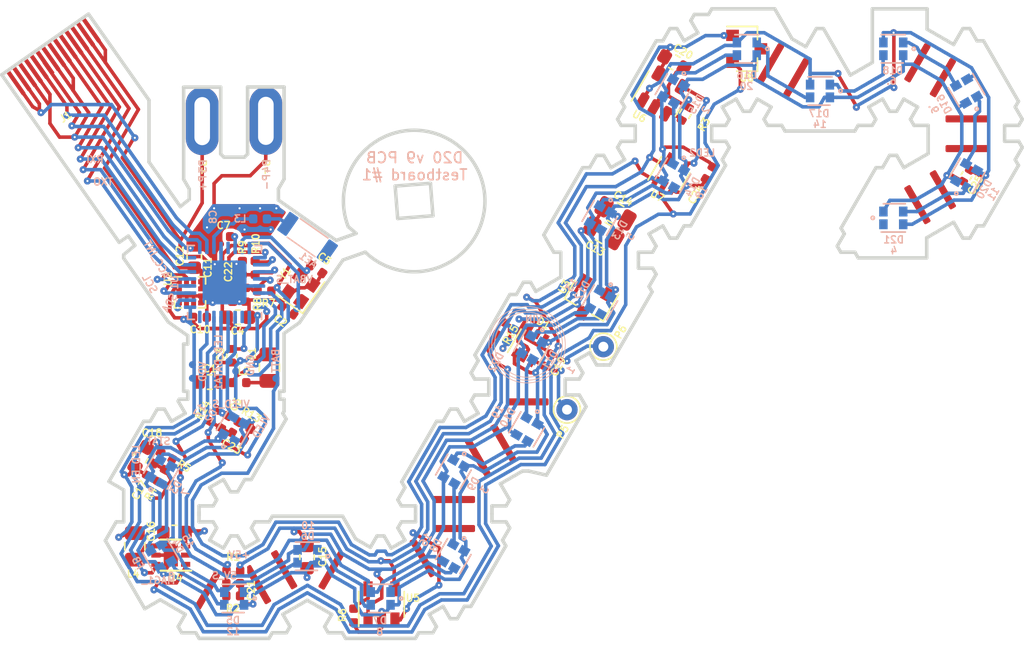
<source format=kicad_pcb>
(kicad_pcb (version 20171130) (host pcbnew "(5.1.10)-1")
  (title_block (title FLX-F020) (date 2020-04-06) (rev 5) (company "Systemic Games, LLC") (comment 1 "Flexible PCB, 0.15mm thickness"))
  (layers (0 F.Cu signal hide) (31 B.Cu signal) (34 B.Paste user hide) (35 F.Paste user hide) (36 B.SilkS user) (37 F.SilkS user) (38 B.Mask user hide) (39 F.Mask user hide) (44 Edge.Cuts user))
  (net 0 "")
  (net 1 "Net-(C1-Pad1)")
  (net 2 GND)
  (net 3 VDD)
  (net 4 "Net-(C13-Pad1)")
  (net 5 VLED)
  (net 6 "Net-(L1-Pad2)")
  (net 7 "Net-(L1-Pad1)")
  (net 8 +5V)
  (net 9 "Net-(R6-Pad1)")
  (net 10 /ANTENNA)
  (net 11 /ANT_CHIP)
  (net 12 /SDA)
  (net 13 /SCL)
  (net 14 /ACC_INT)
  (net 15 /LED_EN)
  (net 16 "Net-(C2-Pad2)")
  (net 17 "Net-(C3-Pad1)")
  (net 18 "Net-(C5-Pad2)")
  (net 19 "Net-(C7-Pad1)")
  (net 20 "Net-(C17-Pad2)")
  (net 21 "Net-(C19-Pad1)")
  (net 22 "Net-(C19-Pad2)")
  (net 23 "Net-(L4-Pad1)")
  (net 24 RXI)
  (net 25 TXO)
  (net 26 SWO)
  (net 27 RESET)
  (net 28 SWDCLK)
  (net 29 SWDIO)
  (net 30 "Net-(R10-Pad1)")
  (net 31 "Net-(R10-Pad2)")
  (net 32 /LED_DATA)
  (net 33 /Power/LED_EN_OUT)
  (net 34 /STATS)
  (net 35 /VLED_SENSE)
  (net 36 /5V_SENSE)
  (net 37 /VBAT_SENSE)
  (net 38 /Power/MAG1_)
  (net 39 "Net-(D2-Pad1)")
  (net 40 "Net-(D3-Pad1)")
  (net 41 "Net-(D4-Pad1)")
  (net 42 "Net-(D5-Pad1)")
  (net 43 "Net-(D6-Pad1)")
  (net 44 "Net-(D7-Pad1)")
  (net 45 "Net-(D8-Pad1)")
  (net 46 "Net-(D10-Pad1)")
  (net 47 "Net-(D11-Pad1)")
  (net 48 "Net-(D12-Pad1)")
  (net 49 "Net-(D13-Pad1)")
  (net 50 "Net-(D14-Pad1)")
  (net 51 "Net-(D15-Pad1)")
  (net 52 "Net-(D16-Pad1)")
  (net 53 "Net-(D17-Pad1)")
  (net 54 "Net-(D18-Pad1)")
  (net 55 "Net-(D19-Pad1)")
  (net 56 "Net-(D20-Pad1)")
  (net 57 "Net-(D22-Pad1)")
  (net 58 VBAT)
  (net 59 "Net-(D10-Pad2)")
  (net 60 "Net-(R3-Pad1)")
  (module Pixels-dice:BatteryConnector (layer B.Cu) (at 144.62 76.99 270)
    (fp_text reference P4 (at 3.2 -0.05 270) (layer B.SilkS) (effects (font (size 0.5 0.5) (thickness 0.1)) (justify mirror)))
    (fp_text value BATT-)
    (pad 1 thru_hole oval (at 0 0 270) (size 4.8 2.3) (drill oval 3.4 1.1) (layers *.Cu *.Mask) (net 2 GND))
  )
  (module Pixels-dice:BatteryConnector (layer B.Cu) (at 140.12 77.01 270)
    (fp_text reference P3 (at 3.2 -0.05 270) (layer B.SilkS) (effects (font (size 0.5 0.5) (thickness 0.1)) (justify mirror)))
    (fp_text value BATT+)
    (pad 1 thru_hole oval (at 0 0 270) (size 4.8 2.3) (drill oval 3.4 1.1) (layers *.Cu *.Mask) (net 58 VBAT))
  )
  (module Pixels-dice:TEST_PIN (layer B.Cu) (at 139.43 94.22)
    (fp_text reference W25 hide)
    (fp_text value VDD (at 0.72 0.49 -90) (layer B.SilkS) (effects (font (size 0.5 0.5) (thickness 0.1)) (justify mirror)))
    (pad 1 smd circle (at 0 0) (size 0.5 0.5) (layers B.Cu B.Mask) (net 3 VDD))
  )
  (module Pixels-dice:TEST_PIN (layer B.Cu) (at 136.71 110.13)
    (fp_text reference W23 hide)
    (fp_text value MAG1_ (at 0.32 -0.67 -180) (layer B.SilkS) (effects (font (size 0.5 0.5) (thickness 0.1)) (justify mirror)))
    (pad 1 smd circle (at 0 0) (size 0.5 0.5) (layers B.Cu B.Mask) (net 38 /Power/MAG1_))
  )
  (module Pixels-dice:TEST_PIN (layer B.Cu) (at 142.03 93.98)
    (fp_text reference W22 hide)
    (fp_text value LED_DATA1 (at -0.76 0.08 -270) (layer B.SilkS) (effects (font (size 0.5 0.5) (thickness 0.1)) (justify mirror)))
    (pad 1 smd circle (at 0 0) (size 0.5 0.5) (layers B.Cu B.Mask) (net 32 /LED_DATA))
  )
  (module Pixels-dice:TEST_PIN (layer B.Cu) (at 174.87 79.98)
    (fp_text reference W21 hide)
    (fp_text value LED2 (at 0.58 -0.73 -180) (layer B.SilkS) (effects (font (size 0.5 0.5) (thickness 0.1)) (justify mirror)))
    (pad 1 smd circle (at 0 0) (size 0.5 0.5) (layers B.Cu B.Mask) (net 33 /Power/LED_EN_OUT))
  )
  (module Pixels-dice:TEST_PIN (layer B.Cu) (at 142.81 93.94)
    (fp_text reference W19 hide)
    (fp_text value GND (at 0.71 0.32 -90) (layer B.SilkS) (effects (font (size 0.5 0.5) (thickness 0.1)) (justify mirror)))
    (pad 1 smd circle (at 0 0) (size 0.5 0.5) (layers B.Cu B.Mask) (net 2 GND))
  )
  (module Pixels-dice:TEST_PIN (layer B.Cu) (at 136.04 108.92)
    (fp_text reference W18 hide)
    (fp_text value FB (at -0.47 -0.68 -240) (layer B.SilkS) (effects (font (size 0.5 0.5) (thickness 0.1)) (justify mirror)))
    (pad 1 smd circle (at 0 0) (size 0.5 0.5) (layers B.Cu B.Mask) (net 20 "Net-(C17-Pad2)"))
  )
  (module Pixels-dice:TEST_PIN (layer B.Cu) (at 138.27 99.64)
    (fp_text reference W17 hide)
    (fp_text value STAT (at -1.23 -0.01 -180) (layer B.SilkS) (effects (font (size 0.5 0.5) (thickness 0.1)) (justify mirror)))
    (pad 1 smd circle (at 0 0) (size 0.5 0.5) (layers B.Cu B.Mask) (net 34 /STATS))
  )
  (module Pixels-dice:TEST_PIN (layer B.Cu) (at 162.51 91)
    (fp_text reference W16 hide)
    (fp_text value VIN (at 1.02 0.01 -180) (layer B.SilkS) (effects (font (size 0.5 0.5) (thickness 0.1)) (justify mirror)))
    (pad 1 smd circle (at 0 0) (size 0.5 0.5) (layers B.Cu B.Mask) (net 4 "Net-(C13-Pad1)"))
  )
  (module Pixels-dice:TEST_PIN (layer B.Cu) (at 142.79 108.38)
    (fp_text reference W15 hide)
    (fp_text value +5V (at -0.04 -0.72 -180) (layer B.SilkS) (effects (font (size 0.5 0.5) (thickness 0.1)) (justify mirror)))
    (pad 1 smd circle (at 0 0) (size 0.5 0.5) (layers B.Cu B.Mask) (net 8 +5V))
  )
  (module Pixels-dice:TEST_PIN (layer B.Cu) (at 145.33 95.19)
    (fp_text reference W14 hide)
    (fp_text value BATT (at -0.02 -1.24 -270) (layer B.SilkS) (effects (font (size 0.5 0.5) (thickness 0.1)) (justify mirror)))
    (pad 1 smd circle (at 0 0) (size 0.5 0.5) (layers B.Cu B.Mask) (net 58 VBAT))
  )
  (module Pixels-dice:TEST_PIN (layer B.Cu) (at 141.91 108.35)
    (fp_text reference W13 hide)
    (fp_text value 5V_S (at -0.22 0.77 -180) (layer B.SilkS) (effects (font (size 0.5 0.5) (thickness 0.1)) (justify mirror)))
    (pad 1 smd circle (at 0 0) (size 0.5 0.5) (layers B.Cu B.Mask) (net 36 /5V_SENSE))
  )
  (module Pixels-dice:TEST_PIN (layer B.Cu) (at 141.54 97.64)
    (fp_text reference W12 hide)
    (fp_text value VLED_S (at 0.61 -0.63 -180) (layer B.SilkS) (effects (font (size 0.5 0.5) (thickness 0.1)) (justify mirror)))
    (pad 1 smd circle (at 0 0) (size 0.5 0.5) (layers B.Cu B.Mask) (net 35 /VLED_SENSE))
  )
  (module Pixels-dice:TEST_PIN (layer B.Cu) (at 142.49 94.68)
    (fp_text reference W10 hide)
    (fp_text value ACC_SA0 hide)
    (pad 1 smd circle (at 0 0) (size 0.5 0.5) (layers B.Cu B.Mask) (net 2 GND))
  )
  (module Pixels-dice:TEST_PIN (layer B.Cu) (at 137.41 89.01)
    (fp_text reference W8 hide)
    (fp_text value SCL (at -0.99 -0.5 -60) (layer B.SilkS) (effects (font (size 0.5 0.5) (thickness 0.1)) (justify mirror)))
    (pad 1 smd circle (at 0 0) (size 0.5 0.5) (layers B.Cu B.Mask) (net 13 /SCL))
  )
  (module Pixels-dice:TEST_PIN (layer B.Cu) (at 135.71 103.01)
    (fp_text reference W5 hide)
    (fp_text value LED_EN (at -0.25 -1.75 -270) (layer B.SilkS) (effects (font (size 0.5 0.5) (thickness 0.1)) (justify mirror)))
    (pad 1 smd circle (at 0 0) (size 0.5 0.5) (layers B.Cu B.Mask) (net 15 /LED_EN))
  )
  (module Pixels-dice:TEST_PIN (layer B.Cu) (at 139.43 95.18)
    (fp_text reference W4 hide)
    (fp_text value ACC_CS hide)
    (pad 1 smd circle (at 0 0) (size 0.5 0.5) (layers B.Cu B.Mask) (net 3 VDD))
  )
  (module Pixels-dice:TEST_PIN (layer B.Cu) (at 143.64 98.15)
    (fp_text reference W3 hide)
    (fp_text value VLED (at 0.66 0.43 -120) (layer B.SilkS) (effects (font (size 0.5 0.5) (thickness 0.1)) (justify mirror)))
    (pad 1 smd circle (at 0 0) (size 0.5 0.5) (layers B.Cu B.Mask) (net 5 VLED))
  )
  (module Pixels-dice:TEST_PIN (layer B.Cu) (at 132.01 81.24)
    (fp_text reference W2 hide)
    (fp_text value TXO (at 1.11 0.06 -180) (layer B.SilkS) (effects (font (size 0.5 0.5) (thickness 0.1)) (justify mirror)))
    (pad 1 smd circle (at 0 0) (size 0.5 0.5) (layers B.Cu B.Mask) (net 25 TXO))
  )
  (module Pixels-dice:TEST_PIN (layer B.Cu) (at 131.51 79.69)
    (fp_text reference W1 hide)
    (fp_text value RXI (at 1.03 0.03 -180) (layer B.SilkS) (effects (font (size 0.5 0.5) (thickness 0.1)) (justify mirror)))
    (pad 1 smd circle (at 0 0) (size 0.5 0.5) (layers B.Cu B.Mask) (net 24 RXI))
  )
  (module Pixels-dice:TEST_PIN (layer B.Cu) (at 144.92 88.25)
    (fp_text reference W20 hide)
    (fp_text value VBAT_S (at 1.71 -0.06 -180) (layer B.SilkS) (effects (font (size 0.5 0.5) (thickness 0.1)) (justify mirror)))
    (pad 1 smd circle (at 0 0) (size 0.5 0.5) (layers B.Cu B.Mask) (net 37 /VBAT_SENSE))
  )
  (module Pixels-dice:SOT-23 (layer F.Cu) (at 167.472724 89.681025 60)
    (fp_text reference U3 (at -0.04409 -1.998416 60) (layer F.SilkS) (effects (font (size 0.5 0.5) (thickness 0.1))))
    (fp_text value HX6306P502MR)
    (pad 3 smd rect (at -1 0 240) (size 0.9 0.8) (layers F.Cu F.Paste F.Mask) (net 4 "Net-(C13-Pad1)"))
    (pad 2 smd rect (at 1 -0.95 240) (size 0.9 0.8) (layers F.Cu F.Paste F.Mask) (net 8 +5V))
    (pad 1 smd rect (at 1 0.95 240) (size 0.9 0.8) (layers F.Cu F.Paste F.Mask) (net 2 GND))
  )
  (module Resistor_SMD:R_0402_1005Metric (layer F.Cu) (at 174.26 76.49 60)
    (fp_text reference R3 (at 0.002872 1.52832 60) (layer F.SilkS) (effects (font (size 0.5 0.5) (thickness 0.1))))
    (fp_text value "12k 5%")
    (pad 2 smd roundrect (at 0.51 0 60) (size 0.54 0.64) (layers F.Cu F.Paste F.Mask) (net 2 GND))
    (pad 1 smd roundrect (at -0.51 0 60) (size 0.54 0.64) (layers F.Cu F.Paste F.Mask) (net 60 "Net-(R3-Pad1)"))
  )
  (module Pixels-dice:APA102-2020-256-4 (layer B.Cu) (at 188.959711 83.848782)
    (fp_text reference D21 (at 0.020289 1.541218) (layer B.SilkS) (effects (font (size 0.5 0.5) (thickness 0.1)) (justify mirror)))
    (fp_text value APA102-2020-256-4)
    (pad 3 smd rect (at 0.7 0.45) (size 0.6 0.7) (layers B.Cu B.Paste B.Mask) (net 5 VLED))
    (pad 2 smd rect (at 0.7 -0.45) (size 0.6 0.7) (layers B.Cu B.Paste B.Mask) (net 56 "Net-(D20-Pad1)"))
    (pad 4 smd rect (at -0.7 -0.45) (size 0.6 0.7) (layers B.Cu B.Paste B.Mask) (net 2 GND))
    (pad 1 smd rect (at -0.7 0.45) (size 0.6 0.7) (layers B.Cu B.Paste B.Mask))
  )
  (module Pixels-dice:APA102-2020-256-4 (layer B.Cu) (at 194.140289 80.868782 60)
    (fp_text reference D20 (at -0.203923 1.54923 60) (layer B.SilkS) (effects (font (size 0.5 0.5) (thickness 0.1)) (justify mirror)))
    (fp_text value APA102-2020-256-4)
    (pad 3 smd rect (at 0.7 0.45 60) (size 0.6 0.7) (layers B.Cu B.Paste B.Mask) (net 5 VLED))
    (pad 2 smd rect (at 0.7 -0.45 60) (size 0.6 0.7) (layers B.Cu B.Paste B.Mask) (net 55 "Net-(D19-Pad1)"))
    (pad 4 smd rect (at -0.7 -0.45 60) (size 0.6 0.7) (layers B.Cu B.Paste B.Mask) (net 2 GND))
    (pad 1 smd rect (at -0.7 0.45 60) (size 0.6 0.7) (layers B.Cu B.Paste B.Mask) (net 56 "Net-(D20-Pad1)"))
  )
  (module Pixels-dice:APA102-2020-256-4 (layer B.Cu) (at 194.13 74.89 120)
    (fp_text reference D19 (at 0 -1.85 120) (layer B.SilkS) (effects (font (size 0.5 0.5) (thickness 0.1)) (justify mirror)))
    (fp_text value APA102-2020-256-4)
    (pad 3 smd rect (at 0.7 0.45 120) (size 0.6 0.7) (layers B.Cu B.Paste B.Mask) (net 5 VLED))
    (pad 2 smd rect (at 0.7 -0.45 120) (size 0.6 0.7) (layers B.Cu B.Paste B.Mask) (net 54 "Net-(D18-Pad1)"))
    (pad 4 smd rect (at -0.7 -0.45 120) (size 0.6 0.7) (layers B.Cu B.Paste B.Mask) (net 2 GND))
    (pad 1 smd rect (at -0.7 0.45 120) (size 0.6 0.7) (layers B.Cu B.Paste B.Mask) (net 55 "Net-(D19-Pad1)"))
  )
  (module Pixels-dice:APA102-2020-256-4 (layer B.Cu) (at 188.958782 71.899711 180)
    (fp_text reference D18 (at 0.038782 -1.530289) (layer B.SilkS) (effects (font (size 0.5 0.5) (thickness 0.1)) (justify mirror)))
    (fp_text value APA102-2020-256-4)
    (pad 3 smd rect (at 0.7 0.45 180) (size 0.6 0.7) (layers B.Cu B.Paste B.Mask) (net 5 VLED))
    (pad 2 smd rect (at 0.7 -0.45 180) (size 0.6 0.7) (layers B.Cu B.Paste B.Mask) (net 53 "Net-(D17-Pad1)"))
    (pad 4 smd rect (at -0.7 -0.45 180) (size 0.6 0.7) (layers B.Cu B.Paste B.Mask) (net 2 GND))
    (pad 1 smd rect (at -0.7 0.45 180) (size 0.6 0.7) (layers B.Cu B.Paste B.Mask) (net 54 "Net-(D18-Pad1)"))
  )
  (module Pixels-dice:APA102-2020-256-4 (layer B.Cu) (at 183.778782 74.880289 180)
    (fp_text reference D17 (at 0.058782 -1.589711) (layer B.SilkS) (effects (font (size 0.5 0.5) (thickness 0.1)) (justify mirror)))
    (fp_text value APA102-2020-256-4)
    (pad 3 smd rect (at 0.7 0.45 180) (size 0.6 0.7) (layers B.Cu B.Paste B.Mask) (net 5 VLED))
    (pad 2 smd rect (at 0.7 -0.45 180) (size 0.6 0.7) (layers B.Cu B.Paste B.Mask) (net 52 "Net-(D16-Pad1)"))
    (pad 4 smd rect (at -0.7 -0.45 180) (size 0.6 0.7) (layers B.Cu B.Paste B.Mask) (net 2 GND))
    (pad 1 smd rect (at -0.7 0.45 180) (size 0.6 0.7) (layers B.Cu B.Paste B.Mask) (net 53 "Net-(D17-Pad1)"))
  )
  (module Pixels-dice:APA102-2020-256-4 (layer B.Cu) (at 178.608782 71.900289 180)
    (fp_text reference D16 (at 0 -1.85) (layer B.SilkS) (effects (font (size 0.5 0.5) (thickness 0.1)) (justify mirror)))
    (fp_text value APA102-2020-256-4)
    (pad 3 smd rect (at 0.7 0.45 180) (size 0.6 0.7) (layers B.Cu B.Paste B.Mask) (net 5 VLED))
    (pad 2 smd rect (at 0.7 -0.45 180) (size 0.6 0.7) (layers B.Cu B.Paste B.Mask) (net 51 "Net-(D15-Pad1)"))
    (pad 4 smd rect (at -0.7 -0.45 180) (size 0.6 0.7) (layers B.Cu B.Paste B.Mask) (net 2 GND))
    (pad 1 smd rect (at -0.7 0.45 180) (size 0.6 0.7) (layers B.Cu B.Paste B.Mask) (net 52 "Net-(D16-Pad1)"))
  )
  (module Pixels-dice:APA102-2020-256-4 (layer B.Cu) (at 173.428782 74.890289 240)
    (fp_text reference D15 (at 0 -1.85 60) (layer B.SilkS) (effects (font (size 0.5 0.5) (thickness 0.1)) (justify mirror)))
    (fp_text value APA102-2020-256-4)
    (pad 3 smd rect (at 0.7 0.45 240) (size 0.6 0.7) (layers B.Cu B.Paste B.Mask) (net 5 VLED))
    (pad 2 smd rect (at 0.7 -0.45 240) (size 0.6 0.7) (layers B.Cu B.Paste B.Mask) (net 50 "Net-(D14-Pad1)"))
    (pad 4 smd rect (at -0.7 -0.45 240) (size 0.6 0.7) (layers B.Cu B.Paste B.Mask) (net 2 GND))
    (pad 1 smd rect (at -0.7 0.45 240) (size 0.6 0.7) (layers B.Cu B.Paste B.Mask) (net 51 "Net-(D15-Pad1)"))
  )
  (module Pixels-dice:APA102-2020-256-4 (layer B.Cu) (at 173.428782 80.860289 240)
    (fp_text reference D14 (at 0.026961 -1.552724 60) (layer B.SilkS) (effects (font (size 0.5 0.5) (thickness 0.1)) (justify mirror)))
    (fp_text value APA102-2020-256-4)
    (pad 3 smd rect (at 0.7 0.45 240) (size 0.6 0.7) (layers B.Cu B.Paste B.Mask) (net 5 VLED))
    (pad 2 smd rect (at 0.7 -0.45 240) (size 0.6 0.7) (layers B.Cu B.Paste B.Mask) (net 49 "Net-(D13-Pad1)"))
    (pad 4 smd rect (at -0.7 -0.45 240) (size 0.6 0.7) (layers B.Cu B.Paste B.Mask) (net 2 GND))
    (pad 1 smd rect (at -0.7 0.45 240) (size 0.6 0.7) (layers B.Cu B.Paste B.Mask) (net 50 "Net-(D14-Pad1)"))
  )
  (module Pixels-dice:APA102-2020-256-4 (layer B.Cu) (at 168.258782 83.850289 240)
    (fp_text reference D13 (at 0.053923 -1.626025 60) (layer B.SilkS) (effects (font (size 0.5 0.5) (thickness 0.1)) (justify mirror)))
    (fp_text value APA102-2020-256-4)
    (pad 3 smd rect (at 0.7 0.45 240) (size 0.6 0.7) (layers B.Cu B.Paste B.Mask) (net 5 VLED))
    (pad 2 smd rect (at 0.7 -0.45 240) (size 0.6 0.7) (layers B.Cu B.Paste B.Mask) (net 48 "Net-(D12-Pad1)"))
    (pad 4 smd rect (at -0.7 -0.45 240) (size 0.6 0.7) (layers B.Cu B.Paste B.Mask) (net 2 GND))
    (pad 1 smd rect (at -0.7 0.45 240) (size 0.6 0.7) (layers B.Cu B.Paste B.Mask) (net 49 "Net-(D13-Pad1)"))
  )
  (module Pixels-dice:APA102-2020-256-4 (layer B.Cu) (at 168.258782 89.820289 240)
    (fp_text reference D12 (at -0.088321 1.527602 60) (layer B.SilkS) (effects (font (size 0.5 0.5) (thickness 0.1)) (justify mirror)))
    (fp_text value APA102-2020-256-4)
    (pad 3 smd rect (at 0.7 0.45 240) (size 0.6 0.7) (layers B.Cu B.Paste B.Mask) (net 5 VLED))
    (pad 2 smd rect (at 0.7 -0.45 240) (size 0.6 0.7) (layers B.Cu B.Paste B.Mask) (net 47 "Net-(D11-Pad1)"))
    (pad 4 smd rect (at -0.7 -0.45 240) (size 0.6 0.7) (layers B.Cu B.Paste B.Mask) (net 2 GND))
    (pad 1 smd rect (at -0.7 0.45 240) (size 0.6 0.7) (layers B.Cu B.Paste B.Mask) (net 48 "Net-(D12-Pad1)"))
  )
  (module Pixels-dice:APA102-2020-256-4 (layer B.Cu) (at 163.43 93.02 240)
    (fp_text reference D11 (at 0.132102 -1.531192 60) (layer B.SilkS) (effects (font (size 0.5 0.5) (thickness 0.1)) (justify mirror)))
    (fp_text value APA102-2020-256-4)
    (pad 3 smd rect (at 0.7 0.45 240) (size 0.6 0.7) (layers B.Cu B.Paste B.Mask) (net 5 VLED))
    (pad 2 smd rect (at 0.7 -0.45 240) (size 0.6 0.7) (layers B.Cu B.Paste B.Mask) (net 46 "Net-(D10-Pad1)"))
    (pad 4 smd rect (at -0.7 -0.45 240) (size 0.6 0.7) (layers B.Cu B.Paste B.Mask) (net 2 GND))
    (pad 1 smd rect (at -0.7 0.45 240) (size 0.6 0.7) (layers B.Cu B.Paste B.Mask) (net 47 "Net-(D11-Pad1)"))
  )
  (module Pixels-dice:APA102-2020-256-4 (layer B.Cu) (at 163.078782 98.790289 240)
    (fp_text reference D10 (at -0.03466 1.600544 60) (layer B.SilkS) (effects (font (size 0.5 0.5) (thickness 0.1)) (justify mirror)))
    (fp_text value APA102-2020-256-4)
    (pad 3 smd rect (at 0.7 0.45 240) (size 0.6 0.7) (layers B.Cu B.Paste B.Mask) (net 5 VLED))
    (pad 2 smd rect (at 0.7 -0.45 240) (size 0.6 0.7) (layers B.Cu B.Paste B.Mask) (net 59 "Net-(D10-Pad2)"))
    (pad 4 smd rect (at -0.7 -0.45 240) (size 0.6 0.7) (layers B.Cu B.Paste B.Mask) (net 2 GND))
    (pad 1 smd rect (at -0.7 0.45 240) (size 0.6 0.7) (layers B.Cu B.Paste B.Mask) (net 46 "Net-(D10-Pad1)"))
  )
  (module Pixels-dice:APA102-2020-256-4 (layer B.Cu) (at 157.908782 101.780289 240)
    (fp_text reference D9 (at 0.062583 -1.631025 60) (layer B.SilkS) (effects (font (size 0.5 0.5) (thickness 0.1)) (justify mirror)))
    (fp_text value APA102-2020-256-4)
    (pad 3 smd rect (at 0.7 0.45 240) (size 0.6 0.7) (layers B.Cu B.Paste B.Mask) (net 5 VLED))
    (pad 2 smd rect (at 0.7 -0.45 240) (size 0.6 0.7) (layers B.Cu B.Paste B.Mask) (net 45 "Net-(D8-Pad1)"))
    (pad 4 smd rect (at -0.7 -0.45 240) (size 0.6 0.7) (layers B.Cu B.Paste B.Mask) (net 2 GND))
    (pad 1 smd rect (at -0.7 0.45 240) (size 0.6 0.7) (layers B.Cu B.Paste B.Mask) (net 59 "Net-(D10-Pad2)"))
  )
  (module Pixels-dice:APA102-2020-256-4 (layer B.Cu) (at 157.898782 107.750289 240)
    (fp_text reference D8 (at -0.020378 1.465282 60) (layer B.SilkS) (effects (font (size 0.5 0.5) (thickness 0.1)) (justify mirror)))
    (fp_text value APA102-2020-256-4)
    (pad 3 smd rect (at 0.7 0.45 240) (size 0.6 0.7) (layers B.Cu B.Paste B.Mask) (net 5 VLED))
    (pad 2 smd rect (at 0.7 -0.45 240) (size 0.6 0.7) (layers B.Cu B.Paste B.Mask) (net 44 "Net-(D7-Pad1)"))
    (pad 4 smd rect (at -0.7 -0.45 240) (size 0.6 0.7) (layers B.Cu B.Paste B.Mask) (net 2 GND))
    (pad 1 smd rect (at -0.7 0.45 240) (size 0.6 0.7) (layers B.Cu B.Paste B.Mask) (net 45 "Net-(D8-Pad1)"))
  )
  (module Pixels-dice:APA102-2020-256-4 (layer B.Cu) (at 152.728782 110.740289 180)
    (fp_text reference D7 (at 0.048782 -1.559711) (layer B.SilkS) (effects (font (size 0.5 0.5) (thickness 0.1)) (justify mirror)))
    (fp_text value APA102-2020-256-4)
    (pad 3 smd rect (at 0.7 0.45 180) (size 0.6 0.7) (layers B.Cu B.Paste B.Mask) (net 5 VLED))
    (pad 2 smd rect (at 0.7 -0.45 180) (size 0.6 0.7) (layers B.Cu B.Paste B.Mask) (net 43 "Net-(D6-Pad1)"))
    (pad 4 smd rect (at -0.7 -0.45 180) (size 0.6 0.7) (layers B.Cu B.Paste B.Mask) (net 2 GND))
    (pad 1 smd rect (at -0.7 0.45 180) (size 0.6 0.7) (layers B.Cu B.Paste B.Mask) (net 44 "Net-(D7-Pad1)"))
  )
  (module Pixels-dice:APA102-2020-256-4 (layer B.Cu) (at 147.56 107.76 180)
    (fp_text reference D6 (at -0.02 1.43) (layer B.SilkS) (effects (font (size 0.5 0.5) (thickness 0.1)) (justify mirror)))
    (fp_text value APA102-2020-256-4)
    (pad 3 smd rect (at 0.7 0.45 180) (size 0.6 0.7) (layers B.Cu B.Paste B.Mask) (net 5 VLED))
    (pad 2 smd rect (at 0.7 -0.45 180) (size 0.6 0.7) (layers B.Cu B.Paste B.Mask) (net 42 "Net-(D5-Pad1)"))
    (pad 4 smd rect (at -0.7 -0.45 180) (size 0.6 0.7) (layers B.Cu B.Paste B.Mask) (net 2 GND))
    (pad 1 smd rect (at -0.7 0.45 180) (size 0.6 0.7) (layers B.Cu B.Paste B.Mask) (net 43 "Net-(D6-Pad1)"))
  )
  (module Pixels-dice:APA102-2020-256-4 (layer B.Cu) (at 142.38 110.74 180)
    (fp_text reference D5 (at 0.08 -1.55) (layer B.SilkS) (effects (font (size 0.5 0.5) (thickness 0.1)) (justify mirror)))
    (fp_text value APA102-2020-256-4)
    (pad 3 smd rect (at 0.7 0.45 180) (size 0.6 0.7) (layers B.Cu B.Paste B.Mask) (net 5 VLED))
    (pad 2 smd rect (at 0.7 -0.45 180) (size 0.6 0.7) (layers B.Cu B.Paste B.Mask) (net 41 "Net-(D4-Pad1)"))
    (pad 4 smd rect (at -0.7 -0.45 180) (size 0.6 0.7) (layers B.Cu B.Paste B.Mask) (net 2 GND))
    (pad 1 smd rect (at -0.7 0.45 180) (size 0.6 0.7) (layers B.Cu B.Paste B.Mask) (net 42 "Net-(D5-Pad1)"))
  )
  (module Pixels-dice:APA102-2020-256-4 (layer B.Cu) (at 137.198782 107.749711 120)
    (fp_text reference D4 (at 0.005359 1.390141 120) (layer B.SilkS) (effects (font (size 0.5 0.5) (thickness 0.1)) (justify mirror)))
    (fp_text value APA102-2020-256-4)
    (pad 3 smd rect (at 0.7 0.45 120) (size 0.6 0.7) (layers B.Cu B.Paste B.Mask) (net 5 VLED))
    (pad 2 smd rect (at 0.7 -0.45 120) (size 0.6 0.7) (layers B.Cu B.Paste B.Mask) (net 40 "Net-(D3-Pad1)"))
    (pad 4 smd rect (at -0.7 -0.45 120) (size 0.6 0.7) (layers B.Cu B.Paste B.Mask) (net 2 GND))
    (pad 1 smd rect (at -0.7 0.45 120) (size 0.6 0.7) (layers B.Cu B.Paste B.Mask) (net 41 "Net-(D4-Pad1)"))
  )
  (module Pixels-dice:APA102-2020-256-4 (layer B.Cu) (at 137.198782 101.780289 60)
    (fp_text reference D3 (at -0.421769 1.468897 60) (layer B.SilkS) (effects (font (size 0.5 0.5) (thickness 0.1)) (justify mirror)))
    (fp_text value APA102-2020-256-4)
    (pad 3 smd rect (at 0.7 0.45 60) (size 0.6 0.7) (layers B.Cu B.Paste B.Mask) (net 5 VLED))
    (pad 2 smd rect (at 0.7 -0.45 60) (size 0.6 0.7) (layers B.Cu B.Paste B.Mask) (net 39 "Net-(D2-Pad1)"))
    (pad 4 smd rect (at -0.7 -0.45 60) (size 0.6 0.7) (layers B.Cu B.Paste B.Mask) (net 2 GND))
    (pad 1 smd rect (at -0.7 0.45 60) (size 0.6 0.7) (layers B.Cu B.Paste B.Mask) (net 40 "Net-(D3-Pad1)"))
  )
  (module Pixels-dice:APA102-2020-256-4 (layer B.Cu) (at 142.35 98.755 60)
    (fp_text reference D2 (at 0 -1.85 60) (layer B.SilkS) (effects (font (size 0.5 0.5) (thickness 0.1)) (justify mirror)))
    (fp_text value APA102-2020-256-4)
    (pad 3 smd rect (at 0.7 0.45 60) (size 0.6 0.7) (layers B.Cu B.Paste B.Mask) (net 5 VLED))
    (pad 2 smd rect (at 0.7 -0.45 60) (size 0.6 0.7) (layers B.Cu B.Paste B.Mask) (net 32 /LED_DATA))
    (pad 4 smd rect (at -0.7 -0.45 60) (size 0.6 0.7) (layers B.Cu B.Paste B.Mask) (net 2 GND))
    (pad 1 smd rect (at -0.7 0.45 60) (size 0.6 0.7) (layers B.Cu B.Paste B.Mask) (net 39 "Net-(D2-Pad1)"))
  )
  (module Pixels-dice:SOT-23 (layer F.Cu) (at 178.6 71.9 180)
    (fp_text reference U8 (at 0 -2.07 180) (layer F.SilkS) (effects (font (size 0.5 0.5) (thickness 0.1))))
    (fp_text value TCS40DLR)
    (pad 3 smd rect (at -1 0) (size 0.9 0.8) (layers F.Cu F.Paste F.Mask) (net 2 GND))
    (pad 2 smd rect (at 1 -0.95) (size 0.9 0.8) (layers F.Cu F.Paste F.Mask) (net 38 /Power/MAG1_))
    (pad 1 smd rect (at 1 0.95) (size 0.9 0.8) (layers F.Cu F.Paste F.Mask) (net 58 VBAT))
  )
  (module Pixels-dice:SOT-23-5 (layer F.Cu) (at 172.62 75.06 60)
    (fp_text reference U6 (at -2.199301 -0.589301 150) (layer F.SilkS) (effects (font (size 0.5 0.5) (thickness 0.1))))
    (fp_text value MT9700 hide)
    (pad 5 smd roundrect (at 1.1 -0.95 60) (size 1.06 0.65) (layers F.Cu F.Paste F.Mask) (net 58 VBAT))
    (pad 4 smd roundrect (at 1.1 0.95 60) (size 1.06 0.65) (layers F.Cu F.Paste F.Mask) (net 33 /Power/LED_EN_OUT))
    (pad 3 smd roundrect (at -1.1 0.95 60) (size 1.06 0.65) (layers F.Cu F.Paste F.Mask) (net 60 "Net-(R3-Pad1)"))
    (pad 2 smd roundrect (at -1.1 0 60) (size 1.06 0.65) (layers F.Cu F.Paste F.Mask) (net 2 GND))
    (pad 1 smd roundrect (at -1.1 -0.95 60) (size 1.06 0.65) (layers F.Cu F.Paste F.Mask) (net 5 VLED))
  )
  (module Pixels-dice:CHIP_ANT (layer B.Cu) (at 146.174883 84.26984 55)
    (fp_text reference AE1 (at -1.276815 2.639743 325) (layer B.SilkS) (effects (font (size 0.5 0.5) (thickness 0.1)) (justify mirror)))
    (fp_text value Antenna hide)
    (pad 1 smd roundrect (at 0 0 55) (size 1.6 0.8) (layers B.Cu B.Paste B.Mask) (roundrect_rratio 0.1) (net 10 /ANTENNA))
    (pad 2 smd roundrect (at 0.000001 3.400001 55) (size 1.6 0.8) (layers B.Cu B.Paste B.Mask) (roundrect_rratio 0.1))
  )
  (module Pixels-dice:Crystal_SMD_2016-4Pin_2.0x1.6mm (layer F.Cu) (at 147.06097 88.831126 55)
    (fp_text reference Y1 (at 0.235277 -1.496571 235) (layer F.SilkS) (effects (font (size 0.5 0.5) (thickness 0.1))))
    (fp_text value "32MHz 40ppm")
    (pad 3 smd custom (at 0.7 -0.55 55) (size 0.5 0.5) (layers F.Cu F.Paste F.Mask) (net 18 "Net-(C5-Pad2)") (options (clearance outline) (anchor rect)) (primitives (gr_poly (pts (xy 0.4 0.35) (xy -0.25 0.35) (xy -0.4 0.2) (xy -0.4 -0.35) (xy 0.4 -0.35)) (width 0.1)) (gr_line (start 0.2 -0.25) (end 0.3 -0.15) (width 0.1))))
    (pad 1 smd custom (at -0.7 0.55 55) (size 0.5 0.5) (layers F.Cu F.Paste F.Mask) (net 16 "Net-(C2-Pad2)") (options (clearance outline) (anchor rect)) (primitives (gr_poly (pts (xy 0.4 -0.2) (xy 0.4 0.35) (xy -0.4 0.35) (xy -0.4 -0.35) (xy 0.25 -0.35)) (width 0.1)) (gr_line (start -0.2 0.25) (end -0.3 0.15) (width 0.1)) (gr_line (start -0.3 -0.25) (end 0.2 0.25) (width 0.1))))
    (pad 2 smd roundrect (at 0.7 0.55 55) (size 0.9 0.8) (layers F.Cu F.Paste F.Mask) (roundrect_rratio 0.075) (net 2 GND))
    (pad 4 smd roundrect (at -0.7 -0.55 55) (size 0.9 0.8) (layers F.Cu F.Paste F.Mask) (roundrect_rratio 0.075) (net 2 GND))
  )
  (module Pixels-dice:TEST_PIN (layer B.Cu) (at 138.39 90.2 90)
    (fp_text reference W9 hide)
    (fp_text value SDA (at 0.35 -0.56 240) (layer B.SilkS) (effects (font (size 0.5 0.5) (thickness 0.1)) (justify mirror)))
    (pad 1 smd circle (at 0 0 90) (size 0.5 0.5) (layers B.Cu B.Mask) (net 12 /SDA))
  )
  (module Pixels-dice:TEST_PIN (layer B.Cu) (at 136.949999 88.19 90)
    (fp_text reference W7 hide)
    (fp_text value ACC_INT (at 1.41 -0.039999 300) (layer B.SilkS) (effects (font (size 0.5 0.5) (thickness 0.1)) (justify mirror)))
    (pad 1 smd circle (at 0 0 90) (size 0.5 0.5) (layers B.Cu B.Mask) (net 14 /ACC_INT))
  )
  (module Pixels-dice:SOT-353_SC-70-5 (layer F.Cu) (at 173.23 80.71 60)
    (fp_text reference U7 (at -1.85198 -0.027724 150) (layer F.SilkS) (effects (font (size 0.5 0.5) (thickness 0.1))))
    (fp_text value 74AHC1G08 hide)
    (pad 5 smd rect (at 0.95 -0.65 60) (size 0.65 0.4) (layers F.Cu F.Paste F.Mask) (net 58 VBAT))
    (pad 4 smd rect (at 0.95 0.65 60) (size 0.65 0.4) (layers F.Cu F.Paste F.Mask) (net 33 /Power/LED_EN_OUT))
    (pad 2 smd rect (at -0.95 0 60) (size 0.65 0.4) (layers F.Cu F.Paste F.Mask) (net 38 /Power/MAG1_))
    (pad 3 smd rect (at -0.95 0.65 60) (size 0.65 0.4) (layers F.Cu F.Paste F.Mask) (net 2 GND))
    (pad 1 smd rect (at -0.95 -0.65 60) (size 0.65 0.4) (layers F.Cu F.Paste F.Mask) (net 15 /LED_EN))
  )
  (module Pixels-dice:FPC_14 (layer F.Cu) (at 126.942928 74.28215 35)
    (fp_text reference J1 (at 1.5 4 35) (layer F.SilkS) (effects (font (size 0.5 0.5) (thickness 0.1))))
    (fp_text value Conn_01x14)
    (pad 1 smd rect (at 0 0 35) (size 0.3 2) (layers F.Cu F.Mask) (net 58 VBAT) (clearance 0.15))
    (pad 2 smd rect (at 0.499999 0 35) (size 0.3 2) (layers F.Cu F.Mask) (net 58 VBAT) (clearance 0.15))
    (pad 3 smd rect (at 1 0 35) (size 0.3 2) (layers F.Cu F.Mask) (net 2 GND) (clearance 0.15))
    (pad 4 smd rect (at 1.5 0 35) (size 0.3 2) (layers F.Cu F.Mask) (net 2 GND) (clearance 0.15))
    (pad 5 smd rect (at 2.000001 0 35) (size 0.3 2) (layers F.Cu F.Mask) (net 29 SWDIO) (clearance 0.15))
    (pad 6 smd rect (at 2.5 0 35) (size 0.3 2) (layers F.Cu F.Mask) (net 28 SWDCLK) (clearance 0.15))
    (pad 7 smd rect (at 3 0 35) (size 0.3 2) (layers F.Cu F.Mask) (net 2 GND) (clearance 0.15))
    (pad 8 smd rect (at 3.5 0 35) (size 0.3 2) (layers F.Cu F.Mask) (net 2 GND) (clearance 0.15))
    (pad 9 smd rect (at 4 0 35) (size 0.3 2) (layers F.Cu F.Mask) (net 27 RESET) (clearance 0.15))
    (pad 10 smd rect (at 4.500001 0 35) (size 0.3 2) (layers F.Cu F.Mask) (net 24 RXI) (clearance 0.15))
    (pad 11 smd rect (at 5 0 35) (size 0.3 2) (layers F.Cu F.Mask) (net 26 SWO) (clearance 0.15))
    (pad 12 smd rect (at 5.5 0 35) (size 0.3 2) (layers F.Cu F.Mask) (net 25 TXO) (clearance 0.15))
    (pad 13 smd rect (at 6 0 35) (size 0.3 2) (layers F.Cu F.Mask) (net 3 VDD) (clearance 0.15))
    (pad 14 smd rect (at 6.5 0 35) (size 0.3 2) (layers F.Cu F.Mask) (net 3 VDD) (clearance 0.15))
  )
  (module Capacitor_SMD:C_0402_1005Metric (layer F.Cu) (at 142.21 93.59 270)
    (fp_text reference C3 (at -0.07 0.8 270) (layer F.SilkS) (effects (font (size 0.5 0.5) (thickness 0.1))))
    (fp_text value "0.1uF 10V 20%")
    (pad 2 smd roundrect (at 0.48 0 270) (size 0.56 0.62) (layers F.Cu F.Paste F.Mask) (net 2 GND))
    (pad 1 smd roundrect (at -0.48 0 270) (size 0.56 0.62) (layers F.Cu F.Paste F.Mask) (net 17 "Net-(C3-Pad1)"))
  )
  (module Capacitor_SMD:C_0402_1005Metric (layer F.Cu) (at 141.68865 98.266377 240)
    (fp_text reference C6 (at -1.457749 -0.072141 240) (layer F.SilkS) (effects (font (size 0.5 0.5) (thickness 0.1))))
    (fp_text value "10nF 25V 10%")
    (pad 2 smd roundrect (at 0.485 0 240) (size 0.59 0.64) (layers F.Cu F.Paste F.Mask) (net 2 GND))
    (pad 1 smd roundrect (at -0.485 0 240) (size 0.59 0.64) (layers F.Cu F.Paste F.Mask) (net 35 /VLED_SENSE))
  )
  (module Resistor_SMD:R_0402_1005Metric (layer F.Cu) (at 143.11 98.51 150)
    (fp_text reference R13 (at -0.040692 0.889519 150) (layer F.SilkS) (effects (font (size 0.5 0.5) (thickness 0.1))))
    (fp_text value "4M 1%")
    (pad 1 smd roundrect (at -0.485 0 150) (size 0.59 0.64) (layers F.Cu F.Paste F.Mask) (net 5 VLED))
    (pad 2 smd roundrect (at 0.485 0 150) (size 0.59 0.64) (layers F.Cu F.Paste F.Mask) (net 35 /VLED_SENSE))
  )
  (module Resistor_SMD:R_0402_1005Metric (layer F.Cu) (at 140.926547 97.826378 240)
    (fp_text reference R14 (at 0.03366 0.831057 240) (layer F.SilkS) (effects (font (size 0.5 0.5) (thickness 0.1))))
    (fp_text value "10M 1%")
    (pad 2 smd roundrect (at 0.485 0 240) (size 0.59 0.64) (layers F.Cu F.Paste F.Mask) (net 2 GND))
    (pad 1 smd roundrect (at -0.485 0 240) (size 0.59 0.64) (layers F.Cu F.Paste F.Mask) (net 35 /VLED_SENSE))
  )
  (module Capacitor_SMD:C_0402_1005Metric (layer F.Cu) (at 194.13 80.87 240)
    (fp_text reference C25 (at 0.265237 -0.880596 60) (layer F.SilkS) (effects (font (size 0.5 0.5) (thickness 0.1))))
    (fp_text value "0.1uF 10V 20%")
    (pad 1 smd roundrect (at -0.48 0 240) (size 0.56 0.62) (layers F.Cu F.Paste F.Mask) (net 5 VLED))
    (pad 2 smd roundrect (at 0.48 0 240) (size 0.56 0.62) (layers F.Cu F.Paste F.Mask) (net 2 GND))
  )
  (module Resistor_SMD:R_0402_1005Metric (layer F.Cu) (at 161.2 91.65 240)
    (fp_text reference R15 (at 0.029711 -0.848538 60) (layer F.SilkS) (effects (font (size 0.5 0.5) (thickness 0.1))))
    (fp_text value "200 5%")
    (pad 1 smd roundrect (at -0.485 0 240) (size 0.59 0.64) (layers F.Cu F.Paste F.Mask) (net 57 "Net-(D22-Pad1)"))
    (pad 2 smd roundrect (at 0.485 0 240) (size 0.59 0.64) (layers F.Cu F.Paste F.Mask) (net 34 /STATS))
  )
  (module LED_SMD:LED_0402_1005Metric (layer B.Cu) (at 161.91 92.14 60)
    (fp_text reference D22 (at -2.160448 0.057994 60) (layer B.SilkS) (effects (font (size 0.5 0.5) (thickness 0.1)) (justify mirror)))
    (fp_text value LED)
    (pad 1 smd roundrect (at -0.485 0 60) (size 0.59 0.64) (layers B.Cu B.Paste B.Mask) (net 57 "Net-(D22-Pad1)"))
    (pad 2 smd roundrect (at 0.485 0 60) (size 0.59 0.64) (layers B.Cu B.Paste B.Mask) (net 8 +5V))
  )
  (module Capacitor_SMD:C_0805_2012Metric (layer F.Cu) (at 168.478101 84.91125 330)
    (fp_text reference C13 (at 0.026404 1.241936 330) (layer F.SilkS) (effects (font (size 0.5 0.5) (thickness 0.1))))
    (fp_text value "10uF 25V 20%")
    (pad 2 smd roundrect (at 0.9375 0 330) (size 0.975 1.4) (layers F.Cu F.Paste F.Mask) (net 2 GND))
    (pad 1 smd roundrect (at -0.9375 0 330) (size 0.975 1.4) (layers F.Cu F.Paste F.Mask) (net 4 "Net-(C13-Pad1)"))
  )
  (module Capacitor_SMD:C_0402_1005Metric (layer F.Cu) (at 142.31 109.68)
    (fp_text reference C21 (at 1.27 0.49 90) (layer F.SilkS) (effects (font (size 0.5 0.5) (thickness 0.1))))
    (fp_text value "10nF 25V 10%")
    (pad 1 smd roundrect (at -0.485 0) (size 0.59 0.64) (layers F.Cu F.Paste F.Mask) (net 36 /5V_SENSE))
    (pad 2 smd roundrect (at 0.485 0) (size 0.59 0.64) (layers F.Cu F.Paste F.Mask) (net 2 GND))
  )
  (module Resistor_SMD:R_0402_1005Metric (layer F.Cu) (at 150.83 111.95 270)
    (fp_text reference R6 (at -0.03 0.8 90) (layer F.SilkS) (effects (font (size 0.5 0.5) (thickness 0.1))))
    (fp_text value "10k 5%")
    (pad 2 smd roundrect (at 0.485 0 270) (size 0.59 0.64) (layers F.Cu F.Paste F.Mask) (net 2 GND))
    (pad 1 smd roundrect (at -0.485 0 270) (size 0.59 0.64) (layers F.Cu F.Paste F.Mask) (net 9 "Net-(R6-Pad1)"))
  )
  (module Capacitor_SMD:C_0603_1608Metric (layer F.Cu) (at 140.66 95.45 180)
    (fp_text reference C1 (at -0.01 0.95) (layer F.SilkS) (effects (font (size 0.5 0.5) (thickness 0.1))))
    (fp_text value "4.7uF 6.3V 20%")
    (pad 2 smd roundrect (at 0.7875 0 180) (size 0.875 0.95) (layers F.Cu F.Paste F.Mask) (net 2 GND))
    (pad 1 smd roundrect (at -0.7875 0 180) (size 0.875 0.95) (layers F.Cu F.Paste F.Mask) (net 1 "Net-(C1-Pad1)"))
  )
  (module Inductor_SMD:L_0805_2012Metric (layer F.Cu) (at 144.87 94.43 270)
    (fp_text reference L1 (at -1 1.22 270) (layer F.SilkS) (effects (font (size 0.5 0.5) (thickness 0.1))))
    (fp_text value "10uH 100mA 10%")
    (pad 1 smd roundrect (at -0.9375 0 270) (size 0.975 1.4) (layers F.Cu F.Paste F.Mask) (net 7 "Net-(L1-Pad1)"))
    (pad 2 smd roundrect (at 0.9375 0 270) (size 0.975 1.4) (layers F.Cu F.Paste F.Mask) (net 6 "Net-(L1-Pad2)"))
  )
  (module Inductor_SMD:L_0402_1005Metric (layer F.Cu) (at 142.75 95.49 180)
    (fp_text reference L2 (at -0.32 0.81) (layer F.SilkS) (effects (font (size 0.5 0.5) (thickness 0.1))))
    (fp_text value "15nH 100mA 5%")
    (pad 2 smd roundrect (at 0.485 0 180) (size 0.59 0.64) (layers F.Cu F.Paste F.Mask) (net 1 "Net-(C1-Pad1)"))
    (pad 1 smd roundrect (at -0.485 0 180) (size 0.59 0.64) (layers F.Cu F.Paste F.Mask) (net 6 "Net-(L1-Pad2)"))
  )
  (module Capacitor_SMD:C_0402_1005Metric (layer F.Cu) (at 142.65 99.28 150)
    (fp_text reference C23 (at 0.02859 -0.849519 150) (layer F.SilkS) (effects (font (size 0.5 0.5) (thickness 0.1))))
    (fp_text value "0.1uF 10V 20%")
    (pad 2 smd roundrect (at 0.485 0 150) (size 0.59 0.64) (layers F.Cu F.Paste F.Mask) (net 2 GND))
    (pad 1 smd roundrect (at -0.485 0 150) (size 0.59 0.64) (layers F.Cu F.Paste F.Mask) (net 5 VLED))
  )
  (module Capacitor_SMD:C_0402_1005Metric (layer F.Cu) (at 146.162711 90.391815 325)
    (fp_text reference C2 (at -0.016246 0.888117 145) (layer F.SilkS) (effects (font (size 0.5 0.5) (thickness 0.1))))
    (fp_text value "6pF 10V 10%")
    (pad 2 smd roundrect (at 0.485 0 325) (size 0.59 0.64) (layers F.Cu F.Paste F.Mask) (net 16 "Net-(C2-Pad2)"))
    (pad 1 smd roundrect (at -0.485 0 325) (size 0.59 0.64) (layers F.Cu F.Paste F.Mask) (net 2 GND))
  )
  (module Capacitor_SMD:C_0402_1005Metric (layer F.Cu) (at 148.210001 87.47 145)
    (fp_text reference C5 (at -0.020692 0.92416 145) (layer F.SilkS) (effects (font (size 0.5 0.5) (thickness 0.1))))
    (fp_text value "6pF 10V 10%")
    (pad 2 smd roundrect (at 0.485 0 145) (size 0.59 0.64) (layers F.Cu F.Paste F.Mask) (net 18 "Net-(C5-Pad2)"))
    (pad 1 smd roundrect (at -0.485 0 145) (size 0.59 0.64) (layers F.Cu F.Paste F.Mask) (net 2 GND))
  )
  (module Capacitor_SMD:C_0402_1005Metric (layer F.Cu) (at 141.61 85.17 180)
    (fp_text reference C7 (at -0.02 0.79) (layer F.SilkS) (effects (font (size 0.5 0.5) (thickness 0.1))))
    (fp_text value "100pF NP0 10V 5%")
    (pad 2 smd roundrect (at 0.485 0 180) (size 0.59 0.64) (layers F.Cu F.Paste F.Mask) (net 2 GND))
    (pad 1 smd roundrect (at -0.485 0 180) (size 0.59 0.64) (layers F.Cu F.Paste F.Mask) (net 19 "Net-(C7-Pad1)"))
  )
  (module Capacitor_SMD:C_0402_1005Metric (layer B.Cu) (at 141.76 83.785001 90)
    (fp_text reference C8 (at 0.01 -0.88 270) (layer B.SilkS) (effects (font (size 0.5 0.5) (thickness 0.1)) (justify mirror)))
    (fp_text value "0.8pF NP0 10V 5%")
    (pad 2 smd roundrect (at 0.485 0 90) (size 0.59 0.64) (layers B.Cu B.Paste B.Mask) (net 2 GND))
    (pad 1 smd roundrect (at -0.485 0 90) (size 0.59 0.64) (layers B.Cu B.Paste B.Mask) (net 11 /ANT_CHIP))
  )
  (module Capacitor_SMD:C_0402_1005Metric (layer F.Cu) (at 140.87 88.97 90)
    (fp_text reference C11 (at 1.62 -0.35 90) (layer F.SilkS) (effects (font (size 0.5 0.5) (thickness 0.1))))
    (fp_text value "0.1uF 10V 20%")
    (pad 2 smd roundrect (at 0.485 0 90) (size 0.59 0.64) (layers F.Cu F.Paste F.Mask) (net 3 VDD))
    (pad 1 smd roundrect (at -0.485 0 90) (size 0.59 0.64) (layers F.Cu F.Paste F.Mask) (net 2 GND))
  )
  (module Capacitor_SMD:C_0402_1005Metric (layer F.Cu) (at 139.96 90.87)
    (fp_text reference C10 (at 0.01 0.86 180) (layer F.SilkS) (effects (font (size 0.5 0.5) (thickness 0.1))))
    (fp_text value "0.1uF 10V 20%")
    (pad 2 smd roundrect (at 0.485 0) (size 0.59 0.64) (layers F.Cu F.Paste F.Mask) (net 2 GND))
    (pad 1 smd roundrect (at -0.485 0) (size 0.59 0.64) (layers F.Cu F.Paste F.Mask) (net 3 VDD))
  )
  (module Capacitor_SMD:C_0402_1005Metric (layer F.Cu) (at 136.461972 101.621109 60)
    (fp_text reference C17 (at -1.671743 0.062238 240) (layer F.SilkS) (effects (font (size 0.5 0.5) (thickness 0.1))))
    (fp_text value "22pF 10V 5%")
    (pad 2 smd roundrect (at 0.485 0 60) (size 0.59 0.64) (layers F.Cu F.Paste F.Mask) (net 20 "Net-(C17-Pad2)"))
    (pad 1 smd roundrect (at -0.485 0 60) (size 0.59 0.64) (layers F.Cu F.Paste F.Mask) (net 3 VDD))
  )
  (module Capacitor_SMD:C_0402_1005Metric (layer F.Cu) (at 164.54866 93.904859 60)
    (fp_text reference C19 (at -0.028494 0.86093 60) (layer F.SilkS) (effects (font (size 0.5 0.5) (thickness 0.1))))
    (fp_text value "500pF 50V 10%")
    (pad 2 smd roundrect (at 0.485 0 60) (size 0.59 0.64) (layers F.Cu F.Paste F.Mask) (net 22 "Net-(C19-Pad2)"))
    (pad 1 smd roundrect (at -0.485 0 60) (size 0.59 0.64) (layers F.Cu F.Paste F.Mask) (net 21 "Net-(C19-Pad1)"))
  )
  (module Capacitor_SMD:C_0402_1005Metric (layer F.Cu) (at 142.270001 89.29 270)
    (fp_text reference C22 (at -1.63 0.300001 90) (layer F.SilkS) (effects (font (size 0.5 0.5) (thickness 0.1))))
    (fp_text value "10nF 25V 10%")
    (pad 2 smd roundrect (at 0.485 0 270) (size 0.59 0.64) (layers F.Cu F.Paste F.Mask) (net 2 GND))
    (pad 1 smd roundrect (at -0.485 0 270) (size 0.59 0.64) (layers F.Cu F.Paste F.Mask) (net 37 /VBAT_SENSE))
  )
  (module Capacitor_SMD:C_0402_1005Metric (layer F.Cu) (at 175.95 80.68 240)
    (fp_text reference C24 (at 1.777698 0.059064 60) (layer F.SilkS) (effects (font (size 0.5 0.5) (thickness 0.1))))
    (fp_text value "0.1uF 10V 20%")
    (pad 2 smd roundrect (at 0.485 0 240) (size 0.59 0.64) (layers F.Cu F.Paste F.Mask) (net 2 GND))
    (pad 1 smd roundrect (at -0.485 0 240) (size 0.59 0.64) (layers F.Cu F.Paste F.Mask) (net 5 VLED))
  )
  (module Package_LGA:LGA-12_2x2mm_P0.5mm (layer F.Cu) (at 139.26 89.11)
    (fp_text reference U2 (at -1.56 -0.95 90) (layer F.SilkS) (effects (font (size 0.5 0.5) (thickness 0.1))))
    (fp_text value LIS2DE12)
    (pad 12 smd rect (at -0.25 -0.7625 90) (size 0.375 0.35) (layers F.Cu F.Paste F.Mask) (net 14 /ACC_INT))
    (pad 11 smd rect (at 0.25 -0.7625 90) (size 0.375 0.35) (layers F.Cu F.Paste F.Mask))
    (pad 6 smd rect (at 0.25 0.7625 90) (size 0.375 0.35) (layers F.Cu F.Paste F.Mask) (net 2 GND))
    (pad 5 smd rect (at -0.25 0.7625 90) (size 0.375 0.35) (layers F.Cu F.Paste F.Mask) (net 2 GND))
    (pad 10 smd rect (at 0.7625 -0.75) (size 0.375 0.35) (layers F.Cu F.Paste F.Mask) (net 3 VDD))
    (pad 1 smd rect (at -0.7625 -0.75) (size 0.375 0.35) (layers F.Cu F.Paste F.Mask) (net 13 /SCL))
    (pad 7 smd rect (at 0.7625 0.75) (size 0.375 0.35) (layers F.Cu F.Paste F.Mask) (net 2 GND))
    (pad 4 smd rect (at -0.7625 0.75) (size 0.375 0.35) (layers F.Cu F.Paste F.Mask) (net 12 /SDA))
    (pad 8 smd rect (at 0.7625 0.25) (size 0.375 0.35) (layers F.Cu F.Paste F.Mask) (net 2 GND))
    (pad 9 smd rect (at 0.7625 -0.25) (size 0.375 0.35) (layers F.Cu F.Paste F.Mask) (net 3 VDD))
    (pad 3 smd rect (at -0.7625 0.25) (size 0.375 0.35) (layers F.Cu F.Paste F.Mask) (net 2 GND))
    (pad 2 smd rect (at -0.7625 -0.25) (size 0.375 0.35) (layers F.Cu F.Paste F.Mask) (net 3 VDD))
  )
  (module Package_TO_SOT_SMD:SOT-363_SC-70-6 (layer F.Cu) (at 163.31034 92.889693 60)
    (fp_text reference D1 (at 1.836545 0.001602 330) (layer F.SilkS) (effects (font (size 0.5 0.5) (thickness 0.1))))
    (fp_text value BAV99S)
    (pad 6 smd rect (at 0.95 -0.65 60) (size 0.65 0.4) (layers F.Cu F.Paste F.Mask) (net 22 "Net-(C19-Pad2)"))
    (pad 4 smd rect (at 0.95 0.65 60) (size 0.65 0.4) (layers F.Cu F.Paste F.Mask) (net 2 GND))
    (pad 2 smd rect (at -0.95 0 60) (size 0.65 0.4) (layers F.Cu F.Paste F.Mask) (net 4 "Net-(C13-Pad1)"))
    (pad 5 smd rect (at 0.95 0 60) (size 0.65 0.4) (layers F.Cu F.Paste F.Mask) (net 4 "Net-(C13-Pad1)"))
    (pad 3 smd rect (at -0.95 0.65 60) (size 0.65 0.4) (layers F.Cu F.Paste F.Mask) (net 21 "Net-(C19-Pad1)"))
    (pad 1 smd rect (at -0.95 -0.65 60) (size 0.65 0.4) (layers F.Cu F.Paste F.Mask) (net 2 GND))
  )
  (module Package_TO_SOT_SMD:SOT-23-5 (layer F.Cu) (at 152.79 111.16 90)
    (fp_text reference U5 (at 0.45 2.22 180) (layer F.SilkS) (effects (font (size 0.5 0.5) (thickness 0.1))))
    (fp_text value MCP73832T-2ACI/OT)
    (pad 5 smd rect (at 1.1 -0.95 90) (size 1.06 0.65) (layers F.Cu F.Paste F.Mask) (net 9 "Net-(R6-Pad1)"))
    (pad 4 smd rect (at 1.1 0.95 90) (size 1.06 0.65) (layers F.Cu F.Paste F.Mask) (net 8 +5V))
    (pad 3 smd rect (at -1.1 0.95 90) (size 1.06 0.65) (layers F.Cu F.Paste F.Mask) (net 58 VBAT))
    (pad 2 smd rect (at -1.1 0 90) (size 1.06 0.65) (layers F.Cu F.Paste F.Mask) (net 2 GND))
    (pad 1 smd rect (at -1.1 -0.95 90) (size 1.06 0.65) (layers F.Cu F.Paste F.Mask) (net 34 /STATS))
  )
  (module Package_DFN_QFN:DFN-6-1EP_2x2mm_P0.65mm_EP1x1.6mm (layer F.Cu) (at 137.9 107.68 180)
    (fp_text reference U4 (at -0.33 -1.6) (layer F.SilkS) (effects (font (size 0.5 0.5) (thickness 0.1))))
    (fp_text value AP3401)
    (pad 7 smd rect (at 0 0 180) (size 1 1.6) (layers F.Cu F.Mask) (net 2 GND))
    (pad 6 smd rect (at 1.05 -0.65 180) (size 0.65 0.35) (layers F.Cu F.Paste F.Mask) (net 20 "Net-(C17-Pad2)"))
    (pad 5 smd rect (at 1.05 0 180) (size 0.65 0.35) (layers F.Cu F.Paste F.Mask) (net 2 GND))
    (pad 4 smd rect (at 1.05 0.65 180) (size 0.65 0.35) (layers F.Cu F.Paste F.Mask) (net 23 "Net-(L4-Pad1)"))
    (pad 3 smd rect (at -1.05 0.65 180) (size 0.65 0.35) (layers F.Cu F.Paste F.Mask) (net 58 VBAT))
    (pad 2 smd rect (at -1.05 0 180) (size 0.65 0.35) (layers F.Cu F.Paste F.Mask))
    (pad 1 smd rect (at -1.05 -0.65 180) (size 0.65 0.35) (layers F.Cu F.Paste F.Mask) (net 38 /Power/MAG1_))
  )
  (module Capacitor_SMD:C_0603_1608Metric (layer F.Cu) (at 138.16 106.08 180)
    (fp_text reference C16 (at 1.65 0.08 270) (layer F.SilkS) (effects (font (size 0.5 0.5) (thickness 0.1))))
    (fp_text value "4.7uF 6.3V 20%")
    (pad 1 smd roundrect (at -0.7875 0 180) (size 0.875 0.95) (layers F.Cu F.Paste F.Mask) (net 58 VBAT))
    (pad 2 smd roundrect (at 0.7875 0 180) (size 0.875 0.95) (layers F.Cu F.Paste F.Mask) (net 2 GND))
  )
  (module Capacitor_SMD:C_0603_1608Metric (layer F.Cu) (at 142.64 90.87)
    (fp_text reference C4 (at -0.02 0.96 180) (layer F.SilkS) (effects (font (size 0.5 0.5) (thickness 0.1))))
    (fp_text value "4.7uF 6.3V 20%")
    (pad 1 smd roundrect (at -0.7875 0) (size 0.875 0.95) (layers F.Cu F.Paste F.Mask) (net 3 VDD))
    (pad 2 smd roundrect (at 0.7875 0) (size 0.875 0.95) (layers F.Cu F.Paste F.Mask) (net 2 GND))
  )
  (module Capacitor_SMD:C_0603_1608Metric (layer F.Cu) (at 139.56 86.5825 270)
    (fp_text reference C12 (at -0.0525 1.01 90) (layer F.SilkS) (effects (font (size 0.5 0.5) (thickness 0.1))))
    (fp_text value "4.7uF 6.3V 20%")
    (pad 2 smd roundrect (at 0.7875 0 270) (size 0.875 0.95) (layers F.Cu F.Paste F.Mask) (net 3 VDD))
    (pad 1 smd roundrect (at -0.7875 0 270) (size 0.875 0.95) (layers F.Cu F.Paste F.Mask) (net 2 GND))
  )
  (module Capacitor_SMD:C_0805_2012Metric (layer F.Cu) (at 169.331899 83.52875 330)
    (fp_text reference C14 (at -0.063366 -1.185955 330) (layer F.SilkS) (effects (font (size 0.5 0.5) (thickness 0.1))))
    (fp_text value "10uF 25V 20%")
    (pad 1 smd roundrect (at -0.9375 0 330) (size 0.975 1.4) (layers F.Cu F.Paste F.Mask) (net 4 "Net-(C13-Pad1)"))
    (pad 2 smd roundrect (at 0.9375 0 330) (size 0.975 1.4) (layers F.Cu F.Paste F.Mask) (net 2 GND))
  )
  (module Capacitor_SMD:C_0603_1608Metric (layer F.Cu) (at 147.53 107.82 270)
    (fp_text reference C15 (at -0.03 -1.1 270) (layer F.SilkS) (effects (font (size 0.5 0.5) (thickness 0.1))))
    (fp_text value "4.7uF 6.3V 20%")
    (pad 2 smd roundrect (at 0.7875 0 270) (size 0.875 0.95) (layers F.Cu F.Paste F.Mask) (net 2 GND))
    (pad 1 smd roundrect (at -0.7875 0 270) (size 0.875 0.95) (layers F.Cu F.Paste F.Mask) (net 8 +5V))
  )
  (module Capacitor_SMD:C_0603_1608Metric (layer F.Cu) (at 135.76625 100.751995 60)
    (fp_text reference C18 (at 1.884506 -0.15993 180) (layer F.SilkS) (effects (font (size 0.5 0.5) (thickness 0.1))))
    (fp_text value "4.7uF 6.3V 20%")
    (pad 1 smd roundrect (at -0.7875 0 60) (size 0.875 0.95) (layers F.Cu F.Paste F.Mask) (net 3 VDD))
    (pad 2 smd roundrect (at 0.7875 0 60) (size 0.875 0.95) (layers F.Cu F.Paste F.Mask) (net 2 GND))
  )
  (module Capacitor_SMD:C_0603_1608Metric (layer F.Cu) (at 173.48 72.86 330)
    (fp_text reference C20 (at 0.16 -0.98 150) (layer F.SilkS) (effects (font (size 0.5 0.5) (thickness 0.1))))
    (fp_text value "4.7uF 6.3V 20%")
    (pad 1 smd roundrect (at -0.7875 0 330) (size 0.875 0.95) (layers F.Cu F.Paste F.Mask) (net 58 VBAT))
    (pad 2 smd roundrect (at 0.7875 0 330) (size 0.875 0.95) (layers F.Cu F.Paste F.Mask) (net 2 GND))
  )
  (module Inductor_SMD:L_0805_2012Metric (layer F.Cu) (at 135.36 107.06 90)
    (fp_text reference L4 (at -1.95 -0.12 180) (layer F.SilkS) (effects (font (size 0.5 0.5) (thickness 0.1))))
    (fp_text value "2.2uH 20mA 10%")
    (pad 2 smd roundrect (at 0.9375 0 90) (size 0.975 1.4) (layers F.Cu F.Paste F.Mask) (net 3 VDD))
    (pad 1 smd roundrect (at -0.9375 0 90) (size 0.975 1.4) (layers F.Cu F.Paste F.Mask) (net 23 "Net-(L4-Pad1)"))
  )
  (module Resistor_SMD:R_0402_1005Metric (layer F.Cu) (at 137.594985 100.658673 330)
    (fp_text reference R5 (at 1.435218 0.01584 330) (layer F.SilkS) (effects (font (size 0.5 0.5) (thickness 0.1))))
    (fp_text value "100k 1%")
    (pad 2 smd roundrect (at 0.485 0 330) (size 0.59 0.64) (layers F.Cu F.Paste F.Mask) (net 20 "Net-(C17-Pad2)"))
    (pad 1 smd roundrect (at -0.485 0 330) (size 0.59 0.64) (layers F.Cu F.Paste F.Mask) (net 2 GND))
  )
  (module Resistor_SMD:R_0402_1005Metric (layer F.Cu) (at 137.241395 102.071109 240)
    (fp_text reference R4 (at 1.474589 0.016282 60) (layer F.SilkS) (effects (font (size 0.5 0.5) (thickness 0.1))))
    (fp_text value "402k 1%")
    (pad 1 smd roundrect (at -0.485 0 240) (size 0.59 0.64) (layers F.Cu F.Paste F.Mask) (net 20 "Net-(C17-Pad2)"))
    (pad 2 smd roundrect (at 0.485 0 240) (size 0.59 0.64) (layers F.Cu F.Paste F.Mask) (net 3 VDD))
  )
  (module Resistor_SMD:R_0402_1005Metric (layer F.Cu) (at 144.52 89.02 180)
    (fp_text reference R7 (at -0.29 -0.85 180) (layer F.SilkS) (effects (font (size 0.5 0.5) (thickness 0.1))))
    (fp_text value "4M 1%")
    (pad 2 smd roundrect (at 0.485 0 180) (size 0.59 0.64) (layers F.Cu F.Paste F.Mask) (net 37 /VBAT_SENSE))
    (pad 1 smd roundrect (at -0.485 0 180) (size 0.59 0.64) (layers F.Cu F.Paste F.Mask) (net 58 VBAT))
  )
  (module Resistor_SMD:R_0402_1005Metric (layer F.Cu) (at 143.19 89.28 270)
    (fp_text reference R8 (at 0.67 -0.85 270) (layer F.SilkS) (effects (font (size 0.5 0.5) (thickness 0.1))))
    (fp_text value "10M 1%")
    (pad 1 smd roundrect (at -0.485 0 270) (size 0.59 0.64) (layers F.Cu F.Paste F.Mask) (net 37 /VBAT_SENSE))
    (pad 2 smd roundrect (at 0.485 0 270) (size 0.59 0.64) (layers F.Cu F.Paste F.Mask) (net 2 GND))
  )
  (module Resistor_SMD:R_0402_1005Metric (layer F.Cu) (at 142.32 108.8 180)
    (fp_text reference R1 (at 0.01 0.99) (layer F.SilkS) (effects (font (size 0.5 0.5) (thickness 0.1))))
    (fp_text value "4M 1%")
    (pad 1 smd roundrect (at -0.485 0 180) (size 0.59 0.64) (layers F.Cu F.Paste F.Mask) (net 8 +5V))
    (pad 2 smd roundrect (at 0.485 0 180) (size 0.59 0.64) (layers F.Cu F.Paste F.Mask) (net 36 /5V_SENSE))
  )
  (module Package_DFN_QFN:QFN-32-1EP_5x5mm_P0.5mm_EP3.1x3.1mm (layer B.Cu) (at 141.7 88.41 90)
    (fp_text reference U1 (at -0.01 -3.54 270) (layer B.SilkS) (effects (font (size 0.5 0.5) (thickness 0.1)) (justify mirror)))
    (fp_text value N52810_QFN32)
    (pad 33 smd roundrect (at 0 0 90) (size 3.1 3.1) (layers B.Cu B.Mask) (roundrect_rratio 0.08064483870967742) (net 2 GND))
    (pad 1 smd roundrect (at -2.4375 1.75 90) (size 0.875 0.25) (layers B.Cu B.Paste B.Mask) (net 17 "Net-(C3-Pad1)"))
    (pad 2 smd roundrect (at -2.4375 1.25 90) (size 0.875 0.25) (layers B.Cu B.Paste B.Mask))
    (pad 3 smd roundrect (at -2.4375 0.75 90) (size 0.875 0.25) (layers B.Cu B.Paste B.Mask) (net 32 /LED_DATA))
    (pad 4 smd roundrect (at -2.4375 0.25 90) (size 0.875 0.25) (layers B.Cu B.Paste B.Mask) (net 35 /VLED_SENSE))
    (pad 5 smd roundrect (at -2.4375 -0.25 90) (size 0.875 0.25) (layers B.Cu B.Paste B.Mask) (net 36 /5V_SENSE))
    (pad 6 smd roundrect (at -2.4375 -0.75 90) (size 0.875 0.25) (layers B.Cu B.Paste B.Mask) (net 34 /STATS))
    (pad 7 smd roundrect (at -2.4375 -1.25 90) (size 0.875 0.25) (layers B.Cu B.Paste B.Mask) (net 15 /LED_EN))
    (pad 8 smd roundrect (at -2.4375 -1.75 90) (size 0.875 0.25) (layers B.Cu B.Paste B.Mask))
    (pad 9 smd roundrect (at -1.75 -2.4375 90) (size 0.25 0.875) (layers B.Cu B.Paste B.Mask) (net 3 VDD))
    (pad 10 smd roundrect (at -1.25 -2.4375 90) (size 0.25 0.875) (layers B.Cu B.Paste B.Mask) (net 12 /SDA))
    (pad 11 smd roundrect (at -0.75 -2.4375 90) (size 0.25 0.875) (layers B.Cu B.Paste B.Mask) (net 13 /SCL))
    (pad 12 smd roundrect (at -0.25 -2.4375 90) (size 0.25 0.875) (layers B.Cu B.Paste B.Mask) (net 14 /ACC_INT))
    (pad 13 smd roundrect (at 0.25 -2.4375 90) (size 0.25 0.875) (layers B.Cu B.Paste B.Mask) (net 25 TXO))
    (pad 14 smd roundrect (at 0.75 -2.4375 90) (size 0.25 0.875) (layers B.Cu B.Paste B.Mask) (net 26 SWO))
    (pad 15 smd roundrect (at 1.25 -2.4375 90) (size 0.25 0.875) (layers B.Cu B.Paste B.Mask) (net 24 RXI))
    (pad 16 smd roundrect (at 1.75 -2.4375 90) (size 0.25 0.875) (layers B.Cu B.Paste B.Mask) (net 27 RESET))
    (pad 17 smd roundrect (at 2.4375 -1.75 90) (size 0.875 0.25) (layers B.Cu B.Paste B.Mask) (net 28 SWDCLK))
    (pad 18 smd roundrect (at 2.4375 -1.25 90) (size 0.875 0.25) (layers B.Cu B.Paste B.Mask) (net 29 SWDIO))
    (pad 19 smd roundrect (at 2.4375 -0.75 90) (size 0.875 0.25) (layers B.Cu B.Paste B.Mask) (net 11 /ANT_CHIP))
    (pad 20 smd roundrect (at 2.4375 -0.25 90) (size 0.875 0.25) (layers B.Cu B.Paste B.Mask) (net 2 GND))
    (pad 21 smd roundrect (at 2.4375 0.25 90) (size 0.875 0.25) (layers B.Cu B.Paste B.Mask))
    (pad 22 smd roundrect (at 2.4375 0.75 90) (size 0.875 0.25) (layers B.Cu B.Paste B.Mask) (net 19 "Net-(C7-Pad1)"))
    (pad 23 smd roundrect (at 2.4375 1.25 90) (size 0.875 0.25) (layers B.Cu B.Paste B.Mask) (net 18 "Net-(C5-Pad2)"))
    (pad 24 smd roundrect (at 2.4375 1.75 90) (size 0.875 0.25) (layers B.Cu B.Paste B.Mask) (net 16 "Net-(C2-Pad2)"))
    (pad 25 smd roundrect (at 1.75 2.4375 90) (size 0.25 0.875) (layers B.Cu B.Paste B.Mask) (net 3 VDD))
    (pad 26 smd roundrect (at 1.25 2.4375 90) (size 0.25 0.875) (layers B.Cu B.Paste B.Mask) (net 31 "Net-(R10-Pad2)"))
    (pad 27 smd roundrect (at 0.75 2.4375 90) (size 0.25 0.875) (layers B.Cu B.Paste B.Mask) (net 30 "Net-(R10-Pad1)"))
    (pad 28 smd roundrect (at 0.25 2.4375 90) (size 0.25 0.875) (layers B.Cu B.Paste B.Mask) (net 37 /VBAT_SENSE))
    (pad 29 smd roundrect (at -0.25 2.4375 90) (size 0.25 0.875) (layers B.Cu B.Paste B.Mask) (net 2 GND))
    (pad 30 smd roundrect (at -0.75 2.4375 90) (size 0.25 0.875) (layers B.Cu B.Paste B.Mask) (net 1 "Net-(C1-Pad1)"))
    (pad 31 smd roundrect (at -1.25 2.4375 90) (size 0.25 0.875) (layers B.Cu B.Paste B.Mask) (net 7 "Net-(L1-Pad1)"))
    (pad 32 smd roundrect (at -1.75 2.4375 90) (size 0.25 0.875) (layers B.Cu B.Paste B.Mask) (net 3 VDD))
  )
  (module Resistor_SMD:R_0402_1005Metric (layer F.Cu) (at 142.31 110.56 180)
    (fp_text reference R2 (at 0.03 -0.88) (layer F.SilkS) (effects (font (size 0.5 0.5) (thickness 0.1))))
    (fp_text value "10M 1%")
    (pad 2 smd roundrect (at 0.485 0 180) (size 0.59 0.64) (layers F.Cu F.Paste F.Mask) (net 36 /5V_SENSE))
    (pad 1 smd roundrect (at -0.485 0 180) (size 0.59 0.64) (layers F.Cu F.Paste F.Mask) (net 2 GND))
  )
  (module Inductor_SMD:L_0402_1005Metric (layer B.Cu) (at 144.21 83.92)
    (fp_text reference L3 (at -1.41 -0.01) (layer B.SilkS) (effects (font (size 0.5 0.5) (thickness 0.1)) (justify mirror)))
    (fp_text value "3.9nH 100 mA 5%")
    (pad 1 smd roundrect (at -0.485 0) (size 0.59 0.64) (layers B.Cu B.Paste B.Mask) (net 11 /ANT_CHIP))
    (pad 2 smd roundrect (at 0.485 0) (size 0.59 0.64) (layers B.Cu B.Paste B.Mask) (net 10 /ANTENNA))
  )
  (module Resistor_SMD:R_0402_1005Metric (layer F.Cu) (at 142.96 87.38 270)
    (fp_text reference R9 (at -1.46 0 90) (layer F.SilkS) (effects (font (size 0.5 0.5) (thickness 0.1))))
    (fp_text value "68K 1%")
    (pad 2 smd roundrect (at 0.485 0 270) (size 0.59 0.64) (layers F.Cu F.Paste F.Mask) (net 30 "Net-(R10-Pad1)"))
    (pad 1 smd roundrect (at -0.485 0 270) (size 0.59 0.64) (layers F.Cu F.Paste F.Mask) (net 2 GND))
  )
  (module Resistor_SMD:R_0402_1005Metric (layer F.Cu) (at 143.86 87.38 90)
    (fp_text reference R10 (at 1.71 0.05 270) (layer F.SilkS) (effects (font (size 0.5 0.5) (thickness 0.1))))
    (fp_text value "100k 1%")
    (pad 1 smd roundrect (at -0.485 0 90) (size 0.59 0.64) (layers F.Cu F.Paste F.Mask) (net 30 "Net-(R10-Pad1)"))
    (pad 2 smd roundrect (at 0.485 0 90) (size 0.59 0.64) (layers F.Cu F.Paste F.Mask) (net 31 "Net-(R10-Pad2)"))
  )
  (module TestPoint:TestPoint_THTPad_D1.5mm_Drill0.7mm (layer F.Cu) (at 165.9 97.4 30)
    (fp_text reference P5 (at -1.044808 1.20966 240) (layer F.SilkS) (effects (font (size 0.5 0.5) (thickness 0.1))))
    (fp_text value COILA)
    (pad 1 thru_hole circle (at 0 0 30) (size 1.5 1.5) (drill 0.7) (layers *.Cu *.Mask) (net 21 "Net-(C19-Pad1)"))
  )
  (module TestPoint:TestPoint_THTPad_D1.5mm_Drill0.7mm (layer F.Cu) (at 168.47 92.95 30)
    (fp_text reference P6 (at 1.576551 -0.290666 240) (layer F.SilkS) (effects (font (size 0.5 0.5) (thickness 0.1))))
    (fp_text value COILB)
    (pad 1 thru_hole circle (at 0 0 30) (size 1.5 1.5) (drill 0.7) (layers *.Cu *.Mask) (net 22 "Net-(C19-Pad2)"))
  )
  (gr_text "D20 v9 PCB\nTestboard #1" (at 155.13 80.2) (layer B.SilkS) (effects (font (size 0.75 0.75) (thickness 0.12)) (justify mirror)))
  (gr_circle (center 163.08 92.81) (end 165.78 92.81) (layer B.SilkS) (width 0.05))
  (gr_circle (center 163.08 92.81) (end 165.38 92.81) (layer B.SilkS) (width 0.05))
  (gr_line (start 134.04 105.33) (end 133.276062 106.653179) (layer Edge.Cuts) (width 0.25))
  (gr_line (start 190.423646 77.310966) (end 191.423647 77.310967) (layer Edge.Cuts) (width 0.25))
  (gr_line (start 190.173646 76.877953) (end 190.423646 77.310966) (layer Edge.Cuts) (width 0.25))
  (gr_line (start 190.673646 76.011929) (end 190.173646 76.877953) (layer Edge.Cuts) (width 0.25))
  (gr_line (start 136.06 111.47) (end 137.15804 110.836047) (layer Edge.Cuts) (width 0.25))
  (gr_line (start 163.18464 101.74) (end 164.45 102.03) (layer Edge.Cuts) (width 0.25))
  (gr_line (start 150.969998 106.535358) (end 152.005265 107.13307) (layer Edge.Cuts) (width 0.25))
  (gr_line (start 150.041877 104.927804) (end 150.969998 106.535358) (layer Edge.Cuts) (width 0.25))
  (gr_line (start 163.18464 101.74) (end 162.758844 101.74) (layer Edge.Cuts) (width 0.25))
  (gr_line (start 145.906902 81.105634) (end 145.906902 74.598634) (layer Edge.Cuts) (width 0.25))
  (gr_line (start 145.906902 74.598634) (end 143.326904 74.598632) (layer Edge.Cuts) (width 0.25))
  (gr_line (start 139.097057 92.761804) (end 138.807058 92.761804) (layer Edge.Cuts) (width 0.25))
  (gr_line (start 143.106904 79.558634) (end 141.656903 79.558634) (layer Edge.Cuts) (width 0.25))
  (gr_line (start 149.584693 85.442973) (end 145.506902 82.587633) (layer Edge.Cuts) (width 0.25))
  (gr_line (start 139.206903 82.536633) (end 138.575829 83.048844) (layer Edge.Cuts) (width 0.25))
  (gr_line (start 134.570903 86.452633) (end 134.570904 86.701634) (layer Edge.Cuts) (width 0.25))
  (gr_line (start 145.906902 92.01) (end 146.987598 91.255022) (layer Edge.Cuts) (width 0.25))
  (gr_line (start 145.506903 81.798634) (end 145.906902 81.105634) (layer Edge.Cuts) (width 0.25))
  (gr_line (start 139.097057 92.171804) (end 139.097057 92.761804) (layer Edge.Cuts) (width 0.25))
  (gr_line (start 146.987598 91.255022) (end 150.071857 86.822005) (layer Edge.Cuts) (width 0.25))
  (gr_line (start 138.806903 74.608634) (end 138.806903 81.115634) (layer Edge.Cuts) (width 0.25))
  (gr_line (start 141.656903 79.558634) (end 141.426903 79.328634) (layer Edge.Cuts) (width 0.25))
  (gr_line (start 145.506902 82.587633) (end 145.506903 81.798634) (layer Edge.Cuts) (width 0.25))
  (gr_line (start 135.360903 85.789633) (end 134.570903 86.452633) (layer Edge.Cuts) (width 0.25))
  (gr_line (start 143.326904 74.598632) (end 143.326903 79.338634) (layer Edge.Cuts) (width 0.25))
  (gr_line (start 141.426904 74.608633) (end 138.806903 74.608634) (layer Edge.Cuts) (width 0.25))
  (gr_line (start 141.426903 79.328634) (end 141.426904 74.608633) (layer Edge.Cuts) (width 0.25))
  (gr_line (start 134.570904 86.701634) (end 137.726142 91.207537) (layer Edge.Cuts) (width 0.25))
  (gr_line (start 137.726142 91.207537) (end 139.097057 92.171804) (layer Edge.Cuts) (width 0.25))
  (gr_line (start 139.206904 81.808635) (end 139.206903 82.536633) (layer Edge.Cuts) (width 0.25))
  (gr_line (start 138.806903 81.115634) (end 139.206904 81.808635) (layer Edge.Cuts) (width 0.25))
  (gr_line (start 143.326903 79.338634) (end 143.106904 79.558634) (layer Edge.Cuts) (width 0.25))
  (gr_line (start 138.807058 92.761804) (end 138.806903 96.101804) (layer Edge.Cuts) (width 0.25))
  (gr_line (start 145.906902 96.101191) (end 145.906902 92.01) (layer Edge.Cuts) (width 0.25))
  (gr_line (start 139.097057 96.664191) (end 138.498996 96.664191) (layer Edge.Cuts) (width 0.25))
  (gr_line (start 139.097057 96.101805) (end 139.097057 96.664191) (layer Edge.Cuts) (width 0.25))
  (gr_line (start 138.806903 96.101804) (end 139.097057 96.101805) (layer Edge.Cuts) (width 0.25))
  (gr_line (start 145.906901 97.516522) (end 145.906902 96.664191) (layer Edge.Cuts) (width 0.25))
  (gr_line (start 135.360903 85.789633) (end 134.9 85.13) (layer Edge.Cuts) (width 0.25))
  (gr_line (start 138.575829 83.048844) (end 136.359846 79.895329) (layer Edge.Cuts) (width 0.25))
  (gr_line (start 134.9 85.13) (end 134.253 85.576) (layer Edge.Cuts) (width 0.25))
  (gr_line (start 136.359846 79.895329) (end 136.359846 75.527828) (layer Edge.Cuts) (width 0.25))
  (gr_line (start 134.253 85.576) (end 125.956 73.7341) (layer Edge.Cuts) (width 0.25))
  (gr_line (start 136.359846 75.527828) (end 132.084058 69.443053) (layer Edge.Cuts) (width 0.25))
  (gr_line (start 125.956 73.7341) (end 132.084058 69.443053) (layer Edge.Cuts) (width 0.25))
  (gr_line (start 157.647634 97.360203) (end 157.147634 98.226229) (layer Edge.Cuts) (width 0.25))
  (gr_line (start 153.947634 105.760816) (end 154.447634 106.626842) (layer Edge.Cuts) (width 0.25))
  (gr_line (start 154.197634 104.201804) (end 155.197634 104.201805) (layer Edge.Cuts) (width 0.25))
  (gr_line (start 159.040413 97.999459) (end 158.647634 98.226229) (layer Edge.Cuts) (width 0.25))
  (gr_line (start 153.947634 103.768791) (end 154.197634 104.201804) (layer Edge.Cuts) (width 0.25))
  (gr_line (start 157.147634 98.226229) (end 156.685754 98.226229) (layer Edge.Cuts) (width 0.25))
  (gr_line (start 159.135205 97.944729) (end 159.040413 97.999459) (layer Edge.Cuts) (width 0.25))
  (gr_line (start 153.934863 83.892087) (end 153.756812 81.599113) (layer Edge.Cuts) (width 0.25))
  (gr_line (start 154.216694 102.502767) (end 154.447635 102.902766) (layer Edge.Cuts) (width 0.25))
  (gr_line (start 159.23 97.89) (end 159.135205 97.944729) (layer Edge.Cuts) (width 0.25))
  (gr_line (start 153.756812 81.599113) (end 156.249309 81.405573) (layer Edge.Cuts) (width 0.25))
  (gr_line (start 156.427361 83.698546) (end 153.934863 83.892087) (layer Edge.Cuts) (width 0.25))
  (gr_line (start 154.447634 106.626842) (end 154.054855 106.853613) (layer Edge.Cuts) (width 0.25))
  (gr_line (start 155.197634 105.327805) (end 154.197633 105.327804) (layer Edge.Cuts) (width 0.25))
  (gr_line (start 155.197634 104.201805) (end 155.197634 104.764804) (layer Edge.Cuts) (width 0.25))
  (gr_line (start 156.685754 98.226229) (end 154.216694 102.502767) (layer Edge.Cuts) (width 0.25))
  (gr_line (start 155.197634 104.764804) (end 155.197634 105.327805) (layer Edge.Cuts) (width 0.25))
  (gr_line (start 154.197633 105.327804) (end 153.947634 105.760816) (layer Edge.Cuts) (width 0.25))
  (gr_line (start 154.054855 106.853613) (end 153.960062 106.908342) (layer Edge.Cuts) (width 0.25))
  (gr_line (start 158.147634 97.360203) (end 157.647634 97.360203) (layer Edge.Cuts) (width 0.25))
  (gr_line (start 154.447635 102.902766) (end 153.947634 103.768791) (layer Edge.Cuts) (width 0.25))
  (gr_line (start 158.647634 98.226229) (end 158.147634 97.360203) (layer Edge.Cuts) (width 0.25))
  (gr_line (start 156.249309 81.405573) (end 156.427361 83.698546) (layer Edge.Cuts) (width 0.25))
  (gr_line (start 167.997924 79.432976) (end 167.497924 80.299003) (layer Edge.Cuts) (width 0.25))
  (gr_line (start 168.497923 79.432977) (end 167.997924 79.432976) (layer Edge.Cuts) (width 0.25))
  (gr_line (start 169.742127 75.611929) (end 169.973068 76.011928) (layer Edge.Cuts) (width 0.25))
  (gr_line (start 175.148212 70.77239) (end 174.755435 70.99916) (layer Edge.Cuts) (width 0.25))
  (gr_line (start 183.023357 71.335389) (end 182.779571 71.75764) (layer Edge.Cuts) (width 0.25))
  (gr_line (start 175.898212 69.473352) (end 174.898213 69.473351) (layer Edge.Cuts) (width 0.25))
  (gr_line (start 172.673068 71.33539) (end 172.211188 71.33539) (layer Edge.Cuts) (width 0.25))
  (gr_line (start 159.622779 93.939152) (end 159.122779 94.805178) (layer Edge.Cuts) (width 0.25))
  (gr_line (start 174.660641 71.05389) (end 174.565847 71.108619) (layer Edge.Cuts) (width 0.25))
  (gr_line (start 159.122778 96.797203) (end 159.622778 97.66323) (layer Edge.Cuts) (width 0.25))
  (gr_line (start 159.372779 96.364191) (end 159.122778 96.797203) (layer Edge.Cuts) (width 0.25))
  (gr_line (start 160.372779 95.691733) (end 160.372779 95.80119) (layer Edge.Cuts) (width 0.25))
  (gr_line (start 159.372779 95.238192) (end 160.372779 95.238191) (layer Edge.Cuts) (width 0.25))
  (gr_line (start 167.004802 80.299003) (end 164.258793 85.05523) (layer Edge.Cuts) (width 0.25))
  (gr_line (start 181.804571 71.19439) (end 180.579988 69.073352) (layer Edge.Cuts) (width 0.25))
  (gr_line (start 167.497924 80.299003) (end 167.004802 80.299003) (layer Edge.Cuts) (width 0.25))
  (gr_line (start 169.485495 80.017504) (end 169.390701 80.072233) (layer Edge.Cuts) (width 0.25))
  (gr_line (start 173.67307 70.469365) (end 173.173068 70.469366) (layer Edge.Cuts) (width 0.25))
  (gr_line (start 176.129153 69.073352) (end 175.898212 69.473352) (layer Edge.Cuts) (width 0.25))
  (gr_line (start 163.695336 89.041922) (end 163.322754 88.396591) (layer Edge.Cuts) (width 0.25))
  (gr_line (start 182.197207 71.421411) (end 181.804426 71.19464) (layer Edge.Cuts) (width 0.25))
  (gr_line (start 159.122779 94.805178) (end 159.372779 95.238192) (layer Edge.Cuts) (width 0.25))
  (gr_line (start 170.723068 77.310966) (end 170.723069 77.873967) (layer Edge.Cuts) (width 0.25))
  (gr_line (start 168.997923 80.299004) (end 168.497923 79.432977) (layer Edge.Cuts) (width 0.25))
  (gr_line (start 174.565847 71.108619) (end 174.173067 71.33539) (layer Edge.Cuts) (width 0.25))
  (gr_line (start 159.391838 93.539152) (end 159.622779 93.939152) (layer Edge.Cuts) (width 0.25))
  (gr_line (start 162.322779 89.262616) (end 161.860899 89.262616) (layer Edge.Cuts) (width 0.25))
  (gr_line (start 180.579988 69.073352) (end 176.129153 69.073352) (layer Edge.Cuts) (width 0.25))
  (gr_line (start 169.473068 76.877954) (end 169.723068 77.310965) (layer Edge.Cuts) (width 0.25))
  (gr_line (start 165.459999 88.023094) (end 163.695336 89.041922) (layer Edge.Cuts) (width 0.25))
  (gr_line (start 165.459999 86.274579) (end 165.459999 88.023094) (layer Edge.Cuts) (width 0.25))
  (gr_line (start 169.580288 79.962774) (end 169.485495 80.017504) (layer Edge.Cuts) (width 0.25))
  (gr_line (start 170.723068 78.436966) (end 169.723068 78.436965) (layer Edge.Cuts) (width 0.25))
  (gr_line (start 169.973068 76.011928) (end 169.473068 76.877954) (layer Edge.Cuts) (width 0.25))
  (gr_line (start 169.390701 80.072233) (end 168.997923 80.299004) (layer Edge.Cuts) (width 0.25))
  (gr_line (start 164.962784 86.274579) (end 165.459999 86.274579) (layer Edge.Cuts) (width 0.25))
  (gr_line (start 162.822779 88.396591) (end 162.322779 89.262616) (layer Edge.Cuts) (width 0.25))
  (gr_line (start 169.723068 78.436965) (end 169.473067 78.869978) (layer Edge.Cuts) (width 0.25))
  (gr_line (start 170.723069 77.873967) (end 170.723068 78.436966) (layer Edge.Cuts) (width 0.25))
  (gr_line (start 172.211188 71.33539) (end 169.742127 75.611929) (layer Edge.Cuts) (width 0.25))
  (gr_line (start 173.173068 70.469366) (end 172.673068 71.33539) (layer Edge.Cuts) (width 0.25))
  (gr_line (start 174.755435 70.99916) (end 174.660641 71.05389) (layer Edge.Cuts) (width 0.25))
  (gr_line (start 182.779571 71.75764) (end 182.386794 71.53087) (layer Edge.Cuts) (width 0.25))
  (gr_line (start 164.258793 85.05523) (end 164.962784 86.274578) (layer Edge.Cuts) (width 0.25))
  (gr_line (start 159.622778 97.66323) (end 159.23 97.89) (layer Edge.Cuts) (width 0.25))
  (gr_line (start 160.372778 96.364191) (end 159.372779 96.364191) (layer Edge.Cuts) (width 0.25))
  (gr_line (start 169.973069 79.736004) (end 169.580288 79.962774) (layer Edge.Cuts) (width 0.25))
  (gr_line (start 174.173067 71.33539) (end 173.67307 70.469365) (layer Edge.Cuts) (width 0.25))
  (gr_line (start 174.648212 69.906365) (end 175.148212 70.77239) (layer Edge.Cuts) (width 0.25))
  (gr_line (start 160.372779 95.238191) (end 160.372779 95.691733) (layer Edge.Cuts) (width 0.25))
  (gr_line (start 174.898213 69.473351) (end 174.648212 69.906365) (layer Edge.Cuts) (width 0.25))
  (gr_line (start 163.322754 88.396591) (end 162.822779 88.396591) (layer Edge.Cuts) (width 0.25))
  (gr_line (start 169.473067 78.869978) (end 169.973069 79.736004) (layer Edge.Cuts) (width 0.25))
  (gr_line (start 160.372779 95.910649) (end 160.372778 96.364191) (layer Edge.Cuts) (width 0.25))
  (gr_line (start 160.372779 95.80119) (end 160.372779 95.910649) (layer Edge.Cuts) (width 0.25))
  (gr_line (start 161.860899 89.262616) (end 159.391838 93.539152) (layer Edge.Cuts) (width 0.25))
  (gr_line (start 169.723068 77.310965) (end 170.723068 77.310966) (layer Edge.Cuts) (width 0.25))
  (gr_line (start 182.386794 71.53087) (end 182.197207 71.421411) (layer Edge.Cuts) (width 0.25))
  (gr_line (start 188.198503 80.299004) (end 187.736622 80.299004) (layer Edge.Cuts) (width 0.25))
  (gr_line (start 192.830868 84.379504) (end 193.223647 84.152733) (layer Edge.Cuts) (width 0.25))
  (gr_line (start 196.823647 78.436966) (end 196.823647 77.873967) (layer Edge.Cuts) (width 0.25))
  (gr_line (start 195.335526 84.412541) (end 197.804587 80.136004) (layer Edge.Cuts) (width 0.25))
  (gr_line (start 187.736622 80.299004) (end 185.267561 84.575541) (layer Edge.Cuts) (width 0.25))
  (gr_line (start 194.873647 84.412541) (end 195.335526 84.412541) (layer Edge.Cuts) (width 0.25))
  (gr_line (start 191.317561 86.674579) (end 191.317561 85.253212) (layer Edge.Cuts) (width 0.25))
  (gr_line (start 190.186074 80.017503) (end 190.091281 80.072233) (layer Edge.Cuts) (width 0.25))
  (gr_line (start 197.804587 75.611929) (end 195.335527 71.335391) (layer Edge.Cuts) (width 0.25))
  (gr_line (start 185.248502 86.274579) (end 186.248503 86.274579) (layer Edge.Cuts) (width 0.25))
  (gr_line (start 191.423647 79.30299) (end 190.280869 79.962774) (layer Edge.Cuts) (width 0.25))
  (gr_line (start 184.023357 70.469365) (end 183.523357 70.469365) (layer Edge.Cuts) (width 0.25))
  (gr_line (start 193.873646 70.469365) (end 193.373647 71.33539) (layer Edge.Cuts) (width 0.25))
  (gr_line (start 190.091281 75.6757) (end 190.186074 75.730429) (layer Edge.Cuts) (width 0.25))
  (gr_line (start 185.498503 84.975541) (end 184.998502 85.841566) (layer Edge.Cuts) (width 0.25))
  (gr_line (start 185.923358 73.76026) (end 184.023357 70.469365) (layer Edge.Cuts) (width 0.25))
  (gr_line (start 193.373647 71.33539) (end 193.223646 71.595198) (layer Edge.Cuts) (width 0.25))
  (gr_line (start 195.335527 71.335391) (end 194.873647 71.33539) (layer Edge.Cuts) (width 0.25))
  (gr_line (start 190.280868 79.962774) (end 190.186074 80.017503) (layer Edge.Cuts) (width 0.25))
  (gr_line (start 189.698503 80.299004) (end 189.198502 79.432978) (layer Edge.Cuts) (width 0.25))
  (gr_line (start 193.223647 84.152733) (end 193.373647 84.412541) (layer Edge.Cuts) (width 0.25))
  (gr_line (start 187.479442 69.073352) (end 187.479443 72.861855) (layer Edge.Cuts) (width 0.25))
  (gr_line (start 194.373646 70.469366) (end 193.873646 70.469365) (layer Edge.Cuts) (width 0.25))
  (gr_line (start 186.479443 86.674579) (end 191.317561 86.674579) (layer Edge.Cuts) (width 0.25))
  (gr_line (start 192.641281 71.258968) (end 191.348503 70.512583) (layer Edge.Cuts) (width 0.25))
  (gr_line (start 193.873647 85.278566) (end 194.373646 85.278567) (layer Edge.Cuts) (width 0.25))
  (gr_line (start 189.698502 75.448929) (end 190.091281 75.6757) (layer Edge.Cuts) (width 0.25))
  (gr_line (start 190.091281 80.072233) (end 189.698503 80.299004) (layer Edge.Cuts) (width 0.25))
  (gr_line (start 197.823646 77.310966) (end 198.073646 76.877954) (layer Edge.Cuts) (width 0.25))
  (gr_line (start 186.248503 86.274579) (end 186.479443 86.674579) (layer Edge.Cuts) (width 0.25))
  (gr_line (start 184.998502 85.841566) (end 185.248502 86.274579) (layer Edge.Cuts) (width 0.25))
  (gr_line (start 191.348503 70.512583) (end 191.348504 69.073352) (layer Edge.Cuts) (width 0.25))
  (gr_line (start 192.830868 71.368426) (end 192.641281 71.258968) (layer Edge.Cuts) (width 0.25))
  (gr_line (start 194.873647 71.33539) (end 194.373646 70.469366) (layer Edge.Cuts) (width 0.25))
  (gr_line (start 198.073646 78.869978) (end 197.823646 78.436966) (layer Edge.Cuts) (width 0.25))
  (gr_line (start 197.804587 80.136004) (end 197.573647 79.736004) (layer Edge.Cuts) (width 0.25))
  (gr_line (start 190.186074 75.730429) (end 190.280867 75.785158) (layer Edge.Cuts) (width 0.25))
  (gr_line (start 193.373647 84.412541) (end 193.873647 85.278566) (layer Edge.Cuts) (width 0.25))
  (gr_line (start 188.698502 79.432978) (end 188.198503 80.299004) (layer Edge.Cuts) (width 0.25))
  (gr_line (start 196.823647 77.873967) (end 196.823647 77.310966) (layer Edge.Cuts) (width 0.25))
  (gr_line (start 197.573647 76.011927) (end 197.804587 75.611929) (layer Edge.Cuts) (width 0.25))
  (gr_line (start 198.073646 76.877954) (end 197.573647 76.011927) (layer Edge.Cuts) (width 0.25))
  (gr_line (start 196.823647 77.310966) (end 197.823646 77.310966) (layer Edge.Cuts) (width 0.25))
  (gr_line (start 197.573647 79.736004) (end 198.073646 78.869978) (layer Edge.Cuts) (width 0.25))
  (gr_line (start 197.823646 78.436966) (end 196.823647 78.436966) (layer Edge.Cuts) (width 0.25))
  (gr_line (start 194.373646 85.278567) (end 194.873647 84.412541) (layer Edge.Cuts) (width 0.25))
  (gr_line (start 192.641281 84.488962) (end 192.830868 84.379504) (layer Edge.Cuts) (width 0.25))
  (gr_line (start 191.317561 85.253212) (end 192.641281 84.488962) (layer Edge.Cuts) (width 0.25))
  (gr_line (start 189.198502 76.314953) (end 189.698502 75.448929) (layer Edge.Cuts) (width 0.25))
  (gr_line (start 189.198502 79.432978) (end 188.698502 79.432978) (layer Edge.Cuts) (width 0.25))
  (gr_line (start 185.267561 84.575541) (end 185.498503 84.975541) (layer Edge.Cuts) (width 0.25))
  (gr_line (start 190.280867 75.785158) (end 190.673646 76.011929) (layer Edge.Cuts) (width 0.25))
  (gr_line (start 191.423647 77.310967) (end 191.423647 77.873966) (layer Edge.Cuts) (width 0.25))
  (gr_line (start 183.523357 70.469365) (end 183.023357 71.335389) (layer Edge.Cuts) (width 0.25))
  (gr_line (start 187.479443 72.861855) (end 185.923358 73.76026) (layer Edge.Cuts) (width 0.25))
  (gr_line (start 191.348504 69.073352) (end 187.479442 69.073352) (layer Edge.Cuts) (width 0.25))
  (gr_line (start 193.223646 71.595198) (end 192.830868 71.368426) (layer Edge.Cuts) (width 0.25))
  (gr_line (start 191.423647 77.873966) (end 191.423647 79.30299) (layer Edge.Cuts) (width 0.25))
  (gr_line (start 179.348212 75.448927) (end 179.740992 75.675698) (layer Edge.Cuts) (width 0.25))
  (gr_line (start 166.772779 95.238192) (end 167.02278 94.805178) (layer Edge.Cuts) (width 0.25))
  (gr_line (start 176.873068 79.736004) (end 177.373068 78.869978) (layer Edge.Cuts) (width 0.25))
  (gr_line (start 187.616136 75.785156) (end 187.710929 75.730428) (layer Edge.Cuts) (width 0.25))
  (gr_line (start 166.915557 93.712382) (end 167.010351 93.657653) (layer Edge.Cuts) (width 0.25))
  (gr_line (start 187.223357 76.011928) (end 187.616136 75.785156) (layer Edge.Cuts) (width 0.25))
  (gr_line (start 187.723357 76.877953) (end 187.223357 76.011928) (layer Edge.Cuts) (width 0.25))
  (gr_line (start 170.947922 86.274579) (end 171.947924 86.274577) (layer Edge.Cuts) (width 0.25))
  (gr_line (start 187.473357 77.310966) (end 187.723357 76.877953) (layer Edge.Cuts) (width 0.25))
  (gr_line (start 177.123068 77.310967) (end 177.373069 76.877953) (layer Edge.Cuts) (width 0.25))
  (gr_line (start 172.185495 84.694042) (end 172.280289 84.639312) (layer Edge.Cuts) (width 0.25))
  (gr_line (start 181.304297 77.710966) (end 186.242417 77.710965) (layer Edge.Cuts) (width 0.25))
  (gr_line (start 178.348213 76.314953) (end 178.848213 76.314953) (layer Edge.Cuts) (width 0.25))
  (gr_line (start 177.848212 75.448929) (end 178.348213 76.314953) (layer Edge.Cuts) (width 0.25))
  (gr_line (start 177.265847 75.785157) (end 177.36064 75.730428) (layer Edge.Cuts) (width 0.25))
  (gr_line (start 167.997923 94.242178) (end 168.497925 94.242178) (layer Edge.Cuts) (width 0.25))
  (gr_line (start 176.123068 77.310968) (end 177.123068 77.310967) (layer Edge.Cuts) (width 0.25))
  (gr_line (start 173.173067 85.278566) (end 173.673068 85.278566) (layer Edge.Cuts) (width 0.25))
  (gr_line (start 168.931067 94.242178) (end 171.914494 89.07473) (layer Edge.Cuts) (width 0.25))
  (gr_line (start 177.455434 75.675698) (end 177.848212 75.448929) (layer Edge.Cuts) (width 0.25))
  (gr_line (start 176.123068 77.873966) (end 176.123068 77.310968) (layer Edge.Cuts) (width 0.25))
  (gr_line (start 180.323357 76.011928) (end 179.823357 76.877953) (layer Edge.Cuts) (width 0.25))
  (gr_line (start 171.914494 89.07473) (end 171.697924 88.699616) (layer Edge.Cuts) (width 0.25))
  (gr_line (start 177.123068 78.436965) (end 176.123069 78.436966) (layer Edge.Cuts) (width 0.25))
  (gr_line (start 177.373068 78.869978) (end 177.123068 78.436965) (layer Edge.Cuts) (width 0.25))
  (gr_line (start 172.673068 84.412541) (end 173.173067 85.278566) (layer Edge.Cuts) (width 0.25))
  (gr_line (start 171.697924 88.699616) (end 172.197923 87.833591) (layer Edge.Cuts) (width 0.25))
  (gr_line (start 179.740992 75.675698) (end 179.835785 75.730428) (layer Edge.Cuts) (width 0.25))
  (gr_line (start 172.197923 87.833591) (end 171.947922 87.400578) (layer Edge.Cuts) (width 0.25))
  (gr_line (start 180.073357 77.310966) (end 181.073357 77.310966) (layer Edge.Cuts) (width 0.25))
  (gr_line (start 174.173068 84.412541) (end 174.634948 84.412541) (layer Edge.Cuts) (width 0.25))
  (gr_line (start 170.947924 86.837578) (end 170.947922 86.274579) (layer Edge.Cuts) (width 0.25))
  (gr_line (start 172.197923 85.841566) (end 171.697923 84.97554) (layer Edge.Cuts) (width 0.25))
  (gr_line (start 170.947923 87.400578) (end 170.947924 86.837578) (layer Edge.Cuts) (width 0.25))
  (gr_line (start 167.010351 93.657653) (end 167.105145 93.602923) (layer Edge.Cuts) (width 0.25))
  (gr_line (start 171.947922 87.400578) (end 170.947923 87.400578) (layer Edge.Cuts) (width 0.25))
  (gr_line (start 166.522779 93.939152) (end 166.915557 93.712382) (layer Edge.Cuts) (width 0.25))
  (gr_line (start 186.473357 77.310966) (end 187.473357 77.310966) (layer Edge.Cuts) (width 0.25))
  (gr_line (start 165.772778 95.238191) (end 166.772779 95.238192) (layer Edge.Cuts) (width 0.25))
  (gr_line (start 181.073357 77.310966) (end 181.304297 77.710966) (layer Edge.Cuts) (width 0.25))
  (gr_line (start 171.947924 86.274577) (end 172.197923 85.841566) (layer Edge.Cuts) (width 0.25))
  (gr_line (start 168.497925 94.242178) (end 168.931067 94.242178) (layer Edge.Cuts) (width 0.25))
  (gr_line (start 167.497923 93.376151) (end 167.997923 94.242178) (layer Edge.Cuts) (width 0.25))
  (gr_line (start 177.373069 76.877953) (end 176.873068 76.011928) (layer Edge.Cuts) (width 0.25))
  (gr_line (start 167.02278 94.805178) (end 166.522779 93.939152) (layer Edge.Cuts) (width 0.25))
  (gr_line (start 188.698502 76.314953) (end 189.198502 76.314953) (layer Edge.Cuts) (width 0.25))
  (gr_line (start 188.198502 75.448929) (end 188.698502 76.314953) (layer Edge.Cuts) (width 0.25))
  (gr_line (start 186.242417 77.710965) (end 186.473357 77.310966) (layer Edge.Cuts) (width 0.25))
  (gr_line (start 179.835785 75.730428) (end 180.323357 76.011928) (layer Edge.Cuts) (width 0.25))
  (gr_line (start 177.104009 80.136004) (end 176.873068 79.736004) (layer Edge.Cuts) (width 0.25))
  (gr_line (start 167.105145 93.602923) (end 167.497923 93.376151) (layer Edge.Cuts) (width 0.25))
  (gr_line (start 165.77278 95.801191) (end 165.77278 95.691733) (layer Edge.Cuts) (width 0.25))
  (gr_line (start 176.123069 78.436966) (end 176.123068 77.873966) (layer Edge.Cuts) (width 0.25))
  (gr_line (start 173.673068 85.278566) (end 174.173068 84.412541) (layer Edge.Cuts) (width 0.25))
  (gr_line (start 172.090702 84.748771) (end 172.185495 84.694042) (layer Edge.Cuts) (width 0.25))
  (gr_line (start 177.36064 75.730428) (end 177.455434 75.675698) (layer Edge.Cuts) (width 0.25))
  (gr_line (start 171.697923 84.97554) (end 172.090702 84.748771) (layer Edge.Cuts) (width 0.25))
  (gr_line (start 187.710929 75.730428) (end 188.198502 75.448929) (layer Edge.Cuts) (width 0.25))
  (gr_line (start 178.848213 76.314953) (end 179.348212 75.448927) (layer Edge.Cuts) (width 0.25))
  (gr_line (start 174.634948 84.412541) (end 177.104009 80.136004) (layer Edge.Cuts) (width 0.25))
  (gr_line (start 172.280289 84.639312) (end 172.673068 84.412541) (layer Edge.Cuts) (width 0.25))
  (gr_line (start 179.823357 76.877953) (end 180.073357 77.310966) (layer Edge.Cuts) (width 0.25))
  (gr_line (start 176.873068 76.011928) (end 177.265847 75.785157) (layer Edge.Cuts) (width 0.25))
  (gr_line (start 165.77278 95.691733) (end 165.772778 95.238191) (layer Edge.Cuts) (width 0.25))
  (gr_line (start 156.565269 111.639609) (end 156.660062 111.584879) (layer Edge.Cuts) (width 0.25))
  (gr_line (start 150.022489 113.165419) (end 150.253428 113.565418) (layer Edge.Cuts) (width 0.25))
  (gr_line (start 138.672201 113.165417) (end 139.672201 113.165417) (layer Edge.Cuts) (width 0.25))
  (gr_line (start 159.109515 111.303381) (end 161.578574 107.026842) (layer Edge.Cuts) (width 0.25))
  (gr_line (start 165.772779 96.364191) (end 165.77278 95.91065) (layer Edge.Cuts) (width 0.25))
  (gr_line (start 161.847634 103.768791) (end 161.196945 102.641763) (layer Edge.Cuts) (width 0.25))
  (gr_line (start 160.597634 104.764805) (end 160.597634 104.201804) (layer Edge.Cuts) (width 0.25))
  (gr_line (start 160.597634 105.327805) (end 160.597634 104.764805) (layer Edge.Cuts) (width 0.25))
  (gr_line (start 157.147634 111.303379) (end 157.647634 112.169406) (layer Edge.Cuts) (width 0.25))
  (gr_line (start 149.022489 113.165417) (end 150.022489 113.165419) (layer Edge.Cuts) (width 0.25))
  (gr_line (start 146.309772 111.584879) (end 146.404566 111.530149) (layer Edge.Cuts) (width 0.25))
  (gr_line (start 157.647634 112.169406) (end 158.147634 112.169405) (layer Edge.Cuts) (width 0.25))
  (gr_line (start 139.903141 113.565418) (end 144.84126 113.565418) (layer Edge.Cuts) (width 0.25))
  (gr_line (start 161.196945 102.641763) (end 162.758844 101.74) (layer Edge.Cuts) (width 0.25))
  (gr_line (start 146.3222 112.732406) (end 145.8222 111.86638) (layer Edge.Cuts) (width 0.25))
  (gr_line (start 160.597634 104.201804) (end 161.597634 104.201804) (layer Edge.Cuts) (width 0.25))
  (gr_line (start 138.922201 111.866379) (end 138.422201 112.732405) (layer Edge.Cuts) (width 0.25))
  (gr_line (start 161.847634 105.760817) (end 161.597633 105.327805) (layer Edge.Cuts) (width 0.25))
  (gr_line (start 156.17249 111.866379) (end 156.565269 111.639609) (layer Edge.Cuts) (width 0.25))
  (gr_line (start 146.214979 111.639609) (end 146.309772 111.584879) (layer Edge.Cuts) (width 0.25))
  (gr_line (start 156.754856 111.530149) (end 157.147634 111.303379) (layer Edge.Cuts) (width 0.25))
  (gr_line (start 149.272489 111.866379) (end 148.772489 112.732405) (layer Edge.Cuts) (width 0.25))
  (gr_line (start 139.672201 113.165417) (end 139.903141 113.565418) (layer Edge.Cuts) (width 0.25))
  (gr_line (start 155.19155 113.565418) (end 155.42249 113.165418) (layer Edge.Cuts) (width 0.25))
  (gr_line (start 138.422201 112.732405) (end 138.672201 113.165417) (layer Edge.Cuts) (width 0.25))
  (gr_line (start 145.8222 111.86638) (end 146.214979 111.639609) (layer Edge.Cuts) (width 0.25))
  (gr_line (start 158.147634 112.169405) (end 158.647634 111.303379) (layer Edge.Cuts) (width 0.25))
  (gr_line (start 148.772489 112.732405) (end 149.022489 113.165417) (layer Edge.Cuts) (width 0.25))
  (gr_line (start 148.879711 111.639609) (end 149.272489 111.866379) (layer Edge.Cuts) (width 0.25))
  (gr_line (start 155.42249 113.165418) (end 156.422489 113.165418) (layer Edge.Cuts) (width 0.25))
  (gr_line (start 148.784917 111.584879) (end 148.879711 111.639609) (layer Edge.Cuts) (width 0.25))
  (gr_line (start 147.547344 110.870365) (end 148.690124 111.53015) (layer Edge.Cuts) (width 0.25))
  (gr_line (start 146.404566 111.530149) (end 147.547344 110.870365) (layer Edge.Cuts) (width 0.25))
  (gr_line (start 146.0722 113.165417) (end 146.3222 112.732406) (layer Edge.Cuts) (width 0.25))
  (gr_line (start 165.77278 95.91065) (end 165.77278 95.801191) (layer Edge.Cuts) (width 0.25))
  (gr_line (start 164.45 102.03) (end 167.245737 97.183384) (layer Edge.Cuts) (width 0.25))
  (gr_line (start 161.597633 105.327805) (end 160.597634 105.327805) (layer Edge.Cuts) (width 0.25))
  (gr_line (start 161.578574 107.026842) (end 161.347634 106.626842) (layer Edge.Cuts) (width 0.25))
  (gr_line (start 150.253428 113.565418) (end 155.19155 113.565418) (layer Edge.Cuts) (width 0.25))
  (gr_line (start 137.15804 110.836047) (end 138.922201 111.866379) (layer Edge.Cuts) (width 0.25))
  (gr_line (start 144.84126 113.565418) (end 145.0722 113.165418) (layer Edge.Cuts) (width 0.25))
  (gr_line (start 166.772779 96.364191) (end 165.772779 96.364191) (layer Edge.Cuts) (width 0.25))
  (gr_line (start 167.245737 97.183383) (end 166.772778 96.364193) (layer Edge.Cuts) (width 0.25))
  (gr_line (start 161.347634 106.626842) (end 161.847634 105.760817) (layer Edge.Cuts) (width 0.25))
  (gr_line (start 156.660062 111.584879) (end 156.754856 111.530149) (layer Edge.Cuts) (width 0.25))
  (gr_line (start 148.690125 111.53015) (end 148.784917 111.584879) (layer Edge.Cuts) (width 0.25))
  (gr_line (start 145.0722 113.165418) (end 146.0722 113.165417) (layer Edge.Cuts) (width 0.25))
  (gr_line (start 161.597634 104.201804) (end 161.847634 103.768791) (layer Edge.Cuts) (width 0.25))
  (gr_line (start 158.647634 111.303379) (end 159.109515 111.303381) (layer Edge.Cuts) (width 0.25))
  (gr_line (start 156.67249 112.732406) (end 156.17249 111.866379) (layer Edge.Cuts) (width 0.25))
  (gr_line (start 156.422489 113.165418) (end 156.67249 112.732406) (layer Edge.Cuts) (width 0.25))
  (gr_line (start 150.99713 84.944009) (end 149.584693 85.442973) (layer Edge.Cuts) (width 0.25))
  (gr_line (start 145.597056 96.664191) (end 145.597056 96.101805) (layer Edge.Cuts) (width 0.25))
  (gr_line (start 145.597056 96.101805) (end 145.906902 96.101191) (layer Edge.Cuts) (width 0.25))
  (gr_line (start 138.339836 97.999459) (end 137.947058 98.226229) (layer Edge.Cuts) (width 0.25))
  (gr_line (start 150.440715 84.468056) (end 150.99713 84.944009) (layer Edge.Cuts) (width 0.25))
  (gr_line (start 133.276062 106.653179) (end 136.057791 111.471275) (layer Edge.Cuts) (width 0.25))
  (gr_line (start 138.434629 97.944729) (end 138.339836 97.999459) (layer Edge.Cuts) (width 0.25))
  (gr_line (start 134.57 105.33) (end 134.04 105.33) (layer Edge.Cuts) (width 0.25))
  (gr_line (start 134.57 103.074669) (end 134.57 105.33) (layer Edge.Cuts) (width 0.25))
  (gr_line (start 136.947057 97.360203) (end 136.447058 98.226229) (layer Edge.Cuts) (width 0.25))
  (gr_line (start 138.529423 97.889999) (end 138.434629 97.944729) (layer Edge.Cuts) (width 0.25))
  (gr_line (start 150.071857 86.822005) (end 151.643366 86.266844) (layer Edge.Cuts) (width 0.25))
  (gr_arc (start 155.100129 82.654258) (end 150.440715 84.468056) (angle 335.0070439) (layer Edge.Cuts) (width 0.25))
  (gr_line (start 138.498996 96.664191) (end 138.4222 96.797203) (layer Edge.Cuts) (width 0.25))
  (gr_line (start 145.906902 96.664191) (end 145.597056 96.664191) (layer Edge.Cuts) (width 0.25))
  (gr_line (start 135.985176 98.226229) (end 133.531945 102.475349) (layer Edge.Cuts) (width 0.25))
  (gr_line (start 136.447058 98.226229) (end 135.985176 98.226229) (layer Edge.Cuts) (width 0.25))
  (gr_line (start 138.922201 97.663229) (end 138.529423 97.889999) (layer Edge.Cuts) (width 0.25))
  (gr_line (start 133.531945 102.475349) (end 134.57 103.074669) (layer Edge.Cuts) (width 0.25))
  (gr_line (start 137.947058 98.226229) (end 137.447056 97.360203) (layer Edge.Cuts) (width 0.25))
  (gr_line (start 138.4222 96.797203) (end 138.922201 97.663229) (layer Edge.Cuts) (width 0.25))
  (gr_line (start 137.447056 97.360203) (end 136.947057 97.360203) (layer Edge.Cuts) (width 0.25))
  (gr_line (start 146.053139 98.06323) (end 145.8222 97.663229) (layer Edge.Cuts) (width 0.25))
  (gr_line (start 144.097345 106.626842) (end 143.704567 106.853613) (layer Edge.Cuts) (width 0.25))
  (gr_line (start 153.960062 106.908342) (end 153.865269 106.963071) (layer Edge.Cuts) (width 0.25))
  (gr_line (start 141.134629 102.621266) (end 141.229424 102.566537) (layer Edge.Cuts) (width 0.25))
  (gr_line (start 143.584081 102.339766) (end 146.053139 98.06323) (layer Edge.Cuts) (width 0.25))
  (gr_line (start 141.622201 102.339766) (end 142.1222 103.205791) (layer Edge.Cuts) (width 0.25))
  (gr_line (start 141.229424 102.566537) (end 141.622201 102.339766) (layer Edge.Cuts) (width 0.25))
  (gr_line (start 140.647057 102.902766) (end 141.039836 102.675996) (layer Edge.Cuts) (width 0.25))
  (gr_line (start 139.897057 104.201804) (end 140.897057 104.201804) (layer Edge.Cuts) (width 0.25))
  (gr_line (start 139.897058 104.874263) (end 139.897058 104.764804) (layer Edge.Cuts) (width 0.25))
  (gr_line (start 143.847346 105.327804) (end 143.597345 105.760817) (layer Edge.Cuts) (width 0.25))
  (gr_line (start 139.897057 105.327804) (end 139.897058 104.874263) (layer Edge.Cuts) (width 0.25))
  (gr_line (start 144.847345 105.327804) (end 143.847346 105.327804) (layer Edge.Cuts) (width 0.25))
  (gr_line (start 145.078285 104.927805) (end 144.847345 105.327804) (layer Edge.Cuts) (width 0.25))
  (gr_line (start 152.472489 106.323817) (end 152.005266 107.13307) (layer Edge.Cuts) (width 0.25))
  (gr_line (start 143.51498 106.963072) (end 143.122201 107.189843) (layer Edge.Cuts) (width 0.25))
  (gr_line (start 153.472489 107.189841) (end 152.972489 106.323817) (layer Edge.Cuts) (width 0.25))
  (gr_line (start 153.865269 106.963071) (end 153.472489 107.189841) (layer Edge.Cuts) (width 0.25))
  (gr_line (start 141.039836 102.675996) (end 141.134629 102.621266) (layer Edge.Cuts) (width 0.25))
  (gr_line (start 143.704567 106.853613) (end 143.609773 106.908342) (layer Edge.Cuts) (width 0.25))
  (gr_line (start 139.897058 104.655346) (end 139.897057 104.201804) (layer Edge.Cuts) (width 0.25))
  (gr_line (start 140.897057 104.201804) (end 141.147057 103.768791) (layer Edge.Cuts) (width 0.25))
  (gr_line (start 141.147057 105.760817) (end 140.897057 105.327804) (layer Edge.Cuts) (width 0.25))
  (gr_line (start 142.622201 106.323817) (end 142.122201 106.323817) (layer Edge.Cuts) (width 0.25))
  (gr_line (start 141.622201 107.189842) (end 141.229423 106.963072) (layer Edge.Cuts) (width 0.25))
  (gr_line (start 139.897058 104.764804) (end 139.897058 104.655346) (layer Edge.Cuts) (width 0.25))
  (gr_line (start 145.8222 97.663229) (end 145.906901 97.516522) (layer Edge.Cuts) (width 0.25))
  (gr_line (start 141.134629 106.908342) (end 141.039835 106.853613) (layer Edge.Cuts) (width 0.25))
  (gr_line (start 143.122201 102.339766) (end 143.584081 102.339766) (layer Edge.Cuts) (width 0.25))
  (gr_line (start 142.1222 103.205791) (end 142.622201 103.205792) (layer Edge.Cuts) (width 0.25))
  (gr_line (start 141.147057 103.768791) (end 140.647057 102.902766) (layer Edge.Cuts) (width 0.25))
  (gr_line (start 141.229423 106.963072) (end 141.134629 106.908342) (layer Edge.Cuts) (width 0.25))
  (gr_line (start 143.609773 106.908342) (end 143.51498 106.963072) (layer Edge.Cuts) (width 0.25))
  (gr_line (start 140.897057 105.327804) (end 139.897057 105.327804) (layer Edge.Cuts) (width 0.25))
  (gr_line (start 141.039835 106.853613) (end 140.647057 106.626842) (layer Edge.Cuts) (width 0.25))
  (gr_line (start 152.972489 106.323817) (end 152.472489 106.323817) (layer Edge.Cuts) (width 0.25))
  (gr_line (start 150.041877 104.927804) (end 145.078285 104.927804) (layer Edge.Cuts) (width 0.25))
  (gr_line (start 142.122201 106.323817) (end 141.622201 107.189842) (layer Edge.Cuts) (width 0.25))
  (gr_line (start 142.622201 103.205792) (end 143.122201 102.339766) (layer Edge.Cuts) (width 0.25))
  (gr_line (start 140.647057 106.626842) (end 141.147057 105.760817) (layer Edge.Cuts) (width 0.25))
  (gr_line (start 143.597345 105.760817) (end 144.097345 106.626842) (layer Edge.Cuts) (width 0.25))
  (gr_line (start 143.122201 107.189843) (end 142.622201 106.323817) (layer Edge.Cuts) (width 0.25))
  (gr_circle (center 163.08 92.82) (end 163.08 95.32) (layer B.SilkS) (width 0.05))
  (gr_text P- (at 144.61 80.26 -90) (layer F.SilkS) (effects (font (size 0.5 0.5) (thickness 0.1))))
  (gr_text P+ (at 140.14 80.27 -90) (layer F.SilkS) (effects (font (size 0.5 0.5) (thickness 0.1))))
  (gr_text P+ (at 140.15 81.39 90) (layer B.SilkS) (effects (font (size 0.5 0.5) (thickness 0.1)) (justify mirror)))
  (gr_text P- (at 144.66 81.31 90) (layer B.SilkS) (effects (font (size 0.5 0.5) (thickness 0.1)) (justify mirror)))
  (gr_text 7 (at 138.96 103.26 60) (layer B.SilkS) (effects (font (size 0.5 0.5) (thickness 0.1)) (justify mirror)))
  (gr_text 17 (at 139.95 97.45 60) (layer B.SilkS) (effects (font (size 0.5 0.5) (thickness 0.1)) (justify mirror)))
  (gr_text 3 (at 160.08 103.07 60) (layer B.SilkS) (effects (font (size 0.5 0.5) (thickness 0.1)) (justify mirror)))
  (gr_text 19 (at 161.01 97.58 60) (layer B.SilkS) (effects (font (size 0.5 0.5) (thickness 0.1)) (justify mirror)))
  (gr_text 1 (at 166.15 94.6 60) (layer B.SilkS) (effects (font (size 0.5 0.5) (thickness 0.1)) (justify mirror)))
  (gr_text 13 (at 166.22 88.58 60) (layer B.SilkS) (effects (font (size 0.5 0.5) (thickness 0.1)) (justify mirror)))
  (gr_text 5 (at 170.38 85.16 60) (layer B.SilkS) (effects (font (size 0.5 0.5) (thickness 0.1)) (justify mirror)))
  (gr_text 15 (at 139.12 106.66 -60) (layer B.SilkS) (effects (font (size 0.5 0.5) (thickness 0.1)) (justify mirror)))
  (gr_text 12 (at 142.31 113.08) (layer B.SilkS) (effects (font (size 0.5 0.5) (thickness 0.1)) (justify mirror)))
  (gr_text 10 (at 147.6 105.59) (layer B.SilkS) (effects (font (size 0.5 0.5) (thickness 0.1)) (justify mirror)))
  (gr_text 8 (at 152.67 113.1) (layer B.SilkS) (effects (font (size 0.5 0.5) (thickness 0.1)) (justify mirror)))
  (gr_text 16 (at 155.92 106.59 60) (layer B.SilkS) (effects (font (size 0.5 0.5) (thickness 0.1)) (justify mirror)))
  (gr_text 6. (at 188.83 74.18) (layer B.SilkS) (effects (font (size 0.5 0.5) (thickness 0.1)) (justify mirror)))
  (gr_text 9. (at 191.81 76.12 -60) (layer B.SilkS) (effects (font (size 0.5 0.5) (thickness 0.1)) (justify mirror)))
  (gr_text 11 (at 196.02 82.16 60) (layer B.SilkS) (effects (font (size 0.5 0.5) (thickness 0.1)) (justify mirror)))
  (gr_text 4 (at 189 86.16) (layer B.SilkS) (effects (font (size 0.5 0.5) (thickness 0.1)) (justify mirror)))
  (gr_text 14 (at 183.77 77.23) (layer B.SilkS) (effects (font (size 0.5 0.5) (thickness 0.1)) (justify mirror)))
  (gr_text 20 (at 178.58 74.54) (layer B.SilkS) (effects (font (size 0.5 0.5) (thickness 0.1)) (justify mirror)))
  (gr_text 2 (at 175.72 76.23 60) (layer B.SilkS) (effects (font (size 0.5 0.5) (thickness 0.1)) (justify mirror)))
  (gr_text 18 (at 175.41 82.05 60) (layer B.SilkS) (effects (font (size 0.5 0.5) (thickness 0.1)) (justify mirror)))
  (segment (start 142.265 95.49) (end 141.44 95.49) (width 0.25) (layer F.Cu) (net 1))
  (segment (start 142.265 95.49) (end 142.531495 95.028416) (width 0.25) (layer F.Cu) (net 1))
  (segment (start 142.531495 95.028416) (end 143.039709 94.735) (width 0.25) (layer F.Cu) (net 1))
  (via (at 143.26 94.69) (size 0.5) (drill 0.15) (layers F.Cu B.Cu) (net 1))
  (segment (start 144.99 89.16) (end 144.108039 89.16) (width 0.25) (layer B.Cu) (net 1))
  (segment (start 144.99 89.16) (end 145.74 89.91) (width 0.25) (layer B.Cu) (net 1))
  (segment (start 144.96 91.69) (end 144.96 94.139998) (width 0.25) (layer B.Cu) (net 1))
  (segment (start 145.74 89.91) (end 145.74 90.91) (width 0.25) (layer B.Cu) (net 1))
  (segment (start 145.74 90.91) (end 144.96 91.69) (width 0.25) (layer B.Cu) (net 1))
  (segment (start 144.16 94.94) (end 144.96 94.139998) (width 0.25) (layer B.Cu) (net 1))
  (segment (start 143.435675 94.94) (end 144.16 94.94) (width 0.25) (layer B.Cu) (net 1))
  (segment (start 143.26 94.69) (end 143.435675 94.94) (width 0.25) (layer B.Cu) (net 1))
  (via (at 140.86 89.83) (size 0.5) (drill 0.15) (layers F.Cu B.Cu) (net 2))
  (segment (start 140.86 89.86) (end 140.86 89.36) (width 0.25) (layer F.Cu) (net 2))
  (via (at 142.75 89.76) (size 0.5) (drill 0.15) (layers F.Cu B.Cu) (net 2))
  (via (at 142.54 87.1) (size 0.5) (drill 0.15) (layers F.Cu B.Cu) (net 2))
  (via (at 141.010001 87.12) (size 0.5) (drill 0.15) (layers F.Cu B.Cu) (net 2))
  (segment (start 138.4975 89.36) (end 139.03 89.36) (width 0.25) (layer F.Cu) (net 2))
  (segment (start 139.03 89.36) (end 139.03 89.87289) (width 0.25) (layer F.Cu) (net 2))
  (segment (start 139.03 89.36) (end 139.509999 89.36) (width 0.25) (layer F.Cu) (net 2))
  (segment (start 139.509999 89.36) (end 139.509999 89.8725) (width 0.25) (layer F.Cu) (net 2))
  (segment (start 139.509999 89.36) (end 140.022501 89.36) (width 0.25) (layer F.Cu) (net 2))
  (segment (start 140.022501 89.36) (end 140.022501 89.86) (width 0.25) (layer F.Cu) (net 2))
  (segment (start 140.022501 89.36) (end 140.86 89.36) (width 0.25) (layer F.Cu) (net 2))
  (segment (start 140.445 90.87) (end 140.445 89.87) (width 0.25) (layer F.Cu) (net 2))
  (segment (start 140.022501 89.86) (end 140.86 89.86) (width 0.25) (layer F.Cu) (net 2))
  (segment (start 144.170001 88.66) (end 142.691461 88.66) (width 0.25) (layer B.Cu) (net 2))
  (segment (start 142.54 87.1) (end 142.944743 86.866322) (width 0.25) (layer F.Cu) (net 2))
  (segment (start 143.43 89.689945) (end 143.43 90.74) (width 0.25) (layer F.Cu) (net 2))
  (via (at 139.29 85.99) (size 0.5) (drill 0.15) (layers F.Cu B.Cu) (net 2))
  (segment (start 142.23 89.71) (end 142.672295 89.71) (width 0.25) (layer F.Cu) (net 2))
  (segment (start 141.45 85.9725) (end 141.45 86.920052) (width 0.25) (layer B.Cu) (net 2))
  (segment (start 141.010001 87.12) (end 141.010001 86.820001) (width 0.25) (layer F.Cu) (net 2))
  (segment (start 141.010001 86.820001) (end 140.360001 86.170002) (width 0.25) (layer F.Cu) (net 2))
  (segment (start 140.36 86.170001) (end 140.179999 85.99) (width 0.25) (layer F.Cu) (net 2))
  (segment (start 139.32 85.99) (end 140.179999 85.99) (width 0.25) (layer F.Cu) (net 2))
  (via (at 145.36 83.17) (size 0.5) (drill 0.15) (layers F.Cu B.Cu) (net 2))
  (via (at 144.21 83.17) (size 0.5) (drill 0.15) (layers F.Cu B.Cu) (net 2))
  (via (at 142.76 83.17) (size 0.5) (drill 0.15) (layers F.Cu B.Cu) (net 2))
  (via (at 140.96 83.17) (size 0.5) (drill 0.15) (layers F.Cu B.Cu) (net 2))
  (via (at 140.46 84.52) (size 0.5) (drill 0.15) (layers F.Cu B.Cu) (net 2))
  (via (at 144.96 84.67) (size 0.5) (drill 0.15) (layers F.Cu B.Cu) (net 2))
  (via (at 143.11 84.67) (size 0.5) (drill 0.15) (layers F.Cu B.Cu) (net 2))
  (segment (start 144.61 76.769602) (end 145.559998 75.819603) (width 0.25) (layer F.Cu) (net 2))
  (segment (start 140.96 83.17) (end 140.96 81.419998) (width 0.25) (layer F.Cu) (net 2))
  (segment (start 140.96 81.419998) (end 141.509997 80.87) (width 0.25) (layer F.Cu) (net 2))
  (segment (start 141.509997 80.87) (end 143.51 80.87) (width 0.25) (layer F.Cu) (net 2))
  (segment (start 143.51 80.87) (end 144.61 79.77) (width 0.25) (layer F.Cu) (net 2))
  (segment (start 144.61 79.77) (end 144.61 75.77) (width 0.25) (layer F.Cu) (net 2))
  (segment (start 143.395263 89.71) (end 143.43 89.689945) (width 0.25) (layer F.Cu) (net 2))
  (segment (start 145.885075 89.65) (end 145.650714 90.055926) (width 0.25) (layer F.Cu) (net 2))
  (segment (start 128.171655 73.421786) (end 129.36 75.112892) (width 0.25) (layer F.Cu) (net 2))
  (segment (start 129.36 75.112892) (end 129.36 75.859649) (width 0.25) (layer F.Cu) (net 2))
  (segment (start 127.762078 73.708574) (end 129.36 75.982539) (width 0.25) (layer F.Cu) (net 2))
  (segment (start 147.033893 88.79) (end 146.154822 89.297532) (width 0.25) (layer F.Cu) (net 2))
  (segment (start 147.350424 88.79) (end 147.033893 88.79) (width 0.25) (layer F.Cu) (net 2))
  (segment (start 148.607289 87.748185) (end 148.080853 88.659998) (width 0.25) (layer F.Cu) (net 2))
  (segment (start 145.885075 89.65) (end 143.5 89.65) (width 0.25) (layer F.Cu) (net 2))
  (segment (start 146.154821 89.297531) (end 145.933418 89.681014) (width 0.25) (layer F.Cu) (net 2))
  (segment (start 146.41732 108.92) (end 147.374226 108.92) (width 0.25) (layer B.Cu) (net 2))
  (segment (start 147.374226 108.92) (end 147.784145 108.21) (width 0.25) (layer B.Cu) (net 2))
  (segment (start 147.784145 108.21) (end 148.26 108.21) (width 0.25) (layer B.Cu) (net 2))
  (segment (start 143.7 110.948108) (end 143.7 110.488845) (width 0.25) (layer B.Cu) (net 2))
  (segment (start 143.7 110.488845) (end 146.41732 108.92) (width 0.25) (layer B.Cu) (net 2))
  (segment (start 173.93915 80.875428) (end 174.170901 80.474024) (width 0.25) (layer B.Cu) (net 2))
  (segment (start 172.711558 82.551454) (end 173.779789 82.551454) (width 0.25) (layer B.Cu) (net 2))
  (segment (start 169.005758 83.46032) (end 169.26287 83.014987) (width 0.25) (layer B.Cu) (net 2))
  (segment (start 173.779789 82.551454) (end 174.343296 81.575429) (width 0.25) (layer B.Cu) (net 2))
  (segment (start 169.26287 83.014987) (end 170.313979 83.014987) (width 0.25) (layer B.Cu) (net 2))
  (segment (start 171.914199 82.091098) (end 172.711558 82.551454) (width 0.25) (layer B.Cu) (net 2))
  (segment (start 170.313979 83.014987) (end 171.914199 82.091098) (width 0.25) (layer B.Cu) (net 2))
  (segment (start 174.343296 81.575429) (end 173.93915 80.875428) (width 0.25) (layer B.Cu) (net 2))
  (segment (start 140.236146 110.371837) (end 141.1129 111.890421) (width 0.25) (layer B.Cu) (net 2))
  (segment (start 142.504342 111.254966) (end 143.040652 111.254966) (width 0.25) (layer B.Cu) (net 2))
  (segment (start 141.1129 111.890421) (end 142.137462 111.890421) (width 0.25) (layer B.Cu) (net 2))
  (segment (start 142.137462 111.890421) (end 142.504342 111.254966) (width 0.25) (layer B.Cu) (net 2))
  (segment (start 137.946333 109.049814) (end 140.236146 110.371837) (width 0.25) (layer B.Cu) (net 2))
  (segment (start 137.394079 109.049814) (end 137.946333 109.049814) (width 0.25) (layer B.Cu) (net 2))
  (segment (start 136.785435 108.147717) (end 137.053589 108.612173) (width 0.25) (layer B.Cu) (net 2))
  (segment (start 135.586689 107.342338) (end 136.051674 108.147716) (width 0.25) (layer B.Cu) (net 2))
  (segment (start 136.051674 108.147717) (end 136.785435 108.147717) (width 0.25) (layer B.Cu) (net 2))
  (segment (start 136.41266 102.147301) (end 136.140021 102.619524) (width 0.25) (layer B.Cu) (net 2))
  (segment (start 141.343913 99.616775) (end 140.292803 99.616775) (width 0.25) (layer B.Cu) (net 2))
  (segment (start 138.692582 100.540662) (end 137.895226 100.080308) (width 0.25) (layer B.Cu) (net 2))
  (segment (start 140.292803 99.616775) (end 138.692582 100.540662) (width 0.25) (layer B.Cu) (net 2))
  (segment (start 141.601025 99.171443) (end 141.343913 99.616775) (width 0.25) (layer B.Cu) (net 2))
  (segment (start 136.263485 101.056331) (end 136.667631 101.756331) (width 0.25) (layer B.Cu) (net 2))
  (segment (start 136.826993 100.080308) (end 136.263485 101.056331) (width 0.25) (layer B.Cu) (net 2))
  (segment (start 136.667631 101.756331) (end 136.435879 102.157738) (width 0.25) (layer B.Cu) (net 2))
  (segment (start 137.895225 100.080308) (end 136.92 100.080308) (width 0.25) (layer B.Cu) (net 2))
  (segment (start 168.767829 83.872421) (end 169.005756 83.460321) (width 0.25) (layer B.Cu) (net 2))
  (segment (start 169.177749 84.582422) (end 168.767829 83.872421) (width 0.25) (layer B.Cu) (net 2))
  (segment (start 139.32 85.99) (end 138.977348 85.99) (width 0.25) (layer B.Cu) (net 2))
  (segment (start 144.01 90.74) (end 143.43 90.74) (width 0.25) (layer F.Cu) (net 2))
  (segment (start 138.977348 85.99) (end 137.718995 84.731647) (width 0.25) (layer B.Cu) (net 2))
  (via (at 144.03 90.74) (size 0.5) (drill 0.15) (layers F.Cu B.Cu) (net 2))
  (segment (start 138.977348 85.99) (end 138.737354 85.750006) (width 0.25) (layer B.Cu) (net 2))
  (segment (start 142.672295 89.71) (end 143.395263 89.71) (width 0.25) (layer F.Cu) (net 2))
  (segment (start 164.290222 93.733064) (end 163.887359 93.035284) (width 0.25) (layer B.Cu) (net 2))
  (segment (start 163.887359 93.035284) (end 164.109803 92.65) (width 0.25) (layer B.Cu) (net 2))
  (via (at 163.68 94.79) (size 0.5) (drill 0.15) (layers F.Cu B.Cu) (net 2))
  (segment (start 163.68 94.79) (end 163.302679 94.79) (width 0.25) (layer F.Cu) (net 2))
  (segment (start 163.302679 94.79) (end 162.19 94.147595) (width 0.25) (layer F.Cu) (net 2))
  (segment (start 162.19 94.147595) (end 162.19 93.55) (width 0.25) (layer F.Cu) (net 2))
  (segment (start 136.324963 99.976173) (end 136.701438 99.599697) (width 0.25) (layer F.Cu) (net 2))
  (via (at 136.92 99.7) (size 0.5) (drill 0.15) (layers F.Cu B.Cu) (net 2))
  (via (at 141.24 99.45) (size 0.5) (drill 0.15) (layers F.Cu B.Cu) (net 2))
  (via (at 143.33 100.6) (size 0.5) (drill 0.15) (layers F.Cu B.Cu) (net 2))
  (via (at 142.81 93.94) (size 0.5) (drill 0.15) (layers F.Cu B.Cu) (net 2))
  (segment (start 193.8 79.02) (end 193.8 76.63) (width 0.25) (layer B.Cu) (net 2))
  (segment (start 192.377616 74.166357) (end 190.340105 72.99) (width 0.25) (layer B.Cu) (net 2))
  (segment (start 173.937829 74.912422) (end 174.347747 75.622421) (width 0.25) (layer B.Cu) (net 2))
  (segment (start 174.43287 74.054986) (end 173.937829 74.912422) (width 0.25) (layer B.Cu) (net 2))
  (segment (start 175.48398 74.054986) (end 174.43287 74.054986) (width 0.25) (layer B.Cu) (net 2))
  (segment (start 177.224667 73.05) (end 175.483981 74.054986) (width 0.25) (layer B.Cu) (net 2))
  (segment (start 183.708948 76) (end 182.554641 76) (width 0.25) (layer B.Cu) (net 2))
  (segment (start 184.095606 75.330289) (end 183.708948 76) (width 0.25) (layer B.Cu) (net 2))
  (segment (start 184.965962 75.330289) (end 184.095606 75.330289) (width 0.25) (layer B.Cu) (net 2))
  (segment (start 188.715114 82.61) (end 188.259712 83.398781) (width 0.25) (layer B.Cu) (net 2))
  (segment (start 190.459997 82.61) (end 188.715114 82.61) (width 0.25) (layer B.Cu) (net 2))
  (segment (start 192.360969 81.512473) (end 190.459997 82.61) (width 0.25) (layer B.Cu) (net 2))
  (segment (start 193.400578 81.25) (end 192.734526 80.865454) (width 0.25) (layer B.Cu) (net 2))
  (segment (start 192.734526 80.865454) (end 192.360969 81.512473) (width 0.25) (layer B.Cu) (net 2))
  (segment (start 193.8 79.02) (end 192.745848 80.845846) (width 0.25) (layer B.Cu) (net 2))
  (via (at 192.745847 80.845847) (size 0.5) (drill 0.15) (layers F.Cu B.Cu) (net 2))
  (segment (start 194.090289 75.721218) (end 193.479058 76.074112) (width 0.25) (layer B.Cu) (net 2))
  (segment (start 193.474238 76.065762) (end 192.377616 74.166357) (width 0.25) (layer B.Cu) (net 2))
  (segment (start 193.8 76.63) (end 193.479058 76.074112) (width 0.25) (layer B.Cu) (net 2))
  (segment (start 189.658782 72.349711) (end 189.658782 72.99) (width 0.25) (layer B.Cu) (net 2))
  (segment (start 190.340105 72.99) (end 189.74 72.99) (width 0.25) (layer B.Cu) (net 2))
  (segment (start 179.1 73.05) (end 177.224667 73.05) (width 0.25) (layer B.Cu) (net 2))
  (segment (start 179.12 72.93) (end 179.424836 72.402009) (width 0.25) (layer B.Cu) (net 2))
  (segment (start 179.14 74.028556) (end 179.14 72.929828) (width 0.25) (layer B.Cu) (net 2))
  (segment (start 182.554641 76) (end 179.14 74.028557) (width 0.25) (layer B.Cu) (net 2))
  (via (at 179.12 72.93) (size 0.5) (drill 0.15) (layers F.Cu B.Cu) (net 2))
  (segment (start 179.678176 71.935889) (end 179.11 72.919998) (width 0.25) (layer F.Cu) (net 2))
  (segment (start 172.07 76.012628) (end 172.52185 75.23) (width 0.25) (layer F.Cu) (net 2))
  (segment (start 172.52185 75.23) (end 173.06 75.23) (width 0.25) (layer F.Cu) (net 2))
  (via (at 174.343297 81.57543) (size 0.5) (drill 0.15) (layers F.Cu B.Cu) (net 2))
  (segment (start 169.29 85.38) (end 170.102446 83.972803) (width 0.25) (layer F.Cu) (net 2))
  (via (at 169.47 83.74) (size 0.5) (drill 0.15) (layers F.Cu B.Cu) (net 2))
  (segment (start 169.007428 84.877428) (end 169.177749 84.582422) (width 0.25) (layer B.Cu) (net 2))
  (segment (start 168.699295 85.411128) (end 169.001562 84.887585) (width 0.25) (layer B.Cu) (net 2))
  (segment (start 168.795448 89.29) (end 169.184782 89.065217) (width 0.25) (layer F.Cu) (net 2))
  (segment (start 169.279991 88.970007) (end 169.00647 89.443761) (width 0.25) (layer B.Cu) (net 2))
  (segment (start 169.184782 89.065217) (end 169.279991 88.970007) (width 0.25) (layer B.Cu) (net 2))
  (segment (start 168.699295 88.555862) (end 168.699295 85.411128) (width 0.25) (layer B.Cu) (net 2))
  (segment (start 169.33 88.92) (end 168.699295 88.555862) (width 0.25) (layer B.Cu) (net 2))
  (via (at 169.33 88.92) (size 0.5) (drill 0.15) (layers F.Cu B.Cu) (net 2))
  (segment (start 163.818493 98.409071) (end 163.818493 95.080069) (width 0.25) (layer B.Cu) (net 2))
  (segment (start 163.818493 95.080069) (end 163.65781 94.801758) (width 0.25) (layer B.Cu) (net 2))
  (via (at 147.53 109.26) (size 0.5) (drill 0.15) (layers F.Cu B.Cu) (net 2))
  (segment (start 142.795 109.68) (end 142.795 110.56) (width 0.25) (layer F.Cu) (net 2))
  (via (at 143.71 111.14) (size 0.5) (drill 0.15) (layers F.Cu B.Cu) (net 2))
  (segment (start 143.08 111.19) (end 143.711981 111.19) (width 0.25) (layer B.Cu) (net 2))
  (segment (start 137.309283 106.08) (end 137.63 106.08) (width 0.25) (layer F.Cu) (net 2))
  (segment (start 137.63 106.08) (end 137.63 107.324507) (width 0.25) (layer F.Cu) (net 2))
  (segment (start 137.121442 108.57759) (end 137.312129 108.907869) (width 0.25) (layer B.Cu) (net 2))
  (segment (start 137.312129 108.907871) (end 137.394079 109.049814) (width 0.25) (layer B.Cu) (net 2))
  (segment (start 136.92 99.7) (end 136.92 100.080308) (width 0.25) (layer B.Cu) (net 2))
  (segment (start 137.174963 100.545141) (end 137.174963 99.872865) (width 0.25) (layer F.Cu) (net 2))
  (segment (start 137.174963 99.872865) (end 136.908181 99.718839) (width 0.25) (layer F.Cu) (net 2))
  (segment (start 136.701438 99.599697) (end 136.909517 99.719832) (width 0.25) (layer F.Cu) (net 2))
  (segment (start 140.92 98.382627) (end 141.446148 98.686399) (width 0.25) (layer F.Cu) (net 2))
  (segment (start 141.44615 98.686399) (end 142.227382 99.137444) (width 0.25) (layer F.Cu) (net 2))
  (segment (start 143.82 99.67) (end 143.294406 100.580356) (width 0.25) (layer B.Cu) (net 2))
  (segment (start 129.36 77.172693) (end 129.36 75.982539) (width 0.25) (layer F.Cu) (net 2))
  (segment (start 130.039729 78.14) (end 129.36 77.172693) (width 0.25) (layer F.Cu) (net 2))
  (segment (start 131.11 78.14) (end 130.039729 78.14) (width 0.25) (layer F.Cu) (net 2))
  (via (at 131.11 78.14) (size 0.5) (drill 0.15) (layers F.Cu B.Cu) (net 2))
  (via (at 152.81 111.66) (size 0.5) (drill 0.15) (layers F.Cu B.Cu) (net 2))
  (segment (start 174.347747 75.622421) (end 174.265273 75.765271) (width 0.25) (layer B.Cu) (net 2))
  (segment (start 131.01 73.982381) (end 129.809961 72.274634) (width 0.25) (layer F.Cu) (net 2))
  (segment (start 131.01 74.852028) (end 131.01 73.982381) (width 0.25) (layer F.Cu) (net 2))
  (segment (start 132.105058 76.416507) (end 130.973525 74.806248) (width 0.25) (layer F.Cu) (net 2))
  (segment (start 131.11 78.14) (end 132.105058 76.416507) (width 0.25) (layer F.Cu) (net 2))
  (segment (start 129.400383 72.56142) (end 131.01 74.852028) (width 0.25) (layer F.Cu) (net 2))
  (segment (start 133.087027 78.14) (end 131.11 78.14) (width 0.25) (layer B.Cu) (net 2))
  (segment (start 137.718995 84.731647) (end 133.087027 78.14) (width 0.25) (layer B.Cu) (net 2))
  (segment (start 139.56 85.795) (end 139.29 85.99) (width 0.25) (layer F.Cu) (net 2))
  (segment (start 142.21 94.07) (end 141.252499 94.07) (width 0.25) (layer F.Cu) (net 2))
  (segment (start 139.77 95.5525) (end 141.252499 94.07) (width 0.25) (layer F.Cu) (net 2))
  (segment (start 142.21 94.07) (end 142.734945 94.07) (width 0.25) (layer F.Cu) (net 2))
  (segment (start 142.81 93.94) (end 142.734945 94.07) (width 0.25) (layer F.Cu) (net 2))
  (segment (start 142.86 93.94) (end 143.21 93.94) (width 0.25) (layer B.Cu) (net 2))
  (segment (start 142.49 94.31) (end 142.859999 93.94) (width 0.25) (layer B.Cu) (net 2))
  (segment (start 142.49 97.125487) (end 142.49 94.31) (width 0.25) (layer B.Cu) (net 2))
  (segment (start 147.350424 88.79) (end 147.913007 88.573187) (width 0.25) (layer F.Cu) (net 2))
  (segment (start 141.44615 98.686399) (end 141.44615 99.156668) (width 0.25) (layer F.Cu) (net 2))
  (segment (start 141.44615 99.156668) (end 141.266902 99.467135) (width 0.25) (layer F.Cu) (net 2))
  (segment (start 141.235271 99.46) (end 143.209809 100.6) (width 0.25) (layer F.Cu) (net 2))
  (segment (start 143.209809 100.6) (end 143.33 100.6) (width 0.25) (layer F.Cu) (net 2))
  (segment (start 168.776392 89.823751) (end 168.998487 89.439072) (width 0.25) (layer B.Cu) (net 2))
  (segment (start 169.204185 90.564711) (end 168.776392 89.823751) (width 0.25) (layer B.Cu) (net 2))
  (segment (start 166.796075 91.39) (end 168.727705 91.39) (width 0.25) (layer B.Cu) (net 2))
  (segment (start 168.727705 91.39) (end 169.204185 90.564711) (width 0.25) (layer B.Cu) (net 2))
  (segment (start 164.925461 92.47) (end 166.796075 91.39) (width 0.25) (layer B.Cu) (net 2))
  (segment (start 164.6 92.65) (end 164.92209 92.464041) (width 0.25) (layer B.Cu) (net 2))
  (via (at 164.6 92.65) (size 0.5) (drill 0.15) (layers F.Cu B.Cu) (net 2))
  (segment (start 164.6 92.65) (end 164.309527 92.482295) (width 0.25) (layer F.Cu) (net 2))
  (segment (start 173.616308 82.03) (end 173.317918 81.857725) (width 0.25) (layer F.Cu) (net 2))
  (segment (start 174.07732 82.03) (end 173.616308 82.03) (width 0.25) (layer F.Cu) (net 2))
  (segment (start 174.348675 81.56) (end 174.07732 82.03) (width 0.25) (layer F.Cu) (net 2))
  (segment (start 175.441932 81.56) (end 174.348675 81.56) (width 0.25) (layer F.Cu) (net 2))
  (segment (start 175.7075 81.100022) (end 175.441932 81.56) (width 0.25) (layer F.Cu) (net 2))
  (segment (start 173.869295 79.588817) (end 174.29 79.831711) (width 0.25) (layer B.Cu) (net 2))
  (segment (start 173.869295 76.451128) (end 173.869295 79.588817) (width 0.25) (layer B.Cu) (net 2))
  (segment (start 174.29 79.831711) (end 174.29 80.268613) (width 0.25) (layer B.Cu) (net 2))
  (segment (start 174.253275 75.786056) (end 173.869295 76.451128) (width 0.25) (layer B.Cu) (net 2))
  (segment (start 174.5 75.5) (end 174.232885 75.767115) (width 0.25) (layer B.Cu) (net 2))
  (segment (start 174.29 80.268613) (end 174.168494 80.479069) (width 0.25) (layer B.Cu) (net 2))
  (via (at 174.5 75.5) (size 0.5) (drill 0.15) (layers F.Cu B.Cu) (net 2))
  (segment (start 173.06 75.23) (end 174.370962 75.986883) (width 0.25) (layer F.Cu) (net 2))
  (segment (start 173.07 74.515829) (end 173.07 75.235773) (width 0.25) (layer F.Cu) (net 2))
  (segment (start 174.370962 75.986883) (end 174.370962 75.483191) (width 0.25) (layer F.Cu) (net 2))
  (segment (start 173.616995 73.568405) (end 173.07 74.515829) (width 0.25) (layer F.Cu) (net 2))
  (segment (start 174.161995 73.25375) (end 173.616995 73.568405) (width 0.25) (layer F.Cu) (net 2))
  (segment (start 193.89 81.285692) (end 193.135358 80.85) (width 0.25) (layer F.Cu) (net 2))
  (segment (start 193.135358 80.85) (end 192.745823 80.85) (width 0.25) (layer F.Cu) (net 2))
  (segment (start 153.974059 111.190289) (end 153.355606 111.190289) (width 0.25) (layer B.Cu) (net 2))
  (segment (start 154.04 109.967319) (end 154.04 111.076075) (width 0.25) (layer B.Cu) (net 2))
  (segment (start 156.145569 108.751668) (end 154.040001 109.967319) (width 0.25) (layer B.Cu) (net 2))
  (segment (start 157.251192 109.39) (end 156.145569 108.751668) (width 0.25) (layer B.Cu) (net 2))
  (segment (start 158.293507 109.39) (end 157.251192 109.39) (width 0.25) (layer B.Cu) (net 2))
  (segment (start 158.438906 107.867246) (end 158.805787 108.502703) (width 0.25) (layer B.Cu) (net 2))
  (segment (start 163.818493 98.409071) (end 164.198424 98.628424) (width 0.25) (layer B.Cu) (net 2))
  (segment (start 164.198424 98.628424) (end 164.499777 99.150384) (width 0.25) (layer B.Cu) (net 2))
  (segment (start 158.805787 108.502703) (end 158.293507 109.39) (width 0.25) (layer B.Cu) (net 2))
  (segment (start 158.747029 106.698449) (end 158.747029 107.333561) (width 0.25) (layer B.Cu) (net 2))
  (segment (start 158.417827 101.792419) (end 158.827746 102.50242) (width 0.25) (layer B.Cu) (net 2))
  (segment (start 158.661835 101.369785) (end 158.417827 101.792419) (width 0.25) (layer B.Cu) (net 2))
  (segment (start 158.827746 102.50242) (end 158.349295 103.331123) (width 0.25) (layer B.Cu) (net 2))
  (segment (start 158.747029 107.333561) (end 158.438906 107.867246) (width 0.25) (layer B.Cu) (net 2))
  (segment (start 158.349295 103.331123) (end 158.349295 106.468818) (width 0.25) (layer B.Cu) (net 2))
  (segment (start 154.04 111.076075) (end 153.974059 111.190289) (width 0.25) (layer B.Cu) (net 2))
  (segment (start 158.349295 106.468818) (end 158.747029 106.698449) (width 0.25) (layer B.Cu) (net 2))
  (segment (start 164.6 92.65) (end 164.109803 92.65) (width 0.25) (layer B.Cu) (net 2))
  (segment (start 163.68 94.79) (end 164.290222 93.733064) (width 0.25) (layer B.Cu) (net 2))
  (segment (start 186.446819 75.330289) (end 189.658782 73.475862) (width 0.25) (layer B.Cu) (net 2))
  (segment (start 184.965962 75.330289) (end 186.446819 75.330289) (width 0.25) (layer B.Cu) (net 2))
  (segment (start 189.658782 72.99) (end 189.658782 73.475861) (width 0.25) (layer B.Cu) (net 2))
  (via (at 137.38 109.01) (size 0.5) (drill 0.15) (layers F.Cu B.Cu) (net 2))
  (segment (start 137.91 107.68) (end 136.85 107.68) (width 0.25) (layer F.Cu) (net 2))
  (segment (start 137.91 108.1) (end 137.91 107.68) (width 0.25) (layer F.Cu) (net 2))
  (segment (start 137.38 109.01) (end 137.91 108.1) (width 0.25) (layer F.Cu) (net 2))
  (segment (start 143.21 93.94) (end 144.01 93.139999) (width 0.25) (layer B.Cu) (net 2))
  (segment (start 144.01 93.139999) (end 144.01 90.74) (width 0.25) (layer B.Cu) (net 2))
  (segment (start 143.95359 97.31359) (end 142.815803 97.31359) (width 0.25) (layer B.Cu) (net 2))
  (segment (start 144.582 97.942) (end 143.95359 97.31359) (width 0.25) (layer B.Cu) (net 2))
  (segment (start 144.582 98.35529) (end 144.582 97.942) (width 0.25) (layer B.Cu) (net 2))
  (segment (start 142.815803 97.31359) (end 142.49 97.125487) (width 0.25) (layer B.Cu) (net 2))
  (segment (start 143.822214 99.671279) (end 144.582 98.35529) (width 0.25) (layer B.Cu) (net 2))
  (segment (start 164.499777 99.150384) (end 163.77831 100.4) (width 0.25) (layer B.Cu) (net 2))
  (segment (start 162.402679 100.4) (end 160.004333 101.784685) (width 0.25) (layer B.Cu) (net 2))
  (segment (start 163.77831 100.4) (end 162.402679 100.4) (width 0.25) (layer B.Cu) (net 2))
  (segment (start 160.004333 101.784685) (end 159.286078 101.37) (width 0.25) (layer B.Cu) (net 2))
  (segment (start 159.286078 101.37) (end 158.647874 101.37) (width 0.25) (layer B.Cu) (net 2))
  (segment (start 152.81 111.66) (end 152.77 111.9) (width 0.25) (layer F.Cu) (net 2))
  (segment (start 153.428782 111.190289) (end 153.17 111.66) (width 0.25) (layer B.Cu) (net 2))
  (segment (start 153.17 111.66) (end 152.81 111.66) (width 0.25) (layer B.Cu) (net 2))
  (segment (start 152.69 111.89) (end 152.81 111.66) (width 0.25) (layer B.Cu) (net 2))
  (segment (start 151.434116 111.89) (end 152.69 111.89) (width 0.25) (layer B.Cu) (net 2))
  (segment (start 150.9 110.044174) (end 150.9 110.964883) (width 0.25) (layer B.Cu) (net 2))
  (segment (start 150.9 110.964883) (end 151.434116 111.89) (width 0.25) (layer B.Cu) (net 2))
  (segment (start 149.29978 109.120287) (end 150.9 110.044174) (width 0.25) (layer B.Cu) (net 2))
  (segment (start 148.774226 108.21) (end 149.29978 109.120287) (width 0.25) (layer B.Cu) (net 2))
  (segment (start 148.26 108.21) (end 148.774226 108.21) (width 0.25) (layer B.Cu) (net 2))
  (segment (start 152.81 111.66) (end 152.79 112.26) (width 0.25) (layer F.Cu) (net 2))
  (segment (start 152.79 112.26) (end 152.79 112.81) (width 0.25) (layer F.Cu) (net 2))
  (segment (start 152.79 112.81) (end 152.49 113.11) (width 0.25) (layer F.Cu) (net 2))
  (segment (start 152.49 113.11) (end 151.15 113.11) (width 0.25) (layer F.Cu) (net 2))
  (segment (start 151.15 113.11) (end 150.776495 112.46307) (width 0.25) (layer F.Cu) (net 2))
  (segment (start 147.374226 108.92) (end 147.561219 109.243881) (width 0.25) (layer B.Cu) (net 2))
  (segment (start 147.53 109.26) (end 147.53 108.6075) (width 0.25) (layer F.Cu) (net 2))
  (segment (start 136.278274 106.144475) (end 137.13 105.652732) (width 0.25) (layer B.Cu) (net 2))
  (segment (start 136.278274 106.144475) (end 135.586689 107.342338) (width 0.25) (layer B.Cu) (net 2))
  (segment (start 137.13 105.652731) (end 137.13 103.322679) (width 0.25) (layer B.Cu) (net 2))
  (segment (start 137.13 103.322679) (end 136.25398 102.81691) (width 0.25) (layer B.Cu) (net 2))
  (segment (start 136.140021 102.619524) (end 136.25398 102.816909) (width 0.25) (layer B.Cu) (net 2))
  (segment (start 168.998493 83.469071) (end 169.47 83.74) (width 0.25) (layer B.Cu) (net 2))
  (segment (start 169.47 83.74) (end 170.06 84.09) (width 0.25) (layer F.Cu) (net 2))
  (segment (start 143.12 111.14) (end 142.795 110.56) (width 0.25) (layer F.Cu) (net 2))
  (segment (start 143.71 111.14) (end 143.12 111.14) (width 0.25) (layer F.Cu) (net 2))
  (via (at 144.57 86.28) (size 0.5) (drill 0.15) (layers F.Cu B.Cu) (net 3))
  (segment (start 142.36 91.67) (end 141.834656 90.760076) (width 0.25) (layer F.Cu) (net 3))
  (segment (start 142.38 86.27) (end 144.630001 86.27) (width 0.25) (layer F.Cu) (net 3))
  (segment (start 142.01 88.089998) (end 142.01 86.64) (width 0.25) (layer F.Cu) (net 3))
  (segment (start 142.01 86.64) (end 142.38 86.27) (width 0.25) (layer F.Cu) (net 3))
  (segment (start 141.54 88.559998) (end 142.01 88.089998) (width 0.25) (layer F.Cu) (net 3))
  (segment (start 140.89 88.350001) (end 141.749999 88.350001) (width 0.25) (layer F.Cu) (net 3))
  (segment (start 141.54 90.85) (end 141.54 88.559998) (width 0.25) (layer F.Cu) (net 3))
  (segment (start 140.0625 88.36) (end 140.0625 87.602501) (width 0.25) (layer F.Cu) (net 3))
  (segment (start 140.942499 88.35) (end 141.749999 88.35) (width 0.25) (layer F.Cu) (net 3))
  (segment (start 140.0625 87.602501) (end 139.52 87.060001) (width 0.25) (layer F.Cu) (net 3))
  (segment (start 140.0625 88.860001) (end 140.0625 88.36) (width 0.25) (layer F.Cu) (net 3))
  (segment (start 139.475 90.870001) (end 138.999998 90.870001) (width 0.25) (layer F.Cu) (net 3))
  (segment (start 138.999998 90.870001) (end 138.809997 91.060003) (width 0.25) (layer F.Cu) (net 3))
  (segment (start 139.919999 91.67) (end 142.36 91.67) (width 0.25) (layer F.Cu) (net 3))
  (segment (start 139.475 90.870001) (end 139.475 91.225001) (width 0.25) (layer F.Cu) (net 3))
  (segment (start 139.475 91.225001) (end 139.919999 91.67) (width 0.25) (layer F.Cu) (net 3))
  (segment (start 144.53 90.16) (end 144.1375 90.16) (width 0.25) (layer B.Cu) (net 3))
  (segment (start 144.68 90.31) (end 144.53 90.16) (width 0.25) (layer B.Cu) (net 3))
  (segment (start 140.67 91.67) (end 142.36 91.67) (width 0.25) (layer F.Cu) (net 3))
  (segment (start 140.022501 88.36) (end 140.79 88.36) (width 0.25) (layer F.Cu) (net 3))
  (via (at 138.81 91.019999) (size 0.5) (drill 0.15) (layers F.Cu B.Cu) (net 3))
  (segment (start 138.809997 91.060003) (end 138.809997 91.019998) (width 0.25) (layer F.Cu) (net 3))
  (via (at 144.68 90.46) (size 0.5) (drill 0.15) (layers F.Cu B.Cu) (net 3))
  (segment (start 139.28 90.160001) (end 139.28 91.291489) (width 0.25) (layer B.Cu) (net 3))
  (segment (start 132.267415 70.553903) (end 133.275555 71.988564) (width 0.25) (layer F.Cu) (net 3))
  (segment (start 133.275555 71.988564) (end 133.275555 72.858211) (width 0.25) (layer F.Cu) (net 3))
  (segment (start 131.857839 70.840692) (end 133.275555 72.85821) (width 0.25) (layer F.Cu) (net 3))
  (segment (start 144.050001 91.669999) (end 142.36 91.669999) (width 0.25) (layer F.Cu) (net 3))
  (segment (start 144.68 91.04) (end 144.050001 91.669999) (width 0.25) (layer F.Cu) (net 3))
  (segment (start 144.68 90.46) (end 144.68 91.04) (width 0.25) (layer F.Cu) (net 3))
  (segment (start 138.66 90.91) (end 138.66 90.91) (width 0.25) (layer F.Cu) (net 3))
  (segment (start 138.177333 90.91) (end 138.66 90.91) (width 0.25) (layer F.Cu) (net 3))
  (segment (start 137.83 90.415718) (end 138.177333 90.91) (width 0.25) (layer F.Cu) (net 3))
  (segment (start 137.83 89.409999) (end 137.83 90.415718) (width 0.25) (layer F.Cu) (net 3))
  (segment (start 138.147542 88.860001) (end 137.83 89.409999) (width 0.25) (layer F.Cu) (net 3))
  (segment (start 138.4975 88.860001) (end 138.147542 88.860001) (width 0.25) (layer F.Cu) (net 3))
  (segment (start 144.1375 86.66) (end 144.44 86.66) (width 0.25) (layer B.Cu) (net 3))
  (segment (start 144.44 86.66) (end 144.41 86.66) (width 0.25) (layer B.Cu) (net 3))
  (segment (start 144.5 86.66) (end 144.45 86.66) (width 0.25) (layer B.Cu) (net 3))
  (segment (start 144.57 86.28) (end 144.57 86.666393) (width 0.25) (layer B.Cu) (net 3))
  (segment (start 138.809997 91.019998) (end 139.279997 91.291353) (width 0.25) (layer B.Cu) (net 3))
  (segment (start 139.28 91.291489) (end 139.55 91.561489) (width 0.25) (layer B.Cu) (net 3))
  (segment (start 137.189758 102.601326) (end 136.219473 102.041132) (width 0.25) (layer F.Cu) (net 3))
  (segment (start 138.167567 87.37) (end 139.56 87.37) (width 0.25) (layer F.Cu) (net 3))
  (segment (start 133.86 81.24) (end 138.167566 87.369999) (width 0.25) (layer F.Cu) (net 3))
  (segment (start 133.86 81.24) (end 133.220117 80.329397) (width 0.25) (layer F.Cu) (net 3))
  (segment (start 133.220117 80.329397) (end 135.613071 76.184676) (width 0.25) (layer F.Cu) (net 3))
  (segment (start 133.275555 72.858211) (end 135.613071 76.184676) (width 0.25) (layer F.Cu) (net 3))
  (segment (start 138.064424 98.669999) (end 136.203589 98.669999) (width 0.25) (layer B.Cu) (net 3))
  (segment (start 135.295057 101.50742) (end 136.219471 102.041131) (width 0.25) (layer F.Cu) (net 3))
  (segment (start 139.473461 97.85649) (end 138.064424 98.669998) (width 0.25) (layer B.Cu) (net 3))
  (segment (start 139.55 97.72392) (end 139.473461 97.85649) (width 0.25) (layer B.Cu) (net 3))
  (segment (start 139.55 91.561489) (end 139.55 97.72392) (width 0.25) (layer B.Cu) (net 3))
  (via (at 134.61 102) (size 0.5) (drill 0.15) (layers F.Cu B.Cu) (net 3))
  (segment (start 135.15 102.874115) (end 135.15 105.331819) (width 0.25) (layer B.Cu) (net 3))
  (segment (start 134.61 101.938807) (end 135.15 102.874115) (width 0.25) (layer B.Cu) (net 3))
  (segment (start 135.15 105.331819) (end 134.781547 105.97) (width 0.25) (layer B.Cu) (net 3))
  (segment (start 136.203589 98.669999) (end 134.40143 101.79143) (width 0.25) (layer B.Cu) (net 3))
  (segment (start 134.40143 101.79143) (end 134.61 102) (width 0.25) (layer B.Cu) (net 3))
  (segment (start 134.61 102) (end 134.958453 102) (width 0.25) (layer F.Cu) (net 3))
  (segment (start 134.958453 102) (end 135.309165 101.392548) (width 0.25) (layer F.Cu) (net 3))
  (segment (start 135.36 105.95) (end 134.22 106.42) (width 0.25) (layer F.Cu) (net 3))
  (segment (start 134.22 106.42) (end 134.781546 105.97) (width 0.25) (layer B.Cu) (net 3))
  (via (at 134.22 106.42) (size 0.5) (drill 0.15) (layers F.Cu B.Cu) (net 3))
  (segment (start 163.266636 91.005392) (end 163.001053 91.005392) (width 0.25) (layer F.Cu) (net 4))
  (segment (start 163.001053 91.005392) (end 162.44245 91.972921) (width 0.25) (layer F.Cu) (net 4))
  (segment (start 162.44245 91.972921) (end 162.44245 92.596462) (width 0.25) (layer F.Cu) (net 4))
  (segment (start 162.44245 92.596462) (end 163.055794 92.950575) (width 0.25) (layer F.Cu) (net 4))
  (segment (start 163.055794 92.950575) (end 163.171264 93.150576) (width 0.25) (layer F.Cu) (net 4))
  (segment (start 163.171264 93.150576) (end 162.84396 93.717485) (width 0.25) (layer F.Cu) (net 4))
  (via (at 166.64 89.96) (size 0.5) (drill 0.15) (layers F.Cu B.Cu) (net 4))
  (segment (start 164.72732 91) (end 166.596341 89.92092) (width 0.25) (layer B.Cu) (net 4))
  (segment (start 162.51 91) (end 164.72732 91) (width 0.25) (layer B.Cu) (net 4))
  (segment (start 163.266635 91.005392) (end 162.509981 91.005392) (width 0.25) (layer F.Cu) (net 4))
  (via (at 162.51 91) (size 0.5) (drill 0.15) (layers F.Cu B.Cu) (net 4))
  (segment (start 168.52 83.06) (end 167.707554 84.467197) (width 0.25) (layer F.Cu) (net 4))
  (segment (start 166.64 89.96) (end 166.977391 90.544379) (width 0.25) (layer F.Cu) (net 4))
  (segment (start 163.998231 91.698229) (end 163.998231 91.427779) (width 0.25) (layer F.Cu) (net 4))
  (segment (start 163.998231 91.427779) (end 163.266636 91.005393) (width 0.25) (layer F.Cu) (net 4))
  (segment (start 163.78534 92.066968) (end 163.998231 91.698229) (width 0.25) (layer F.Cu) (net 4))
  (via (at 166.901052 84.761052) (size 0.5) (drill 0.15) (layers F.Cu B.Cu) (net 4))
  (segment (start 167.37 88.072537) (end 167.37 85.608846) (width 0.25) (layer B.Cu) (net 4))
  (segment (start 166.95 88.8) (end 167.37 88.072537) (width 0.25) (layer B.Cu) (net 4))
  (segment (start 166.95 89.423064) (end 166.95 88.8) (width 0.25) (layer B.Cu) (net 4))
  (segment (start 166.64 89.96) (end 166.95 89.423064) (width 0.25) (layer B.Cu) (net 4))
  (segment (start 166.9 84.94) (end 167.37 85.608846) (width 0.25) (layer B.Cu) (net 4))
  (segment (start 166.901052 84.761052) (end 166.9 84.94) (width 0.25) (layer B.Cu) (net 4))
  (segment (start 166.901052 84.761052) (end 167.666202 84.4425) (width 0.25) (layer F.Cu) (net 4))
  (segment (start 147.329516 107.31) (end 146.708251 107.31) (width 0.25) (layer B.Cu) (net 5))
  (segment (start 147.725 106.625) (end 147.329516 107.31) (width 0.25) (layer B.Cu) (net 5))
  (segment (start 148.91407 106.625) (end 147.725 106.625) (width 0.25) (layer B.Cu) (net 5))
  (segment (start 149.933869 108.391344) (end 148.914071 106.625) (width 0.25) (layer B.Cu) (net 5))
  (segment (start 151.85 109.497623) (end 151.85 110.29) (width 0.25) (layer B.Cu) (net 5))
  (segment (start 151.85 109.497623) (end 149.933869 108.391344) (width 0.25) (layer B.Cu) (net 5))
  (segment (start 152.916786 109.570922) (end 152.501627 110.29) (width 0.25) (layer B.Cu) (net 5))
  (segment (start 152.501627 110.29) (end 151.85 110.29) (width 0.25) (layer B.Cu) (net 5))
  (segment (start 140.98846 109.774883) (end 141.221758 110.178967) (width 0.25) (layer B.Cu) (net 5))
  (segment (start 138.234282 107.324507) (end 137.437539 107.324507) (width 0.25) (layer B.Cu) (net 5))
  (segment (start 137.437539 107.324507) (end 137.201117 106.915013) (width 0.25) (layer B.Cu) (net 5))
  (segment (start 138.234282 107.324507) (end 138.979281 108.614883) (width 0.25) (layer B.Cu) (net 5))
  (segment (start 141.221758 110.178967) (end 141.900511 110.178967) (width 0.25) (layer B.Cu) (net 5))
  (segment (start 138.979281 108.614883) (end 140.98846 109.774883) (width 0.25) (layer B.Cu) (net 5))
  (segment (start 138.06 102.49441) (end 137.655911 101.794507) (width 0.25) (layer B.Cu) (net 5))
  (segment (start 137.65591 101.794507) (end 137.983008 101.227956) (width 0.25) (layer B.Cu) (net 5))
  (segment (start 143.241175 99.500618) (end 142.84569 98.815617) (width 0.25) (layer B.Cu) (net 5))
  (segment (start 140.607041 100.530385) (end 142.64664 100.530385) (width 0.25) (layer B.Cu) (net 5))
  (segment (start 142.64664 100.530385) (end 143.241175 99.500618) (width 0.25) (layer B.Cu) (net 5))
  (segment (start 142.84569 98.815617) (end 143.106321 98.364189) (width 0.25) (layer B.Cu) (net 5))
  (segment (start 138.690911 101.636663) (end 137.983009 101.227956) (width 0.25) (layer B.Cu) (net 5))
  (segment (start 138.690911 101.636663) (end 140.607041 100.530385) (width 0.25) (layer B.Cu) (net 5))
  (segment (start 146.22 107.591892) (end 146.708251 107.31) (width 0.25) (layer B.Cu) (net 5))
  (segment (start 146.22 107.591892) (end 146.22 108.051154) (width 0.25) (layer B.Cu) (net 5))
  (segment (start 146.22 108.051154) (end 143.554641 109.59) (width 0.25) (layer B.Cu) (net 5))
  (segment (start 143.554641 109.59) (end 142.489477 109.59) (width 0.25) (layer B.Cu) (net 5))
  (segment (start 162.458193 94.469964) (end 162.458193 93.699797) (width 0.25) (layer B.Cu) (net 5))
  (segment (start 162.862091 93.000225) (end 162.499706 92.372556) (width 0.25) (layer B.Cu) (net 5))
  (segment (start 162.458193 93.699797) (end 162.862091 93.000225) (width 0.25) (layer B.Cu) (net 5))
  (segment (start 167.511606 90.214435) (end 167.317869 90.55) (width 0.25) (layer B.Cu) (net 5))
  (segment (start 167.317869 90.55) (end 166.492243 90.55) (width 0.25) (layer B.Cu) (net 5))
  (segment (start 166.492243 90.55) (end 164.968039 91.43) (width 0.25) (layer B.Cu) (net 5))
  (segment (start 164.968039 91.43) (end 163.04389 91.43) (width 0.25) (layer B.Cu) (net 5))
  (segment (start 162.499706 92.372556) (end 163.04389 91.43) (width 0.25) (layer B.Cu) (net 5))
  (segment (start 189.659711 84.298782) (end 190.292109 84.298782) (width 0.25) (layer B.Cu) (net 5))
  (segment (start 190.292109 84.298782) (end 193.251807 82.59) (width 0.25) (layer B.Cu) (net 5))
  (segment (start 193.251807 82.59) (end 194.485773 82.59) (width 0.25) (layer B.Cu) (net 5))
  (segment (start 195.7 80.486897) (end 195.7 75.344641) (width 0.25) (layer B.Cu) (net 5))
  (segment (start 194.483667 73.23789) (end 190.191834 70.76) (width 0.25) (layer B.Cu) (net 5))
  (segment (start 194.88 80.487564) (end 195.49471 80.842467) (width 0.25) (layer B.Cu) (net 5))
  (segment (start 195.49471 80.842467) (end 195.7 80.486897) (width 0.25) (layer B.Cu) (net 5))
  (segment (start 194.485773 82.59) (end 195.490229 80.850231) (width 0.25) (layer B.Cu) (net 5))
  (via (at 195.49023 80.85023) (size 0.5) (drill 0.15) (layers F.Cu B.Cu) (net 5))
  (segment (start 194.169711 74.058782) (end 194.760634 73.717612) (width 0.25) (layer B.Cu) (net 5))
  (segment (start 194.760634 73.717612) (end 194.483667 73.23789) (width 0.25) (layer B.Cu) (net 5))
  (segment (start 195.7 75.344641) (end 194.761277 73.718725) (width 0.25) (layer B.Cu) (net 5))
  (segment (start 188.258782 71.460785) (end 188.258782 70.76) (width 0.25) (layer B.Cu) (net 5))
  (via (at 171.73 74.69) (size 0.5) (drill 0.15) (layers F.Cu B.Cu) (net 5))
  (segment (start 171.247276 75.537628) (end 171.734998 74.692868) (width 0.25) (layer F.Cu) (net 5))
  (segment (start 171.721124 74.678552) (end 172.551701 74.199018) (width 0.25) (layer B.Cu) (net 5))
  (via (at 172.65 78.99) (size 0.5) (drill 0.15) (layers F.Cu B.Cu) (net 5))
  (segment (start 172.74 78.99) (end 172.820829 78.85) (width 0.25) (layer F.Cu) (net 5))
  (segment (start 172.820829 78.85) (end 174.108564 78.85) (width 0.25) (layer F.Cu) (net 5))
  (segment (start 174.108564 78.85) (end 175.969188 79.924231) (width 0.25) (layer F.Cu) (net 5))
  (segment (start 175.969188 79.924231) (end 176.201006 80.254127) (width 0.25) (layer F.Cu) (net 5))
  (segment (start 162.458193 96.748193) (end 161.840001 97.818934) (width 0.25) (layer B.Cu) (net 5))
  (segment (start 162.458193 94.469964) (end 162.458193 96.748193) (width 0.25) (layer B.Cu) (net 5))
  (segment (start 161.84 97.818934) (end 161.84 98.585773) (width 0.25) (layer B.Cu) (net 5))
  (segment (start 157.411089 101.736141) (end 157.10046 102.274169) (width 0.25) (layer B.Cu) (net 5))
  (segment (start 157.015606 101.051143) (end 157.411089 101.736141) (width 0.25) (layer B.Cu) (net 5))
  (segment (start 157.605164 100.03) (end 157.015606 101.051143) (width 0.25) (layer B.Cu) (net 5))
  (segment (start 159.248039 100.03) (end 157.605164 100.03) (width 0.25) (layer B.Cu) (net 5))
  (segment (start 161.801476 98.555773) (end 159.248039 100.03) (width 0.25) (layer B.Cu) (net 5))
  (segment (start 142.489477 109.59) (end 141.900511 110.178967) (width 0.25) (layer B.Cu) (net 5))
  (segment (start 143.64 98.562012) (end 143.169636 99.376707) (width 0.25) (layer F.Cu) (net 5))
  (via (at 143.64 98.15) (size 0.5) (drill 0.15) (layers F.Cu B.Cu) (net 5))
  (segment (start 143.106321 98.364189) (end 143.604172 98.076756) (width 0.25) (layer B.Cu) (net 5))
  (segment (start 143.64 98.15) (end 143.64 98.562012) (width 0.25) (layer F.Cu) (net 5))
  (segment (start 194.37 80.454308) (end 195.055359 80.85) (width 0.25) (layer F.Cu) (net 5))
  (segment (start 195.055359 80.85) (end 195.49023 80.85) (width 0.25) (layer F.Cu) (net 5))
  (segment (start 156.000894 107.79031) (end 152.916786 109.57092) (width 0.25) (layer B.Cu) (net 5))
  (segment (start 157.169071 102.161507) (end 157.169071 105.766968) (width 0.25) (layer B.Cu) (net 5))
  (segment (start 157.169071 105.766968) (end 156.000894 107.790309) (width 0.25) (layer B.Cu) (net 5))
  (segment (start 157.159071 108.131507) (end 156.568099 107.79031) (width 0.25) (layer B.Cu) (net 5))
  (segment (start 156.000894 107.79031) (end 156.568099 107.79031) (width 0.25) (layer B.Cu) (net 5))
  (segment (start 161.84 98.585773) (end 161.84 98.894226) (width 0.25) (layer B.Cu) (net 5))
  (segment (start 161.84 98.894226) (end 162.334436 99.179688) (width 0.25) (layer B.Cu) (net 5))
  (segment (start 172.931091 74.856143) (end 172.551701 74.199018) (width 0.25) (layer B.Cu) (net 5))
  (segment (start 172.6 75.42961) (end 172.931091 74.856143) (width 0.25) (layer B.Cu) (net 5))
  (segment (start 172.6 79) (end 172.6 75.42961) (width 0.25) (layer B.Cu) (net 5))
  (segment (start 167.4 90.15) (end 167.511606 90.214435) (width 0.25) (layer B.Cu) (net 5))
  (segment (start 167.4 89.001573) (end 167.4 90.15) (width 0.25) (layer B.Cu) (net 5))
  (segment (start 167.848192 88.225282) (end 167.4 89.001573) (width 0.25) (layer B.Cu) (net 5))
  (segment (start 172.74 78.99) (end 172.74 79.747125) (width 0.25) (layer B.Cu) (net 5))
  (segment (start 172.74 79.747125) (end 172.52223 80.124313) (width 0.25) (layer B.Cu) (net 5))
  (segment (start 172.52223 80.124313) (end 172.927903 80.826959) (width 0.25) (layer B.Cu) (net 5))
  (segment (start 167.848192 85.48396) (end 167.848192 88.225282) (width 0.25) (layer B.Cu) (net 5))
  (segment (start 167.960143 82.101377) (end 167.365607 83.131143) (width 0.25) (layer B.Cu) (net 5))
  (segment (start 172.927903 80.826959) (end 172.602088 81.391286) (width 0.25) (layer B.Cu) (net 5))
  (segment (start 171.915872 80.9951) (end 169.999745 82.101377) (width 0.25) (layer B.Cu) (net 5))
  (segment (start 172.602088 81.391286) (end 171.915872 80.9951) (width 0.25) (layer B.Cu) (net 5))
  (segment (start 167.365607 83.131143) (end 167.761091 83.816142) (width 0.25) (layer B.Cu) (net 5))
  (segment (start 169.999745 82.101377) (end 167.960143 82.101377) (width 0.25) (layer B.Cu) (net 5))
  (segment (start 167.761091 83.816142) (end 167.45046 84.354172) (width 0.25) (layer B.Cu) (net 5))
  (segment (start 167.45046 84.354172) (end 167.45046 84.917957) (width 0.25) (layer B.Cu) (net 5))
  (segment (start 167.45046 84.917957) (end 167.848192 85.48396) (width 0.25) (layer B.Cu) (net 5))
  (segment (start 178.64 70.76) (end 179.83355 70.76) (width 0.25) (layer B.Cu) (net 5))
  (segment (start 177.74 71.66) (end 178.64 70.76) (width 0.25) (layer B.Cu) (net 5))
  (segment (start 177.06 71.66) (end 177.74 71.66) (width 0.25) (layer B.Cu) (net 5))
  (segment (start 174.808333 72.96) (end 177.06 71.66) (width 0.25) (layer B.Cu) (net 5))
  (segment (start 179.83355 70.76) (end 183.078782 72.633634) (width 0.25) (layer B.Cu) (net 5))
  (segment (start 173.234859 72.96) (end 174.808333 72.96) (width 0.25) (layer B.Cu) (net 5))
  (segment (start 172.535606 74.171142) (end 173.234859 72.96) (width 0.25) (layer B.Cu) (net 5))
  (segment (start 183.078782 73.641218) (end 185.056476 73.641218) (width 0.25) (layer B.Cu) (net 5))
  (segment (start 183.078782 72.633634) (end 183.078782 73.641218) (width 0.25) (layer B.Cu) (net 5))
  (segment (start 183.078782 73.641218) (end 183.078782 74.430289) (width 0.25) (layer B.Cu) (net 5))
  (via (at 185.05 73.64) (size 0.5) (drill 0.15) (layers F.Cu B.Cu) (net 5))
  (segment (start 185.056476 73.641218) (end 185.05 73.64) (width 0.25) (layer B.Cu) (net 5))
  (segment (start 185.01 73.64) (end 186.37034 75.996178) (width 0.25) (layer F.Cu) (net 5))
  (via (at 186.35 76.03) (size 0.5) (drill 0.15) (layers F.Cu B.Cu) (net 5))
  (segment (start 186.3 75.98) (end 188.927541 74.462989) (width 0.25) (layer B.Cu) (net 5))
  (via (at 189 74.64) (size 0.5) (drill 0.15) (layers F.Cu B.Cu) (net 5))
  (segment (start 188.97 74.5) (end 189 74.64) (width 0.25) (layer B.Cu) (net 5))
  (via (at 188.98 70.76) (size 0.5) (drill 0.15) (layers F.Cu B.Cu) (net 5))
  (segment (start 189 74.64) (end 189 70.759949) (width 0.25) (layer F.Cu) (net 5))
  (segment (start 188.98 70.76) (end 190.191834 70.76) (width 0.25) (layer B.Cu) (net 5))
  (segment (start 188.258782 70.76) (end 188.98 70.76) (width 0.25) (layer B.Cu) (net 5))
  (segment (start 137.238493 106.918493) (end 138.06 106.444196) (width 0.25) (layer B.Cu) (net 5))
  (segment (start 138.06 106.444196) (end 138.06 102.49441) (width 0.25) (layer B.Cu) (net 5))
  (segment (start 143.235 95.49) (end 144.88003 95.49) (width 0.25) (layer F.Cu) (net 6))
  (via (at 143.92 94.17) (size 0.5) (drill 0.15) (layers F.Cu B.Cu) (net 7))
  (segment (start 143.92 94.17) (end 143.92 93.829999) (width 0.25) (layer F.Cu) (net 7))
  (segment (start 143.92 93.829999) (end 144.269998 93.480001) (width 0.25) (layer F.Cu) (net 7))
  (segment (start 144.1375 89.66) (end 144.76 89.66) (width 0.25) (layer B.Cu) (net 7))
  (segment (start 145.29 90.700002) (end 144.48 91.510002) (width 0.25) (layer B.Cu) (net 7))
  (segment (start 144.76 89.66) (end 145.29 90.19) (width 0.25) (layer B.Cu) (net 7))
  (segment (start 145.29 90.19) (end 145.29 90.700002) (width 0.25) (layer B.Cu) (net 7))
  (segment (start 144.48 93.64) (end 143.935296 94.184704) (width 0.25) (layer B.Cu) (net 7))
  (segment (start 144.48 91.510002) (end 144.48 93.64) (width 0.25) (layer B.Cu) (net 7))
  (segment (start 160.482214 98.214852) (end 161.247772 96.888867) (width 0.25) (layer B.Cu) (net 8))
  (segment (start 158.95 99.099477) (end 160.482214 98.214852) (width 0.25) (layer B.Cu) (net 8))
  (segment (start 155.216983 102.466445) (end 157.160903 99.099477) (width 0.25) (layer B.Cu) (net 8))
  (segment (start 156.057772 103.922734) (end 155.216983 102.466445) (width 0.25) (layer B.Cu) (net 8))
  (segment (start 158.95 99.099477) (end 157.160903 99.099477) (width 0.25) (layer B.Cu) (net 8))
  (segment (start 156.057772 105.848868) (end 156.057772 103.922734) (width 0.25) (layer B.Cu) (net 8))
  (segment (start 144.759211 107.231286) (end 145.599998 105.775) (width 0.25) (layer B.Cu) (net 8))
  (segment (start 143.066026 108.208847) (end 144.759211 107.231286) (width 0.25) (layer B.Cu) (net 8))
  (segment (start 160.406983 93.506447) (end 161.038219 92.413115) (width 0.25) (layer B.Cu) (net 8))
  (segment (start 161.247772 94.962734) (end 160.406983 93.506447) (width 0.25) (layer B.Cu) (net 8))
  (segment (start 161.247772 96.888867) (end 161.247772 94.962734) (width 0.25) (layer B.Cu) (net 8))
  (segment (start 162.203973 90.393972) (end 162.856519 90.393972) (width 0.25) (layer B.Cu) (net 8))
  (segment (start 162.856519 90.393972) (end 162.952375 90.56) (width 0.25) (layer B.Cu) (net 8))
  (segment (start 162.952375 90.56) (end 164.444641 90.56) (width 0.25) (layer B.Cu) (net 8))
  (segment (start 164.444641 90.56) (end 166.068601 89.622406) (width 0.25) (layer B.Cu) (net 8))
  (segment (start 166.068601 89.622406) (end 166.435829 89.255179) (width 0.25) (layer B.Cu) (net 8))
  (segment (start 153.35 108.08) (end 153.693426 108.674832) (width 0.25) (layer F.Cu) (net 8))
  (segment (start 153.52392 108.15) (end 155.331859 107.106186) (width 0.25) (layer B.Cu) (net 8))
  (segment (start 152.75 108.15) (end 153.52392 108.15) (width 0.25) (layer B.Cu) (net 8))
  (segment (start 150.340534 107.251909) (end 149.487842 105.775001) (width 0.25) (layer B.Cu) (net 8))
  (segment (start 152.663398 108.08) (end 153.35 108.08) (width 0.25) (layer F.Cu) (net 8))
  (segment (start 151.896074 108.15) (end 150.340534 107.251909) (width 0.25) (layer B.Cu) (net 8))
  (segment (start 152.75 108.15) (end 151.896074 108.15) (width 0.25) (layer B.Cu) (net 8))
  (segment (start 155.331859 107.106186) (end 156.057772 105.848868) (width 0.25) (layer B.Cu) (net 8))
  (via (at 152.75 108.08) (size 0.5) (drill 0.15) (layers F.Cu B.Cu) (net 8))
  (segment (start 167.15 88.34) (end 166.830525 88.524448) (width 0.25) (layer F.Cu) (net 8))
  (segment (start 166.862475 88.435571) (end 166.45 89.15) (width 0.25) (layer F.Cu) (net 8))
  (segment (start 162.1525 91.719978) (end 161.616927 91.410764) (width 0.25) (layer B.Cu) (net 8))
  (segment (start 161.621993 91.401993) (end 162.203973 90.393972) (width 0.25) (layer B.Cu) (net 8))
  (segment (start 161.038221 92.413115) (end 161.616927 91.410764) (width 0.25) (layer B.Cu) (net 8))
  (via (at 146.61 106.03) (size 0.5) (drill 0.15) (layers F.Cu B.Cu) (net 8))
  (segment (start 146.605 105.775) (end 146.605 106.030049) (width 0.25) (layer B.Cu) (net 8))
  (segment (start 145.599998 105.775) (end 146.605 105.775) (width 0.25) (layer B.Cu) (net 8))
  (segment (start 146.605 105.775) (end 149.487842 105.775) (width 0.25) (layer B.Cu) (net 8))
  (segment (start 146.61 106.03) (end 147 106.03) (width 0.25) (layer F.Cu) (net 8))
  (via (at 142.79 108.38) (size 0.5) (drill 0.15) (layers F.Cu B.Cu) (net 8))
  (segment (start 142.79 108.38) (end 143.071269 108.21761) (width 0.25) (layer B.Cu) (net 8))
  (via (at 166.36 89.28) (size 0.5) (drill 0.15) (layers F.Cu B.Cu) (net 8))
  (segment (start 147 106.03) (end 147.566989 107.012053) (width 0.25) (layer F.Cu) (net 8))
  (segment (start 153.693426 108.674832) (end 153.67 109.98) (width 0.25) (layer F.Cu) (net 8))
  (segment (start 142.805 108.8) (end 142.79 108.38) (width 0.25) (layer F.Cu) (net 8))
  (segment (start 151.84 110.06) (end 151.84 110.735743) (width 0.25) (layer F.Cu) (net 9))
  (segment (start 151.84 110.735743) (end 150.88 111.289999) (width 0.25) (layer F.Cu) (net 9))
  (segment (start 146.174883 84.26984) (end 145.568941 83.92) (width 0.25) (layer B.Cu) (net 10))
  (segment (start 145.568941 83.92) (end 144.695 83.92) (width 0.25) (layer B.Cu) (net 10))
  (segment (start 140.95 85.9725) (end 140.95 85.169938) (width 0.25) (layer B.Cu) (net 11))
  (segment (start 140.95 85.169938) (end 141.849938 84.27) (width 0.25) (layer B.Cu) (net 11))
  (segment (start 141.849938 84.27) (end 142.31 84.27) (width 0.25) (layer B.Cu) (net 11))
  (segment (start 142.31 84.27) (end 142.66 83.92) (width 0.25) (layer B.Cu) (net 11))
  (segment (start 142.66 83.92) (end 143.725 83.92) (width 0.25) (layer B.Cu) (net 11))
  (via (at 138.39 90.2) (size 0.5) (drill 0.15) (layers F.Cu B.Cu) (net 12))
  (segment (start 138.48 89.859932) (end 138.48 90.27) (width 0.25) (layer F.Cu) (net 12))
  (segment (start 138.534337 89.66) (end 139.2625 89.66) (width 0.25) (layer B.Cu) (net 12))
  (segment (start 138.38 89.92732) (end 138.38 90.3) (width 0.25) (layer B.Cu) (net 12))
  (segment (start 138.38 89.92732) (end 138.534337 89.66) (width 0.25) (layer B.Cu) (net 12))
  (segment (start 138.39 90.2) (end 138.52 89.974833) (width 0.25) (layer F.Cu) (net 12))
  (segment (start 138.52 89.974833) (end 138.52 89.839999) (width 0.25) (layer F.Cu) (net 12))
  (segment (start 139.2625 89.16) (end 137.429669 89.16) (width 0.25) (layer B.Cu) (net 13))
  (via (at 137.41 89.01) (size 0.5) (drill 0.15) (layers F.Cu B.Cu) (net 13))
  (segment (start 137.891547 88.36) (end 137.507846 89.02459) (width 0.25) (layer F.Cu) (net 13))
  (segment (start 138.5375 88.36) (end 137.891547 88.36) (width 0.25) (layer F.Cu) (net 13))
  (via (at 136.949999 88.19) (size 0.5) (drill 0.15) (layers F.Cu B.Cu) (net 14))
  (segment (start 137.309474 88.19) (end 136.998453 88.19) (width 0.25) (layer F.Cu) (net 14))
  (segment (start 137.488452 87.88) (end 137.309474 88.19) (width 0.25) (layer F.Cu) (net 14))
  (segment (start 138.83 87.88) (end 137.488452 87.88) (width 0.25) (layer F.Cu) (net 14))
  (segment (start 139.01 88.347501) (end 139.01 88.06) (width 0.25) (layer F.Cu) (net 14))
  (segment (start 139.01 88.06) (end 138.83 87.88) (width 0.25) (layer F.Cu) (net 14))
  (segment (start 137.539998 88.19) (end 136.998453 88.19) (width 0.25) (layer B.Cu) (net 14))
  (segment (start 139.2625 88.659999) (end 138.009997 88.659999) (width 0.25) (layer B.Cu) (net 14))
  (segment (start 138.009997 88.659999) (end 137.539998 88.19) (width 0.25) (layer B.Cu) (net 14))
  (segment (start 160.548541 107.042767) (end 158.604619 110.40974) (width 0.25) (layer B.Cu) (net 15))
  (segment (start 155.507527 111.217036) (end 156.905804 110.40974) (width 0.25) (layer B.Cu) (net 15))
  (segment (start 155.507527 111.217036) (end 154.659998 112.685) (width 0.25) (layer B.Cu) (net 15))
  (via (at 165.28 92.9) (size 0.5) (drill 0.15) (layers F.Cu B.Cu) (net 15))
  (via (at 163.05 89.45) (size 0.5) (drill 0.15) (layers F.Cu B.Cu) (net 15))
  (segment (start 156.905804 110.40974) (end 158.604619 110.40974) (width 0.25) (layer B.Cu) (net 15))
  (via (at 170.71 79.83) (size 0.5) (drill 0.15) (layers F.Cu B.Cu) (net 15))
  (segment (start 164.29 97.762679) (end 165.066831 99.108192) (width 0.25) (layer B.Cu) (net 15))
  (segment (start 164.29 94.592767) (end 164.29 97.762679) (width 0.25) (layer B.Cu) (net 15))
  (segment (start 165.249992 92.930008) (end 164.29 94.592765) (width 0.25) (layer B.Cu) (net 15))
  (segment (start 165.28 92.9) (end 165.249992 92.930008) (width 0.25) (layer B.Cu) (net 15))
  (segment (start 140.45 92.75) (end 140.45 90.8475) (width 0.25) (layer B.Cu) (net 15))
  (segment (start 140.01 93.19) (end 140.449999 92.750001) (width 0.25) (layer B.Cu) (net 15))
  (segment (start 163.479957 89.69994) (end 163.049262 89.451278) (width 0.25) (layer B.Cu) (net 15))
  (segment (start 163.945841 89.69994) (end 163.479957 89.69994) (width 0.25) (layer B.Cu) (net 15))
  (segment (start 165.3 88.918116) (end 163.945841 89.69994) (width 0.25) (layer B.Cu) (net 15))
  (segment (start 169.105847 80.73994) (end 167.273925 80.73994) (width 0.25) (layer B.Cu) (net 15))
  (segment (start 170.514886 79.926431) (end 169.105847 80.73994) (width 0.25) (layer B.Cu) (net 15))
  (segment (start 165.28 92.52) (end 163.71441 89.808319) (width 0.25) (layer F.Cu) (net 15))
  (segment (start 165.28 92.9) (end 165.28 92.52) (width 0.25) (layer F.Cu) (net 15))
  (segment (start 163.71441 89.808319) (end 163.060665 89.43088) (width 0.25) (layer F.Cu) (net 15))
  (segment (start 171.19344 80.667345) (end 172.110699 81.196925) (width 0.25) (layer F.Cu) (net 15))
  (segment (start 170.71 79.83) (end 171.19344 80.667345) (width 0.25) (layer F.Cu) (net 15))
  (segment (start 138.17487 99.109535) (end 136.440572 99.109535) (width 0.25) (layer B.Cu) (net 15))
  (segment (start 139.832336 98.152596) (end 138.17487 99.109534) (width 0.25) (layer B.Cu) (net 15))
  (segment (start 140 97.862194) (end 139.832336 98.152596) (width 0.25) (layer B.Cu) (net 15))
  (segment (start 140.01 93.19) (end 140.01 97.862204) (width 0.25) (layer B.Cu) (net 15))
  (segment (start 136.440572 99.109535) (end 135.224101 101.216525) (width 0.25) (layer B.Cu) (net 15))
  (segment (start 165.3 88.918116) (end 165.502266 88.56778) (width 0.25) (layer B.Cu) (net 15))
  (segment (start 166.45 87.889474) (end 166.45 85.868845) (width 0.25) (layer B.Cu) (net 15))
  (segment (start 166.45 85.868845) (end 165.276727 84.199189) (width 0.25) (layer B.Cu) (net 15))
  (segment (start 167.273925 80.73994) (end 165.276727 84.199189) (width 0.25) (layer B.Cu) (net 15))
  (segment (start 165.502266 88.56778) (end 166.336434 88.086174) (width 0.25) (layer B.Cu) (net 15))
  (segment (start 166.336434 88.086174) (end 166.449999 87.889474) (width 0.25) (layer B.Cu) (net 15))
  (segment (start 164.075401 100.825401) (end 162.520645 100.825401) (width 0.25) (layer B.Cu) (net 15))
  (segment (start 164.075401 100.825401) (end 165.066831 99.108193) (width 0.25) (layer B.Cu) (net 15))
  (segment (start 162.520645 100.825401) (end 159.68 102.465447) (width 0.25) (layer B.Cu) (net 15))
  (segment (start 159.68 105.538409) (end 160.54854 107.042766) (width 0.25) (layer B.Cu) (net 15))
  (segment (start 159.68 102.465447) (end 159.68 105.538409) (width 0.25) (layer B.Cu) (net 15))
  (segment (start 135.69 105.328756) (end 135.69 102.81) (width 0.25) (layer B.Cu) (net 15))
  (segment (start 135.69 102.81) (end 135.224101 102.00304) (width 0.25) (layer B.Cu) (net 15))
  (segment (start 135.224101 102.00304) (end 135.224101 101.216525) (width 0.25) (layer B.Cu) (net 15))
  (segment (start 135.69 105.328756) (end 134.39131 107.578153) (width 0.25) (layer B.Cu) (net 15))
  (segment (start 139.592257 111.11285) (end 136.88532 109.55) (width 0.25) (layer B.Cu) (net 15))
  (segment (start 136.88532 109.55) (end 135.529756 109.55) (width 0.25) (layer B.Cu) (net 15))
  (segment (start 134.39131 107.578153) (end 135.529756 109.55) (width 0.25) (layer B.Cu) (net 15))
  (segment (start 140.473957 112.64) (end 139.592257 111.112851) (width 0.25) (layer B.Cu) (net 15))
  (segment (start 144.357319 112.64) (end 140.473957 112.64) (width 0.25) (layer B.Cu) (net 15))
  (segment (start 145.202189 111.176641) (end 144.357319 112.639999) (width 0.25) (layer B.Cu) (net 15))
  (segment (start 147.55964 109.815565) (end 145.202189 111.17664) (width 0.25) (layer B.Cu) (net 15))
  (segment (start 149.893411 111.162969) (end 147.55964 109.815565) (width 0.25) (layer B.Cu) (net 15))
  (segment (start 150.772157 112.685) (end 149.893411 111.162969) (width 0.25) (layer B.Cu) (net 15))
  (segment (start 154.659997 112.685) (end 150.772157 112.685) (width 0.25) (layer B.Cu) (net 15))
  (via (at 146.81 90.27) (size 0.5) (drill 0.15) (layers F.Cu B.Cu) (net 16))
  (segment (start 146.56 90.670001) (end 146.795849 90.261499) (width 0.25) (layer F.Cu) (net 16))
  (segment (start 146.91 90.096792) (end 147.123247 89.727438) (width 0.25) (layer F.Cu) (net 16))
  (segment (start 146.91 89.27) (end 146.91 90.096792) (width 0.25) (layer B.Cu) (net 16))
  (segment (start 144.79 85.66) (end 146.91 87.779999) (width 0.25) (layer B.Cu) (net 16))
  (segment (start 146.91 87.779999) (end 146.91 89.27) (width 0.25) (layer B.Cu) (net 16))
  (segment (start 143.65268 85.66) (end 144.79 85.66) (width 0.25) (layer B.Cu) (net 16))
  (segment (start 143.54652 85.805322) (end 143.636235 85.649931) (width 0.25) (layer B.Cu) (net 16))
  (via (at 143.07 93.08) (size 0.5) (drill 0.15) (layers F.Cu B.Cu) (net 17))
  (segment (start 142.21 93.11) (end 143.070523 93.11) (width 0.25) (layer F.Cu) (net 17))
  (segment (start 143.07 93.08) (end 143.07 91.88) (width 0.25) (layer B.Cu) (net 17))
  (segment (start 143.07 91.88) (end 143.45 91.499998) (width 0.25) (layer B.Cu) (net 17))
  (segment (start 143.45 91.499998) (end 143.45 90.8475) (width 0.25) (layer B.Cu) (net 17))
  (segment (start 142.95 85.44) (end 143.17 85.22) (width 0.25) (layer B.Cu) (net 18))
  (segment (start 142.95 85.9725) (end 142.95 85.44) (width 0.25) (layer B.Cu) (net 18))
  (segment (start 143.17 85.22) (end 144.99 85.22) (width 0.25) (layer B.Cu) (net 18))
  (segment (start 144.99 85.22) (end 146.309998 86.539998) (width 0.25) (layer B.Cu) (net 18))
  (via (at 147.51 87.57) (size 0.5) (drill 0.15) (layers F.Cu B.Cu) (net 18))
  (segment (start 147.636551 87.496934) (end 146.971505 87.880899) (width 0.25) (layer F.Cu) (net 18))
  (segment (start 147.812712 87.191815) (end 147.636551 87.496934) (width 0.25) (layer F.Cu) (net 18))
  (segment (start 146.309999 86.539999) (end 147.428233 87.658233) (width 0.25) (layer B.Cu) (net 18))
  (via (at 142.41 85.17) (size 0.5) (drill 0.15) (layers F.Cu B.Cu) (net 19))
  (segment (start 142.45 85.9725) (end 142.45 85.22) (width 0.25) (layer B.Cu) (net 19))
  (segment (start 142.06 85.02) (end 142.41 85.17) (width 0.25) (layer F.Cu) (net 19))
  (segment (start 137.55 101.651087) (end 138.00947 100.855262) (width 0.25) (layer F.Cu) (net 20))
  (segment (start 136.582871 108.93) (end 136.139876 108.93) (width 0.25) (layer F.Cu) (net 20))
  (segment (start 136.86 108.45) (end 136.582871 108.93) (width 0.25) (layer F.Cu) (net 20))
  (segment (start 136.85 108.33) (end 136.86 108.45) (width 0.25) (layer F.Cu) (net 20))
  (via (at 136.04 108.92) (size 0.5) (drill 0.15) (layers F.Cu B.Cu) (net 20))
  (via (at 136.54 103.65) (size 0.5) (drill 0.15) (layers F.Cu B.Cu) (net 20))
  (segment (start 136.54 103.65) (end 137.19 103.65) (width 0.25) (layer F.Cu) (net 20))
  (segment (start 137.524739 101.674667) (end 136.704472 101.201087) (width 0.25) (layer F.Cu) (net 20))
  (segment (start 137.927598 102.372442) (end 137.524738 101.674668) (width 0.25) (layer F.Cu) (net 20))
  (segment (start 137.19 103.65) (end 137.927598 102.372442) (width 0.25) (layer F.Cu) (net 20))
  (segment (start 135.890593 108.760593) (end 136.119999 108.989999) (width 0.25) (layer B.Cu) (net 20))
  (segment (start 135.062886 107.326961) (end 135.890593 108.760591) (width 0.25) (layer B.Cu) (net 20))
  (segment (start 135.950447 105.78966) (end 135.062886 107.326961) (width 0.25) (layer B.Cu) (net 20))
  (segment (start 136.66 105.38) (end 135.950447 105.78966) (width 0.25) (layer B.Cu) (net 20))
  (segment (start 136.66 103.72) (end 136.66 105.38) (width 0.25) (layer B.Cu) (net 20))
  (segment (start 136.54 103.65) (end 136.66 103.72) (width 0.25) (layer B.Cu) (net 20))
  (segment (start 165.3 96.69) (end 165.836024 97.452803) (width 0.25) (layer B.Cu) (net 21))
  (segment (start 165.3 95.1) (end 165.3 96.69) (width 0.25) (layer B.Cu) (net 21))
  (via (at 165.487397 94.64) (size 0.5) (drill 0.15) (layers F.Cu B.Cu) (net 21))
  (segment (start 164.30616 94.324881) (end 164.869282 94.65) (width 0.25) (layer F.Cu) (net 21))
  (segment (start 164.869282 94.65) (end 165.487499 94.65) (width 0.25) (layer F.Cu) (net 21))
  (segment (start 165.3 95.1) (end 165.3 94.827397) (width 0.25) (layer B.Cu) (net 21))
  (segment (start 165.487397 94.64) (end 165.3 94.827397) (width 0.25) (layer B.Cu) (net 21))
  (segment (start 164.356161 94.374881) (end 163.605011 93.941204) (width 0.25) (layer F.Cu) (net 21))
  (segment (start 163.45 93.9) (end 163.398257 94.037417) (width 0.25) (layer F.Cu) (net 21))
  (via (at 165.9 93.96) (size 0.5) (drill 0.15) (layers F.Cu B.Cu) (net 22))
  (segment (start 163.222424 91.741969) (end 162.987424 92.149001) (width 0.25) (layer F.Cu) (net 22))
  (segment (start 162.987424 92.149001) (end 162.987424 92.356846) (width 0.25) (layer F.Cu) (net 22))
  (segment (start 162.987424 92.356846) (end 164.205121 93.059884) (width 0.25) (layer F.Cu) (net 22))
  (segment (start 164.205122 93.059885) (end 164.832032 93.421832) (width 0.25) (layer F.Cu) (net 22))
  (segment (start 164.844314 93.434837) (end 165.843368 94.011641) (width 0.25) (layer F.Cu) (net 22))
  (segment (start 167.332679 92.91) (end 165.894409 93.740385) (width 0.25) (layer B.Cu) (net 22))
  (segment (start 168.47 92.91) (end 167.332679 92.91) (width 0.25) (layer B.Cu) (net 22))
  (segment (start 136.85 107.03) (end 136.098452 107.03) (width 0.25) (layer F.Cu) (net 23))
  (segment (start 136.098452 107.03) (end 135.489989 108.08389) (width 0.25) (layer F.Cu) (net 23))
  (segment (start 131.51 79.69) (end 133.645717 75.990828) (width 0.25) (layer F.Cu) (net 24))
  (via (at 131.51 79.69) (size 0.5) (drill 0.15) (layers F.Cu B.Cu) (net 24))
  (segment (start 138.71733 87.16) (end 137.126314 85.568984) (width 0.25) (layer B.Cu) (net 24))
  (segment (start 139.2625 87.16) (end 138.71733 87.16) (width 0.25) (layer B.Cu) (net 24))
  (segment (start 132.995136 79.69) (end 131.51 79.69) (width 0.25) (layer B.Cu) (net 24))
  (segment (start 137.126314 85.568984) (end 132.995136 79.69) (width 0.25) (layer B.Cu) (net 24))
  (segment (start 133.645717 75.990828) (end 130.642838 71.7175) (width 0.25) (layer F.Cu) (net 24))
  (via (at 132.01 81.24) (size 0.5) (drill 0.15) (layers F.Cu B.Cu) (net 25))
  (segment (start 134.94659 76.113226) (end 131.444771 71.129869) (width 0.25) (layer F.Cu) (net 25))
  (segment (start 132.010589 81.19853) (end 134.94659 76.113226) (width 0.25) (layer F.Cu) (net 25))
  (segment (start 138.330001 88.16) (end 139.2625 88.16) (width 0.25) (layer B.Cu) (net 25))
  (segment (start 136.516361 86.34636) (end 138.33 88.159999) (width 0.25) (layer B.Cu) (net 25))
  (segment (start 132.928108 81.24) (end 136.516361 86.34636) (width 0.25) (layer B.Cu) (net 25))
  (segment (start 132.01 81.24) (end 132.928108 81.24) (width 0.25) (layer B.Cu) (net 25))
  (segment (start 131.71 80.44) (end 134.268152 76.009148) (width 0.25) (layer F.Cu) (net 26))
  (via (at 131.71 80.44) (size 0.5) (drill 0.15) (layers F.Cu B.Cu) (net 26))
  (segment (start 138.519998 87.66) (end 136.83364 85.973642) (width 0.25) (layer B.Cu) (net 26))
  (segment (start 139.2625 87.66) (end 138.519998 87.66) (width 0.25) (layer B.Cu) (net 26))
  (segment (start 134.268152 76.009148) (end 131.019102 71.385499) (width 0.25) (layer F.Cu) (net 26))
  (segment (start 132.945134 80.44) (end 131.71 80.44) (width 0.25) (layer B.Cu) (net 26))
  (segment (start 136.83364 85.973642) (end 132.945134 80.44) (width 0.25) (layer B.Cu) (net 26))
  (segment (start 139.2625 86.66) (end 138.910001 86.66) (width 0.25) (layer B.Cu) (net 27))
  (segment (start 138.910001 86.66) (end 138.42146 86.171459) (width 0.25) (layer B.Cu) (net 27))
  (segment (start 138.421457 86.171457) (end 137.429999 85.179999) (width 0.25) (layer B.Cu) (net 27))
  (segment (start 131.36 78.89) (end 133.030052 75.997382) (width 0.25) (layer F.Cu) (net 27))
  (via (at 131.36 78.89) (size 0.5) (drill 0.15) (layers F.Cu B.Cu) (net 27))
  (segment (start 133.009999 78.89) (end 131.36 78.89) (width 0.25) (layer B.Cu) (net 27))
  (segment (start 137.429999 85.179999) (end 133.009999 78.89) (width 0.25) (layer B.Cu) (net 27))
  (segment (start 133.030052 75.997382) (end 130.229267 72.01165) (width 0.25) (layer F.Cu) (net 27))
  (segment (start 139.95 85.9725) (end 139.95 85.589999) (width 0.25) (layer B.Cu) (net 28))
  (segment (start 139.760001 85.4) (end 139.95 85.589999) (width 0.25) (layer B.Cu) (net 28))
  (segment (start 139.110034 85.4) (end 139.760001 85.4) (width 0.25) (layer B.Cu) (net 28))
  (segment (start 139.110034 85.4) (end 138.036133 84.326099) (width 0.25) (layer B.Cu) (net 28))
  (segment (start 130.91 77.34) (end 131.445757 76.41204) (width 0.25) (layer F.Cu) (net 28))
  (segment (start 131.445757 76.41204) (end 128.95765 72.871273) (width 0.25) (layer F.Cu) (net 28))
  (via (at 130.91 77.34) (size 0.5) (drill 0.15) (layers F.Cu B.Cu) (net 28))
  (segment (start 133.162117 77.39) (end 130.90948 77.39) (width 0.25) (layer B.Cu) (net 28))
  (segment (start 138.036133 84.326099) (end 133.162117 77.39) (width 0.25) (layer B.Cu) (net 28))
  (segment (start 140.45 85.9725) (end 140.45 85.45) (width 0.25) (layer B.Cu) (net 29))
  (segment (start 140.45 85.45) (end 139.929998 84.93) (width 0.25) (layer B.Cu) (net 29))
  (segment (start 139.389172 84.93) (end 139.929998 84.93) (width 0.25) (layer B.Cu) (net 29))
  (segment (start 139.389172 84.93) (end 138.299233 83.840062) (width 0.25) (layer B.Cu) (net 29))
  (via (at 130.56 76.59) (size 0.5) (drill 0.15) (layers F.Cu B.Cu) (net 29))
  (segment (start 130.56 76.59) (end 130.56 75.950936) (width 0.25) (layer F.Cu) (net 29))
  (segment (start 133.204595 76.59) (end 130.56 76.59) (width 0.25) (layer B.Cu) (net 29))
  (segment (start 138.299233 83.840062) (end 133.204595 76.59) (width 0.25) (layer B.Cu) (net 29))
  (segment (start 128.581232 73.134997) (end 130.56 75.950936) (width 0.25) (layer F.Cu) (net 29))
  (via (at 145.24 87.53) (size 0.5) (drill 0.15) (layers F.Cu B.Cu) (net 30))
  (segment (start 144.1375 87.66) (end 145.09 87.66) (width 0.25) (layer B.Cu) (net 30))
  (segment (start 145.09 87.66) (end 145.219999 87.53) (width 0.25) (layer B.Cu) (net 30))
  (segment (start 145.05 87.72) (end 145.239999 87.530001) (width 0.25) (layer F.Cu) (net 30))
  (segment (start 142.96 87.865) (end 143.825001 87.865) (width 0.25) (layer F.Cu) (net 30))
  (segment (start 145.05 87.72) (end 143.97 87.72) (width 0.25) (layer F.Cu) (net 30))
  (segment (start 143.97 87.72) (end 143.825001 87.865) (width 0.25) (layer F.Cu) (net 30))
  (via (at 145.08 86.8) (size 0.5) (drill 0.15) (layers F.Cu B.Cu) (net 31))
  (segment (start 144.1375 87.16) (end 144.78 87.16) (width 0.25) (layer B.Cu) (net 31))
  (segment (start 144.785549 86.970001) (end 143.899948 86.970001) (width 0.25) (layer F.Cu) (net 31))
  (segment (start 145.08 86.8) (end 144.785549 86.970001) (width 0.25) (layer F.Cu) (net 31))
  (segment (start 144.78 87.16) (end 145.111359 86.82864) (width 0.25) (layer B.Cu) (net 31))
  (segment (start 142.45 93.4) (end 142.45 90.847477) (width 0.25) (layer B.Cu) (net 32))
  (segment (start 141.9 93.95) (end 142.449999 93.400001) (width 0.25) (layer B.Cu) (net 32))
  (segment (start 141.9 97.213139) (end 141.9 93.95) (width 0.25) (layer B.Cu) (net 32))
  (segment (start 142.310289 97.923782) (end 141.9 97.213139) (width 0.25) (layer B.Cu) (net 32))
  (via (at 174.87 79.98) (size 0.5) (drill 0.15) (layers F.Cu B.Cu) (net 33))
  (segment (start 174.421132 79.98) (end 174.282047 80.220902) (width 0.25) (layer F.Cu) (net 33))
  (segment (start 174.87 79.98) (end 174.421132 79.98) (width 0.25) (layer F.Cu) (net 33))
  (segment (start 175.17 79.460384) (end 175.17 76.649983) (width 0.25) (layer B.Cu) (net 33))
  (segment (start 174.87 79.98) (end 175.17 79.460384) (width 0.25) (layer B.Cu) (net 33))
  (via (at 175.75 75.55) (size 0.5) (drill 0.15) (layers F.Cu B.Cu) (net 33))
  (segment (start 175.77367 75.604395) (end 175.744099 75.553177) (width 0.25) (layer B.Cu) (net 33))
  (segment (start 175.75 75.55) (end 174.012693 74.546965) (width 0.25) (layer F.Cu) (net 33))
  (segment (start 175.17 76.649983) (end 175.77367 75.604395) (width 0.25) (layer B.Cu) (net 33))
  (segment (start 138.553065 106.416991) (end 138.553065 103.47059) (width 0.25) (layer B.Cu) (net 34))
  (segment (start 160.80615 98.586085) (end 161.698428 97.040613) (width 0.25) (layer B.Cu) (net 34))
  (segment (start 159.117108 99.561255) (end 160.80615 98.586085) (width 0.25) (layer B.Cu) (net 34))
  (segment (start 155.722544 102.440788) (end 157.385044 99.561255) (width 0.25) (layer B.Cu) (net 34))
  (segment (start 156.508428 103.801978) (end 155.722544 102.440788) (width 0.25) (layer B.Cu) (net 34))
  (segment (start 159.117108 99.561255) (end 157.385044 99.561255) (width 0.25) (layer B.Cu) (net 34))
  (segment (start 156.508428 106.000619) (end 156.508428 103.801978) (width 0.25) (layer B.Cu) (net 34))
  (segment (start 155.69427 107.410783) (end 156.508428 106.000619) (width 0.25) (layer B.Cu) (net 34))
  (segment (start 149.985882 107.561187) (end 151.915062 108.675) (width 0.25) (layer B.Cu) (net 34))
  (segment (start 155.69427 107.410783) (end 153.504582 108.674999) (width 0.25) (layer B.Cu) (net 34))
  (segment (start 149.985882 107.561187) (end 149.200001 106.2) (width 0.25) (layer B.Cu) (net 34))
  (via (at 161.7 94.54) (size 0.5) (drill 0.15) (layers F.Cu B.Cu) (net 34))
  (segment (start 161.698428 94.841978) (end 161.698428 94.539996) (width 0.25) (layer B.Cu) (net 34))
  (segment (start 161.7 94.54) (end 160.784255 94.011294) (width 0.25) (layer F.Cu) (net 34))
  (segment (start 160.784255 94.011294) (end 160.294832 93.163589) (width 0.25) (layer F.Cu) (net 34))
  (segment (start 160.294832 93.163589) (end 160.934177 92.056212) (width 0.25) (layer F.Cu) (net 34))
  (segment (start 151.84 112.26) (end 151.84 111.268453) (width 0.25) (layer F.Cu) (net 34))
  (segment (start 151.84 111.268453) (end 152.81 110.708424) (width 0.25) (layer F.Cu) (net 34))
  (via (at 152.47 109.01) (size 0.5) (drill 0.15) (layers F.Cu B.Cu) (net 34))
  (segment (start 152.81 110.708424) (end 152.81 110.149936) (width 0.25) (layer F.Cu) (net 34))
  (via (at 138.58 102.2) (size 0.5) (drill 0.15) (layers F.Cu B.Cu) (net 34))
  (segment (start 138.553065 103.47059) (end 138.553065 102.199715) (width 0.25) (layer B.Cu) (net 34))
  (segment (start 138.59 101.446935) (end 138.59 102.200066) (width 0.25) (layer F.Cu) (net 34))
  (segment (start 138.951616 100.820595) (end 138.59 101.446935) (width 0.25) (layer F.Cu) (net 34))
  (segment (start 138.27 99.64) (end 138.951616 100.820595) (width 0.25) (layer F.Cu) (net 34))
  (via (at 138.27 99.64) (size 0.5) (drill 0.15) (layers F.Cu B.Cu) (net 34))
  (segment (start 161.698428 97.040613) (end 161.698428 94.841978) (width 0.25) (layer B.Cu) (net 34))
  (segment (start 152.8 108.675) (end 153.504582 108.675) (width 0.25) (layer B.Cu) (net 34))
  (segment (start 151.915062 108.675) (end 152.795 108.675) (width 0.25) (layer B.Cu) (net 34))
  (segment (start 147.31 106.2) (end 147.055965 106.64) (width 0.25) (layer B.Cu) (net 34))
  (segment (start 147.31 106.2) (end 149.2 106.2) (width 0.25) (layer B.Cu) (net 34))
  (segment (start 147.055965 106.64) (end 146.27 106.64) (width 0.25) (layer B.Cu) (net 34))
  (segment (start 146.27 106.64) (end 145.519168 107.940479) (width 0.25) (layer B.Cu) (net 34))
  (segment (start 145.519168 107.940479) (end 143.424216 109.15) (width 0.25) (layer B.Cu) (net 34))
  (segment (start 143.424216 109.15) (end 141.77732 109.15) (width 0.25) (layer B.Cu) (net 34))
  (segment (start 141.77732 109.15) (end 139.307793 107.724218) (width 0.25) (layer B.Cu) (net 34))
  (segment (start 139.307793 107.724218) (end 138.553065 106.416991) (width 0.25) (layer B.Cu) (net 34))
  (segment (start 140.95 92.949999) (end 140.5 93.399999) (width 0.25) (layer B.Cu) (net 34))
  (segment (start 140.95 90.8475) (end 140.95 92.949999) (width 0.25) (layer B.Cu) (net 34))
  (segment (start 140.12639 98.568212) (end 138.27 99.639999) (width 0.25) (layer B.Cu) (net 34))
  (segment (start 140.5 97.921101) (end 140.12639 98.568212) (width 0.25) (layer B.Cu) (net 34))
  (segment (start 140.5 93.399999) (end 140.5 97.921101) (width 0.25) (layer B.Cu) (net 34))
  (segment (start 152.47 109.01) (end 152.795 108.675) (width 0.25) (layer B.Cu) (net 34))
  (segment (start 152.81 110.149936) (end 152.81 109.44) (width 0.25) (layer F.Cu) (net 34))
  (segment (start 152.81 109.44) (end 152.404969 109.034969) (width 0.25) (layer F.Cu) (net 34))
  (via (at 141.54 97.64) (size 0.5) (drill 0.15) (layers F.Cu B.Cu) (net 35))
  (segment (start 141.169047 97.406356) (end 141.548712 97.625555) (width 0.25) (layer F.Cu) (net 35))
  (segment (start 141.54 97.64) (end 141.922994 97.861121) (width 0.25) (layer F.Cu) (net 35))
  (segment (start 141.93115 97.846355) (end 142.682738 98.280284) (width 0.25) (layer F.Cu) (net 35))
  (segment (start 141.95 93.25) (end 141.95 91.0075) (width 0.25) (layer B.Cu) (net 35))
  (segment (start 141.43 93.77) (end 141.949999 93.250001) (width 0.25) (layer B.Cu) (net 35))
  (segment (start 141.43 97.65) (end 141.43 93.77) (width 0.25) (layer B.Cu) (net 35))
  (segment (start 141.39049 101.452285) (end 139.689657 102.434261) (width 0.25) (layer B.Cu) (net 36))
  (segment (start 139.689656 102.434261) (end 138.998059 103.632143) (width 0.25) (layer B.Cu) (net 36))
  (segment (start 138.998059 106.070805) (end 138.998059 103.632143) (width 0.25) (layer B.Cu) (net 36))
  (segment (start 138.998059 106.070805) (end 139.679902 107.251794) (width 0.25) (layer B.Cu) (net 36))
  (via (at 141.54 101.15) (size 0.5) (drill 0.15) (layers F.Cu B.Cu) (net 36))
  (segment (start 141.39049 101.452285) (end 141.559108 101.16023) (width 0.25) (layer B.Cu) (net 36))
  (via (at 140.54 99.01) (size 0.5) (drill 0.15) (layers F.Cu B.Cu) (net 36))
  (segment (start 141.825 110.538485) (end 141.825 109.68) (width 0.25) (layer F.Cu) (net 36))
  (segment (start 141.825 109.68) (end 141.825 108.799944) (width 0.25) (layer F.Cu) (net 36))
  (via (at 141.91 108.35) (size 0.5) (drill 0.15) (layers F.Cu B.Cu) (net 36))
  (segment (start 141.45 93.1) (end 140.96 93.590001) (width 0.25) (layer B.Cu) (net 36))
  (segment (start 141.45 90.8475) (end 141.45 93.1) (width 0.25) (layer B.Cu) (net 36))
  (segment (start 140.55 99.50455) (end 140.55 99) (width 0.25) (layer F.Cu) (net 36))
  (segment (start 141.5 101.15) (end 140.55 99.50455) (width 0.25) (layer F.Cu) (net 36))
  (segment (start 141.759868 108.452663) (end 139.679902 107.251794) (width 0.25) (layer B.Cu) (net 36))
  (segment (start 140.96 98.282538) (end 140.54 99.009999) (width 0.25) (layer B.Cu) (net 36))
  (segment (start 140.96 93.590001) (end 140.96 98.282538) (width 0.25) (layer B.Cu) (net 36))
  (segment (start 141.835 108.8) (end 141.91 108.35) (width 0.25) (layer F.Cu) (net 36))
  (segment (start 144.1375 88.16) (end 144.940062 88.16) (width 0.25) (layer B.Cu) (net 37))
  (via (at 144.92 88.25) (size 0.5) (drill 0.15) (layers F.Cu B.Cu) (net 37))
  (segment (start 144.108039 88.721961) (end 144.108039 89.16) (width 0.25) (layer F.Cu) (net 37))
  (segment (start 142.27 88.805) (end 143.190054 88.805) (width 0.25) (layer F.Cu) (net 37))
  (segment (start 144.58 88.25) (end 144.170001 88.66) (width 0.25) (layer F.Cu) (net 37))
  (segment (start 144.92 88.25) (end 144.58 88.25) (width 0.25) (layer F.Cu) (net 37))
  (segment (start 144.108039 89.02) (end 143.759999 89.02) (width 0.25) (layer F.Cu) (net 37))
  (segment (start 143.759999 89.02) (end 143.549997 88.81) (width 0.25) (layer F.Cu) (net 37))
  (segment (start 143.549997 88.81) (end 143.199828 88.81) (width 0.25) (layer F.Cu) (net 37))
  (segment (start 175.658141 76.932756) (end 175.658141 78.550617) (width 0.25) (layer B.Cu) (net 38))
  (segment (start 175.658141 78.550617) (end 176.578273 80.144334) (width 0.25) (layer B.Cu) (net 38))
  (segment (start 176.303321 75.815272) (end 175.658141 76.932756) (width 0.25) (layer B.Cu) (net 38))
  (segment (start 176.303321 75.815272) (end 177.712355 75.001766) (width 0.25) (layer B.Cu) (net 38))
  (segment (start 138.91 108.583447) (end 138.91 108.328752) (width 0.25) (layer F.Cu) (net 38))
  (via (at 178.15 74.76) (size 0.5) (drill 0.15) (layers F.Cu B.Cu) (net 38))
  (segment (start 177.712357 75.001763) (end 178.149999 74.74909) (width 0.25) (layer B.Cu) (net 38))
  (segment (start 178.15 74.749089) (end 178.15 73.36) (width 0.25) (layer F.Cu) (net 38))
  (segment (start 178.15 73.36) (end 177.61963 72.82963) (width 0.25) (layer F.Cu) (net 38))
  (segment (start 176.578273 80.144334) (end 174.6011 83.568898) (width 0.25) (layer B.Cu) (net 38))
  (segment (start 172.51 81.951243) (end 172.752479 81.531257) (width 0.25) (layer F.Cu) (net 38))
  (segment (start 172.51 82.289229) (end 172.51 81.951243) (width 0.25) (layer F.Cu) (net 38))
  (segment (start 173.41 83.57) (end 172.51 82.289229) (width 0.25) (layer F.Cu) (net 38))
  (via (at 173.41 83.57) (size 0.5) (drill 0.15) (layers F.Cu B.Cu) (net 38))
  (segment (start 174.6011 83.568898) (end 173.41 83.568898) (width 0.25) (layer B.Cu) (net 38))
  (segment (start 172.366164 83.59) (end 173.41021 83.59) (width 0.25) (layer B.Cu) (net 38))
  (segment (start 170.814493 84.485856) (end 172.366164 83.59) (width 0.25) (layer B.Cu) (net 38))
  (segment (start 170.05 89.974025) (end 170.05 85.81) (width 0.25) (layer B.Cu) (net 38))
  (segment (start 168.99 91.81) (end 170.05 89.974025) (width 0.25) (layer B.Cu) (net 38))
  (segment (start 167.76939 91.81) (end 168.99 91.81) (width 0.25) (layer B.Cu) (net 38))
  (segment (start 167.470287 92.328061) (end 167.76939 91.81) (width 0.25) (layer B.Cu) (net 38))
  (segment (start 170.05 85.81) (end 170.814493 84.485856) (width 0.25) (layer B.Cu) (net 38))
  (segment (start 165.463032 93.48695) (end 167.470287 92.328061) (width 0.25) (layer B.Cu) (net 38))
  (segment (start 164.77 94.68732) (end 165.463032 93.48695) (width 0.25) (layer B.Cu) (net 38))
  (segment (start 164.77 95.141909) (end 164.77 94.68732) (width 0.25) (layer B.Cu) (net 38))
  (segment (start 150.509999 113.11) (end 149.594038 111.523509) (width 0.25) (layer B.Cu) (net 38))
  (segment (start 164.77 95.14191) (end 164.77 97.66) (width 0.25) (layer B.Cu) (net 38))
  (segment (start 164.77 97.66) (end 165.60203 99.101118) (width 0.25) (layer B.Cu) (net 38))
  (segment (start 155.847161 111.53009) (end 154.935001 113.109999) (width 0.25) (layer B.Cu) (net 38))
  (segment (start 158.8416 110.849276) (end 157.026367 110.849276) (width 0.25) (layer B.Cu) (net 38))
  (segment (start 161.054103 107.017109) (end 158.8416 110.849276) (width 0.25) (layer B.Cu) (net 38))
  (segment (start 157.026367 110.849276) (end 155.847161 111.53009) (width 0.25) (layer B.Cu) (net 38))
  (segment (start 154.935001 113.11) (end 150.509999 113.11) (width 0.25) (layer B.Cu) (net 38))
  (segment (start 164.344052 101.28) (end 162.642679 101.28) (width 0.25) (layer B.Cu) (net 38))
  (segment (start 165.60203 99.101118) (end 164.344052 101.28) (width 0.25) (layer B.Cu) (net 38))
  (segment (start 162.642679 101.28) (end 160.150001 102.719148) (width 0.25) (layer B.Cu) (net 38))
  (segment (start 160.1485 105.448559) (end 161.054102 107.017109) (width 0.25) (layer B.Cu) (net 38))
  (segment (start 160.15 102.719148) (end 160.15 105.448559) (width 0.25) (layer B.Cu) (net 38))
  (segment (start 139.275153 111.492842) (end 140.199999 113.094723) (width 0.25) (layer B.Cu) (net 38))
  (segment (start 136.88 110.11) (end 139.275153 111.492842) (width 0.25) (layer B.Cu) (net 38))
  (via (at 136.71 110.13) (size 0.5) (drill 0.15) (layers F.Cu B.Cu) (net 38))
  (segment (start 136.88 110.11) (end 136.71 110.13) (width 0.25) (layer B.Cu) (net 38))
  (segment (start 136.71 110.13) (end 136.992901 109.64) (width 0.25) (layer F.Cu) (net 38))
  (segment (start 136.992901 109.64) (end 138.3 109.64) (width 0.25) (layer F.Cu) (net 38))
  (segment (start 138.3 109.64) (end 138.91 108.583447) (width 0.25) (layer F.Cu) (net 38))
  (segment (start 145.535781 111.506497) (end 147.550178 110.343485) (width 0.25) (layer B.Cu) (net 38))
  (segment (start 144.61882 113.094723) (end 145.535781 111.506497) (width 0.25) (layer B.Cu) (net 38))
  (segment (start 140.2 113.094723) (end 144.61882 113.094723) (width 0.25) (layer B.Cu) (net 38))
  (segment (start 149.594038 111.523509) (end 147.550178 110.343485) (width 0.25) (layer B.Cu) (net 38))
  (segment (start 138.681005 101.088234) (end 137.740341 100.545141) (width 0.25) (layer B.Cu) (net 39))
  (segment (start 140.434147 100.076058) (end 138.681005 101.088234) (width 0.25) (layer B.Cu) (net 39))
  (segment (start 137.352805 100.545141) (end 137.129339 100.932197) (width 0.25) (layer B.Cu) (net 39))
  (segment (start 142.380448 99.621443) (end 142.117975 100.076058) (width 0.25) (layer B.Cu) (net 39))
  (segment (start 142.117975 100.076058) (end 140.434147 100.076058) (width 0.25) (layer B.Cu) (net 39))
  (segment (start 137.740341 100.545141) (end 137.352805 100.545141) (width 0.25) (layer B.Cu) (net 39))
  (segment (start 136.29684 107.028485) (end 136.470877 107.329927) (width 0.25) (layer B.Cu) (net 40))
  (segment (start 136.572418 106.55117) (end 137.599999 105.957896) (width 0.25) (layer B.Cu) (net 40))
  (segment (start 136.572418 106.55117) (end 136.29684 107.028485) (width 0.25) (layer B.Cu) (net 40))
  (segment (start 137.6 105.957895) (end 137.6 102.822678) (width 0.25) (layer B.Cu) (net 40))
  (segment (start 137.6 102.822678) (end 137.237427 102.613347) (width 0.25) (layer B.Cu) (net 40))
  (segment (start 141.209932 111.118485) (end 141.835 111.118485) (width 0.25) (layer B.Cu) (net 41))
  (segment (start 140.599422 110.061049) (end 141.209932 111.118485) (width 0.25) (layer B.Cu) (net 41))
  (segment (start 138.226011 108.69076) (end 140.599422 110.061049) (width 0.25) (layer B.Cu) (net 41))
  (segment (start 137.900865 108.12759) (end 138.226011 108.69076) (width 0.25) (layer B.Cu) (net 41))
  (segment (start 143.09 110.343453) (end 146.785248 108.21) (width 0.25) (layer B.Cu) (net 42))
  (segment (start 148.26 107.31) (end 148.784944 107.31) (width 0.25) (layer B.Cu) (net 43))
  (segment (start 149.626857 108.768237) (end 151.38 109.780414) (width 0.25) (layer B.Cu) (net 43))
  (segment (start 151.38 109.780414) (end 151.38 110.866602) (width 0.25) (layer B.Cu) (net 43))
  (segment (start 151.38 110.866602) (end 151.618675 111.28) (width 0.25) (layer B.Cu) (net 43))
  (segment (start 151.618675 111.28) (end 152.06 111.28) (width 0.25) (layer B.Cu) (net 43))
  (segment (start 148.784944 107.31) (end 149.626857 108.768237) (width 0.25) (layer B.Cu) (net 43))
  (segment (start 153.42 109.794618) (end 153.42 110.290364) (width 0.25) (layer B.Cu) (net 44))
  (segment (start 156.12244 108.234362) (end 153.42 109.794617) (width 0.25) (layer B.Cu) (net 44))
  (segment (start 157.31 108.92) (end 156.12244 108.234362) (width 0.25) (layer B.Cu) (net 44))
  (segment (start 157.673508 108.92) (end 157.31 108.92) (width 0.25) (layer B.Cu) (net 44))
  (segment (start 157.88796 108.548557) (end 157.673508 108.92) (width 0.25) (layer B.Cu) (net 44))
  (segment (start 157.918382 106.924397) (end 157.918382 102.657491) (width 0.25) (layer B.Cu) (net 45))
  (segment (start 163.04 94.542679) (end 163.442462 93.845594) (width 0.25) (layer B.Cu) (net 46))
  (segment (start 163.04 97.92) (end 163.04 94.542679) (width 0.25) (layer B.Cu) (net 46))
  (segment (start 163.75 91.91) (end 163.550878 92.25489) (width 0.25) (layer B.Cu) (net 47))
  (segment (start 165.008037 91.91) (end 163.75 91.91) (width 0.25) (layer B.Cu) (net 47))
  (segment (start 166.636166 90.97) (end 165.008037 91.91) (width 0.25) (layer B.Cu) (net 47))
  (segment (start 168.114611 90.97) (end 166.636166 90.97) (width 0.25) (layer B.Cu) (net 47))
  (segment (start 168.298493 90.651507) (end 168.114611 90.97) (width 0.25) (layer B.Cu) (net 47))
  (segment (start 168.268382 89.004397) (end 168.268382 84.737491) (width 0.25) (layer B.Cu) (net 48))
  (segment (start 173.228856 82.086621) (end 173.470661 81.667803) (width 0.25) (layer B.Cu) (net 49))
  (segment (start 172.866442 82.086621) (end 173.228856 82.086621) (width 0.25) (layer B.Cu) (net 49))
  (segment (start 171.925776 81.543527) (end 172.866442 82.086621) (width 0.25) (layer B.Cu) (net 49))
  (segment (start 170.172633 82.555705) (end 171.925776 81.543527) (width 0.25) (layer B.Cu) (net 49))
  (segment (start 168.488806 82.555705) (end 170.172633 82.555705) (width 0.25) (layer B.Cu) (net 49))
  (segment (start 168.226335 83.010319) (end 168.488806 82.555705) (width 0.25) (layer B.Cu) (net 49))
  (segment (start 173.438382 80.044397) (end 173.438382 75.777491) (width 0.25) (layer B.Cu) (net 50))
  (segment (start 173.396335 74.050319) (end 173.658806 73.595705) (width 0.25) (layer B.Cu) (net 51))
  (segment (start 177.908782 72.350289) (end 177.122178 72.350289) (width 0.25) (layer B.Cu) (net 51))
  (segment (start 177.122178 72.350289) (end 174.965053 73.595705) (width 0.25) (layer B.Cu) (net 51))
  (segment (start 173.658806 73.595705) (end 174.965053 73.595705) (width 0.25) (layer B.Cu) (net 51))
  (segment (start 183.078782 75.330289) (end 182.7205 75.330289) (width 0.25) (layer B.Cu) (net 52))
  (segment (start 182.7205 75.330289) (end 180.09 73.81157) (width 0.25) (layer B.Cu) (net 52))
  (segment (start 180.09 73.81157) (end 180.09 71.905773) (width 0.25) (layer B.Cu) (net 52))
  (segment (start 180.09 71.905773) (end 179.306852 71.453622) (width 0.25) (layer B.Cu) (net 52))
  (segment (start 184.478782 74.430289) (end 185.000166 74.430289) (width 0.25) (layer B.Cu) (net 53))
  (segment (start 185.000166 74.430289) (end 185.259807 74.88) (width 0.25) (layer B.Cu) (net 53))
  (segment (start 185.259807 74.88) (end 186.211961 74.88) (width 0.25) (layer B.Cu) (net 53))
  (segment (start 186.211961 74.88) (end 188.24 73.709112) (width 0.25) (layer B.Cu) (net 53))
  (segment (start 188.24 73.709111) (end 188.24 72.349589) (width 0.25) (layer B.Cu) (net 53))
  (segment (start 193.390289 74.508782) (end 192.687257 73.291094) (width 0.25) (layer B.Cu) (net 54))
  (segment (start 192.687257 73.291094) (end 190.897625 72.25785) (width 0.25) (layer B.Cu) (net 54))
  (segment (start 190.897625 72.25785) (end 190.632248 71.798203) (width 0.25) (layer B.Cu) (net 54))
  (segment (start 190.632248 71.798203) (end 190.046462 71.46) (width 0.25) (layer B.Cu) (net 54))
  (segment (start 190.046462 71.46) (end 189.658647 71.46) (width 0.25) (layer B.Cu) (net 54))
  (segment (start 194.100578 80.037564) (end 194.73 78.947374) (width 0.25) (layer B.Cu) (net 55))
  (segment (start 194.73 78.947374) (end 194.73 76.64) (width 0.25) (layer B.Cu) (net 55))
  (segment (start 194.73 76.64) (end 195.05 76.32) (width 0.25) (layer B.Cu) (net 55))
  (segment (start 195.05 76.32) (end 195.05 75.62732) (width 0.25) (layer B.Cu) (net 55))
  (segment (start 195.05 75.62732) (end 194.850415 75.281629) (width 0.25) (layer B.Cu) (net 55))
  (segment (start 189.659711 83.398782) (end 190.632109 83.398782) (width 0.25) (layer B.Cu) (net 56))
  (segment (start 190.632109 83.398782) (end 192.864345 82.11) (width 0.25) (layer B.Cu) (net 56))
  (segment (start 192.864345 82.11) (end 193.894226 82.11) (width 0.25) (layer B.Cu) (net 56))
  (segment (start 193.894226 82.11) (end 194.14413 81.677154) (width 0.25) (layer B.Cu) (net 56))
  (segment (start 161.4425 91.229978) (end 161.84 91.459474) (width 0.25) (layer F.Cu) (net 57))
  (segment (start 161.84 91.459474) (end 161.84 92.309808) (width 0.25) (layer F.Cu) (net 57))
  (via (at 161.37 93.07) (size 0.5) (drill 0.15) (layers F.Cu B.Cu) (net 57))
  (segment (start 161.84 92.309808) (end 161.393176 93.08373) (width 0.25) (layer F.Cu) (net 57))
  (segment (start 161.37 93.07) (end 161.665204 92.558692) (width 0.25) (layer B.Cu) (net 57))
  (segment (start 140.04853 102.730367) (end 141.500932 101.891823) (width 0.25) (layer B.Cu) (net 58))
  (segment (start 139.434109 105.702667) (end 139.434109 103.794575) (width 0.25) (layer B.Cu) (net 58))
  (segment (start 140.04853 102.730367) (end 139.434109 103.794575) (width 0.25) (layer B.Cu) (net 58))
  (segment (start 175.684886 70.966431) (end 174.275846 71.77994) (width 0.25) (layer B.Cu) (net 58))
  (via (at 145.41 88.77) (size 0.5) (drill 0.15) (layers F.Cu B.Cu) (net 58))
  (segment (start 145.87 86.7) (end 144.819999 85.650001) (width 0.25) (layer F.Cu) (net 58))
  (segment (start 144.819999 85.650001) (end 143.669998 85.650001) (width 0.25) (layer F.Cu) (net 58))
  (segment (start 143.669998 85.650001) (end 143.65268 85.66) (width 0.25) (layer F.Cu) (net 58))
  (segment (start 140.118247 82.79424) (end 140.118247 81.469982) (width 0.25) (layer F.Cu) (net 58))
  (segment (start 145.368974 88.828973) (end 146.331621 87.161619) (width 0.25) (layer F.Cu) (net 58))
  (segment (start 146.331621 87.161619) (end 145.870001 86.7) (width 0.25) (layer F.Cu) (net 58))
  (segment (start 145.005 89.02) (end 145.41718 88.782028) (width 0.25) (layer F.Cu) (net 58))
  (segment (start 127.352502 73.995363) (end 128.612953 75.789081) (width 0.25) (layer F.Cu) (net 58))
  (segment (start 128.612953 75.789081) (end 128.612953 76.419575) (width 0.25) (layer F.Cu) (net 58))
  (segment (start 126.942928 74.28215) (end 128.142375 75.989056) (width 0.25) (layer F.Cu) (net 58))
  (segment (start 128.142375 75.989056) (end 128.76552 76.348829) (width 0.25) (layer F.Cu) (net 58))
  (via (at 128.725124 76.410391) (size 0.5) (drill 0.15) (layers F.Cu B.Cu) (net 58))
  (segment (start 145.368974 88.828973) (end 146.2 89.659999) (width 0.25) (layer B.Cu) (net 58))
  (segment (start 146.2 89.659999) (end 146.2 91.110001) (width 0.25) (layer B.Cu) (net 58))
  (segment (start 146.2 91.110001) (end 145.44 91.870001) (width 0.25) (layer B.Cu) (net 58))
  (segment (start 145.44 91.870001) (end 145.44 95.624641) (width 0.25) (layer B.Cu) (net 58))
  (segment (start 145.44 95.624641) (end 145.16 96.109616) (width 0.25) (layer B.Cu) (net 58))
  (segment (start 140.118247 81.469982) (end 140.118247 75.819982) (width 0.25) (layer F.Cu) (net 58))
  (segment (start 170.494623 75.156228) (end 172.443924 71.77994) (width 0.25) (layer B.Cu) (net 58))
  (via (at 155.02 106.1) (size 0.5) (drill 0.15) (layers F.Cu B.Cu) (net 58))
  (via (at 156.85 109.8) (size 0.5) (drill 0.15) (layers F.Cu B.Cu) (net 58))
  (segment (start 156.85 109.8) (end 154.855211 110.951691) (width 0.25) (layer B.Cu) (net 58))
  (via (at 154.56 111.47) (size 0.5) (drill 0.15) (layers F.Cu B.Cu) (net 58))
  (segment (start 154.855211 110.951691) (end 154.562566 111.458569) (width 0.25) (layer B.Cu) (net 58))
  (via (at 140.28 105.97) (size 0.5) (drill 0.15) (layers F.Cu B.Cu) (net 58))
  (via (at 176.99 70.96) (size 0.5) (drill 0.15) (layers F.Cu B.Cu) (net 58))
  (segment (start 175.684886 70.966431) (end 176.990015 70.966431) (width 0.25) (layer B.Cu) (net 58))
  (segment (start 176.99 70.96) (end 177.600081 70.96) (width 0.25) (layer F.Cu) (net 58))
  (via (at 173.20006 71.77994) (size 0.5) (drill 0.15) (layers F.Cu B.Cu) (net 58))
  (segment (start 172.798005 72.46625) (end 173.195706 71.77741) (width 0.25) (layer F.Cu) (net 58))
  (segment (start 173.20006 71.77994) (end 172.443924 71.77994) (width 0.25) (layer B.Cu) (net 58))
  (segment (start 174.275846 71.77994) (end 173.20006 71.77994) (width 0.25) (layer B.Cu) (net 58))
  (segment (start 172.347276 73.632372) (end 172.953121 72.583016) (width 0.25) (layer F.Cu) (net 58))
  (segment (start 171.036029 76.093971) (end 172.03 76.66784) (width 0.25) (layer B.Cu) (net 58))
  (segment (start 171.036029 76.093971) (end 170.494623 75.156228) (width 0.25) (layer B.Cu) (net 58))
  (segment (start 172.03 76.66784) (end 172.03 79.06) (width 0.25) (layer B.Cu) (net 58))
  (segment (start 171.158539 80.588162) (end 169.336701 81.64) (width 0.25) (layer B.Cu) (net 58))
  (segment (start 169.336701 81.64) (end 167.271635 81.64) (width 0.25) (layer B.Cu) (net 58))
  (segment (start 173.142083 79.562276) (end 172.929778 79.93) (width 0.25) (layer F.Cu) (net 58))
  (segment (start 172.929778 79.93) (end 172.412679 79.93) (width 0.25) (layer F.Cu) (net 58))
  (via (at 171.744042 79.574042) (size 0.5) (drill 0.15) (layers F.Cu B.Cu) (net 58))
  (segment (start 172.412679 79.93) (end 171.75669 79.551265) (width 0.25) (layer F.Cu) (net 58))
  (segment (start 171.744042 79.574042) (end 171.158539 80.588162) (width 0.25) (layer B.Cu) (net 58))
  (segment (start 172.03 79.06) (end 171.735888 79.569417) (width 0.25) (layer B.Cu) (net 58))
  (segment (start 140.28 105.97) (end 138.9475 105.97) (width 0.25) (layer F.Cu) (net 58))
  (segment (start 138.9475 105.97) (end 138.9475 107.030003) (width 0.25) (layer F.Cu) (net 58))
  (via (at 135.36 78.19) (size 0.5) (drill 0.15) (layers F.Cu B.Cu) (net 58))
  (segment (start 135.36 78.19) (end 133.708648 75.84) (width 0.25) (layer B.Cu) (net 58))
  (segment (start 133.708648 75.84) (end 129.46 75.84) (width 0.25) (layer B.Cu) (net 58))
  (segment (start 129.46 75.84) (end 128.802571 76.497429) (width 0.25) (layer B.Cu) (net 58))
  (segment (start 138.56 85.493205) (end 140.118247 82.794241) (width 0.25) (layer F.Cu) (net 58))
  (segment (start 138.859999 86.58) (end 138.56 86.280001) (width 0.25) (layer F.Cu) (net 58))
  (segment (start 140.119998 86.58) (end 138.859999 86.58) (width 0.25) (layer F.Cu) (net 58))
  (segment (start 138.56 86.280001) (end 138.56 85.493205) (width 0.25) (layer F.Cu) (net 58))
  (segment (start 140.46 86.92) (end 140.119998 86.58) (width 0.25) (layer F.Cu) (net 58))
  (segment (start 140.81 87.77) (end 140.46 87.420001) (width 0.25) (layer F.Cu) (net 58))
  (segment (start 141.310001 87.77) (end 140.81 87.77) (width 0.25) (layer F.Cu) (net 58))
  (segment (start 141.56 87.520001) (end 141.310001 87.77) (width 0.25) (layer F.Cu) (net 58))
  (segment (start 141.56 86.420001) (end 141.56 87.520001) (width 0.25) (layer F.Cu) (net 58))
  (segment (start 142.174678 85.805322) (end 141.56 86.420001) (width 0.25) (layer F.Cu) (net 58))
  (segment (start 140.46 87.420001) (end 140.46 86.92) (width 0.25) (layer F.Cu) (net 58))
  (segment (start 135.39 80.9) (end 138.551117 85.398512) (width 0.25) (layer F.Cu) (net 58))
  (segment (start 134.475867 79.599118) (end 135.389998 80.899997) (width 0.25) (layer F.Cu) (net 58))
  (segment (start 135.307652 78.158425) (end 134.475867 79.599118) (width 0.25) (layer F.Cu) (net 58))
  (segment (start 143.400975 85.805322) (end 143.669998 85.650002) (width 0.25) (layer F.Cu) (net 58))
  (segment (start 143.400975 85.805322) (end 142.174678 85.805322) (width 0.25) (layer F.Cu) (net 58))
  (segment (start 156.85 107.15655) (end 156.85 109.830448) (width 0.25) (layer F.Cu) (net 58))
  (segment (start 155.02 106.1) (end 156.85 107.15655) (width 0.25) (layer F.Cu) (net 58))
  (segment (start 140.28 105.97) (end 139.76134 106.269448) (width 0.25) (layer B.Cu) (net 58))
  (segment (start 139.434109 105.702667) (end 139.76134 106.269448) (width 0.25) (layer B.Cu) (net 58))
  (segment (start 154.973163 106.809773) (end 155.291362 106.258636) (width 0.25) (layer B.Cu) (net 58))
  (segment (start 153.517847 107.65) (end 154.973163 106.809773) (width 0.25) (layer B.Cu) (net 58))
  (segment (start 139.768373 106.281627) (end 140.11541 106.882713) (width 0.25) (layer B.Cu) (net 58))
  (segment (start 149.75 105.35) (end 150.66596 106.93649) (width 0.25) (layer B.Cu) (net 58))
  (segment (start 140.11541 106.882713) (end 141.573958 107.724807) (width 0.25) (layer B.Cu) (net 58))
  (segment (start 143.043635 107.724807) (end 144.409036 106.936492) (width 0.25) (layer B.Cu) (net 58))
  (segment (start 141.573958 107.724807) (end 143.043635 107.724807) (width 0.25) (layer B.Cu) (net 58))
  (segment (start 144.409036 106.936492) (end 145.324998 105.35) (width 0.25) (layer B.Cu) (net 58))
  (segment (start 145.324998 105.35) (end 149.75 105.35) (width 0.25) (layer B.Cu) (net 58))
  (segment (start 150.66596 106.93649) (end 151.932357 107.667644) (width 0.25) (layer B.Cu) (net 58))
  (segment (start 153.055662 107.4) (end 153.199999 107.65) (width 0.25) (layer B.Cu) (net 58))
  (segment (start 151.932357 107.667644) (end 152.332356 107.667644) (width 0.25) (layer B.Cu) (net 58))
  (segment (start 152.332356 107.667644) (end 152.486879 107.4) (width 0.25) (layer B.Cu) (net 58))
  (segment (start 152.486879 107.4) (end 153.055662 107.4) (width 0.25) (layer B.Cu) (net 58))
  (segment (start 153.199999 107.65) (end 153.517847 107.65) (width 0.25) (layer B.Cu) (net 58))
  (segment (start 143.332857 101.891822) (end 141.500932 101.891822) (width 0.25) (layer B.Cu) (net 58))
  (segment (start 145.16 96.109616) (end 145.16 98.727117) (width 0.25) (layer B.Cu) (net 58))
  (segment (start 145.16 98.727117) (end 143.332858 101.891822) (width 0.25) (layer B.Cu) (net 58))
  (segment (start 166.91 85.792876) (end 165.792293 84.202293) (width 0.25) (layer B.Cu) (net 58))
  (segment (start 166.623254 88.473976) (end 166.91 87.977319) (width 0.25) (layer B.Cu) (net 58))
  (segment (start 165.686557 89.258641) (end 165.897749 88.892846) (width 0.25) (layer B.Cu) (net 58))
  (segment (start 164.16 90.14) (end 165.686557 89.258641) (width 0.25) (layer B.Cu) (net 58))
  (segment (start 165.897749 88.892846) (end 166.623254 88.473976) (width 0.25) (layer B.Cu) (net 58))
  (segment (start 163.178149 90.14) (end 164.16 90.14) (width 0.25) (layer B.Cu) (net 58))
  (segment (start 165.792293 84.202293) (end 167.271633 81.640001) (width 0.25) (layer B.Cu) (net 58))
  (segment (start 155.019149 106.101471) (end 155.291365 106.258635) (width 0.25) (layer B.Cu) (net 58))
  (segment (start 155.627386 105.676628) (end 155.627386 104.078597) (width 0.25) (layer B.Cu) (net 58))
  (segment (start 155.627386 104.078597) (end 154.711422 102.492102) (width 0.25) (layer B.Cu) (net 58))
  (segment (start 154.711422 102.492102) (end 156.923922 98.65994) (width 0.25) (layer B.Cu) (net 58))
  (segment (start 156.923922 98.65994) (end 158.755846 98.65994) (width 0.25) (layer B.Cu) (net 58))
  (segment (start 155.291365 106.258635) (end 155.627386 105.676628) (width 0.25) (layer B.Cu) (net 58))
  (segment (start 161.951415 89.981415) (end 163.08659 89.981415) (width 0.25) (layer B.Cu) (net 58))
  (segment (start 158.755846 98.65994) (end 160.165199 97.84625) (width 0.25) (layer B.Cu) (net 58))
  (segment (start 160.817386 96.716629) (end 160.817386 95.118597) (width 0.25) (layer B.Cu) (net 58))
  (segment (start 163.08659 89.981415) (end 163.178149 90.14) (width 0.25) (layer B.Cu) (net 58))
  (segment (start 160.165199 97.84625) (end 160.817386 96.716629) (width 0.25) (layer B.Cu) (net 58))
  (segment (start 166.91 87.977318) (end 166.91 85.792876) (width 0.25) (layer B.Cu) (net 58))
  (segment (start 160.817386 95.118597) (end 159.901423 93.532104) (width 0.25) (layer B.Cu) (net 58))
  (segment (start 159.901423 93.532104) (end 161.951415 89.981415) (width 0.25) (layer B.Cu) (net 58))
  (segment (start 153.74 112.26) (end 154.109667 112.26) (width 0.25) (layer F.Cu) (net 58))
  (segment (start 154.109667 112.26) (end 154.56 111.480001) (width 0.25) (layer F.Cu) (net 58))
  (segment (start 163.118493 99.621507) (end 162.923063 99.96) (width 0.25) (layer B.Cu) (net 59))
  (segment (start 162.923063 99.96) (end 162.219282 99.96) (width 0.25) (layer B.Cu) (net 59))
  (segment (start 158.138806 100.475705) (end 157.876336 100.930317) (width 0.25) (layer B.Cu) (net 59))
  (segment (start 158.625959 100.475705) (end 158.138806 100.475705) (width 0.25) (layer B.Cu) (net 59))
  (segment (start 159.976007 101.255155) (end 158.625959 100.475705) (width 0.25) (layer B.Cu) (net 59))
  (segment (start 162.219282 99.96) (end 159.976007 101.255155) (width 0.25) (layer B.Cu) (net 59))
  (segment (start 173.78 76.73) (end 173.047352 76.307006) (width 0.25) (layer F.Cu) (net 60))
  (zone (net 2) (net_name GND) (layer B.Cu) (connect_pads yes (clearance 0.25)) (min_thickness 0.25) (fill yes (arc_segments 32) (thermal_gap 0.508) (thermal_bridge_width 0.508))
    (polygon (pts (xy 141.66 86.52) (xy 141.66 85.47) (xy 141.96 85.17) (xy 144.91 85.17) (xy 146.31 83.069999) (xy 146.06 82.87) (xy 140.86 82.87) (xy 140.16 83.82) (xy 140.16 86.52)))
  )
  (zone (net 2) (net_name GND) (layer F.Cu) (connect_pads yes (clearance 0.25)) (min_thickness 0.25) (fill yes (arc_segments 32) (thermal_gap 0.508) (thermal_bridge_width 0.508))
    (polygon (pts (xy 140.06 86.52) (xy 140.46 86.92) (xy 140.46 87.520001) (xy 141.66 87.52) (xy 141.66 85.52) (xy 142.01 85.17) (xy 144.91 85.17) (xy 146.31 83.069999) (xy 146.010001 82.87) (xy 140.86 82.87) (xy 140.16 83.82) (xy 139.01 85.37) (xy 139.01 86.52)))
  )
  (zone (net 0) (net_name "") (layer F.Cu) (connect_pads (clearance 0.2)) (min_thickness 0.2) (fill yes (arc_segments 32) (thermal_gap 0.508) (thermal_bridge_width 0.508))
    (polygon (pts (xy 159.4 106.05) (xy 156.4 106.05) (xy 156.4 105.55) (xy 159.4 105.55)))
  )
  (zone (net 0) (net_name "") (layer F.Cu) (connect_pads (clearance 0.2)) (min_thickness 0.2) (fill yes (arc_segments 32) (thermal_gap 0.508) (thermal_bridge_width 0.508))
    (polygon (pts (xy 159.4 104) (xy 156.4 104) (xy 156.4 103.5) (xy 159.4 103.5)))
  )
  (zone (net 0) (net_name "") (layer F.Cu) (connect_pads (clearance 0.2)) (min_thickness 0.2) (fill yes (arc_segments 32) (thermal_gap 0.508) (thermal_bridge_width 0.508))
    (polygon (pts (xy 164.6 97.1) (xy 161.6 97.1) (xy 161.6 96.6) (xy 164.6 96.6)))
  )
  (zone (net 0) (net_name "") (layer F.Cu) (connect_pads (clearance 0.2)) (min_thickness 0.2) (fill yes (arc_segments 32) (thermal_gap 0.508) (thermal_bridge_width 0.508))
    (polygon (pts (xy 195.65 77.1) (xy 192.65 77.1) (xy 192.65 76.6) (xy 195.65 76.6)))
  )
  (zone (net 0) (net_name "") (layer F.Cu) (connect_pads (clearance 0.2)) (min_thickness 0.2) (fill yes (arc_segments 32) (thermal_gap 0.508) (thermal_bridge_width 0.508))
    (polygon (pts (xy 195.65 79.2) (xy 192.65 79.2) (xy 192.65 78.7) (xy 195.65 78.7)))
  )
  (zone (net 0) (net_name "") (layer F.Cu) (connect_pads (clearance 0.2)) (min_thickness 0.2) (fill yes (arc_segments 32) (thermal_gap 0.508) (thermal_bridge_width 0.508))
    (polygon (pts (xy 141.479904 108.965192) (xy 139.979904 111.563269) (xy 139.546891 111.313269) (xy 141.046891 108.715192)))
  )
  (zone (net 0) (net_name "") (layer F.Cu) (connect_pads (clearance 0.2)) (min_thickness 0.2) (fill yes (arc_segments 32) (thermal_gap 0.508) (thermal_bridge_width 0.508))
    (polygon (pts (xy 150.229904 107.565192) (xy 148.729904 110.163269) (xy 148.296891 109.913269) (xy 149.796891 107.315192)))
  )
  (zone (net 0) (net_name "") (layer F.Cu) (connect_pads (clearance 0.2)) (min_thickness 0.2) (fill yes (arc_segments 32) (thermal_gap 0.508) (thermal_bridge_width 0.508))
    (polygon (pts (xy 181.279904 71.715192) (xy 179.779904 74.313269) (xy 179.346891 74.063269) (xy 180.846891 71.465192)))
  )
  (zone (net 0) (net_name "") (layer F.Cu) (connect_pads (clearance 0.2)) (min_thickness 0.2) (fill yes (arc_segments 32) (thermal_gap 0.508) (thermal_bridge_width 0.508))
    (polygon (pts (xy 183.079904 72.765192) (xy 181.579904 75.363269) (xy 181.146891 75.113269) (xy 182.646891 72.515192)))
  )
  (zone (net 0) (net_name "") (layer F.Cu) (connect_pads (clearance 0.2)) (min_thickness 0.2) (fill yes (arc_segments 32) (thermal_gap 0.508) (thermal_bridge_width 0.508))
    (polygon (pts (xy 191.629904 71.715192) (xy 190.129904 74.313269) (xy 189.696891 74.063269) (xy 191.196891 71.465192)))
  )
  (zone (net 0) (net_name "") (layer F.Cu) (connect_pads (clearance 0.2)) (min_thickness 0.2) (fill yes (arc_segments 32) (thermal_gap 0.508) (thermal_bridge_width 0.508))
    (polygon (pts (xy 193.429904 72.765192) (xy 191.929904 75.363269) (xy 191.496891 75.113269) (xy 192.996891 72.515192)))
  )
  (zone (net 0) (net_name "") (layer F.Cu) (connect_pads (clearance 0.2)) (min_thickness 0.2) (fill yes (arc_segments 32) (thermal_gap 0.508) (thermal_bridge_width 0.508))
    (polygon (pts (xy 143.527757 108.337564) (xy 145.027757 110.935641) (xy 144.594744 111.185641) (xy 143.094744 108.587564)))
  )
  (zone (net 0) (net_name "") (layer F.Cu) (connect_pads (clearance 0.2)) (min_thickness 0.2) (fill yes (arc_segments 32) (thermal_gap 0.508) (thermal_bridge_width 0.508))
    (polygon (pts (xy 145.377757 107.287564) (xy 146.877757 109.885641) (xy 146.444744 110.135641) (xy 144.944744 107.537564)))
  )
  (zone (net 0) (net_name "") (layer F.Cu) (connect_pads (clearance 0.2)) (min_thickness 0.2) (fill yes (arc_segments 32) (thermal_gap 0.508) (thermal_bridge_width 0.508))
    (polygon (pts (xy 155.177757 106.437564) (xy 156.677757 109.035641) (xy 156.244744 109.285641) (xy 154.744744 106.687564)))
  )
  (zone (net 0) (net_name "") (layer F.Cu) (connect_pads (clearance 0.2)) (min_thickness 0.2) (fill yes (arc_segments 32) (thermal_gap 0.508) (thermal_bridge_width 0.508))
    (polygon (pts (xy 159.077757 99.387564) (xy 160.577757 101.985641) (xy 160.144744 102.235641) (xy 158.644744 99.637564)))
  )
  (zone (net 0) (net_name "") (layer F.Cu) (connect_pads (clearance 0.2)) (min_thickness 0.2) (fill yes (arc_segments 32) (thermal_gap 0.508) (thermal_bridge_width 0.508))
    (polygon (pts (xy 160.877757 98.337564) (xy 162.377757 100.935641) (xy 161.944744 101.185641) (xy 160.444744 98.587564)))
  )
  (zone (net 0) (net_name "") (layer F.Cu) (connect_pads (clearance 0.2)) (min_thickness 0.2) (fill yes (arc_segments 32) (thermal_gap 0.508) (thermal_bridge_width 0.508))
    (polygon (pts (xy 191.927757 80.437564) (xy 193.427757 83.035641) (xy 192.994744 83.285641) (xy 191.494744 80.687564)))
  )
  (zone (net 0) (net_name "") (layer F.Cu) (connect_pads (clearance 0.2)) (min_thickness 0.2) (fill yes (arc_segments 32) (thermal_gap 0.508) (thermal_bridge_width 0.508))
    (polygon (pts (xy 190.127757 81.487564) (xy 191.627757 84.085641) (xy 191.194744 84.335641) (xy 189.694744 81.737564)))
  )
)
</source>
